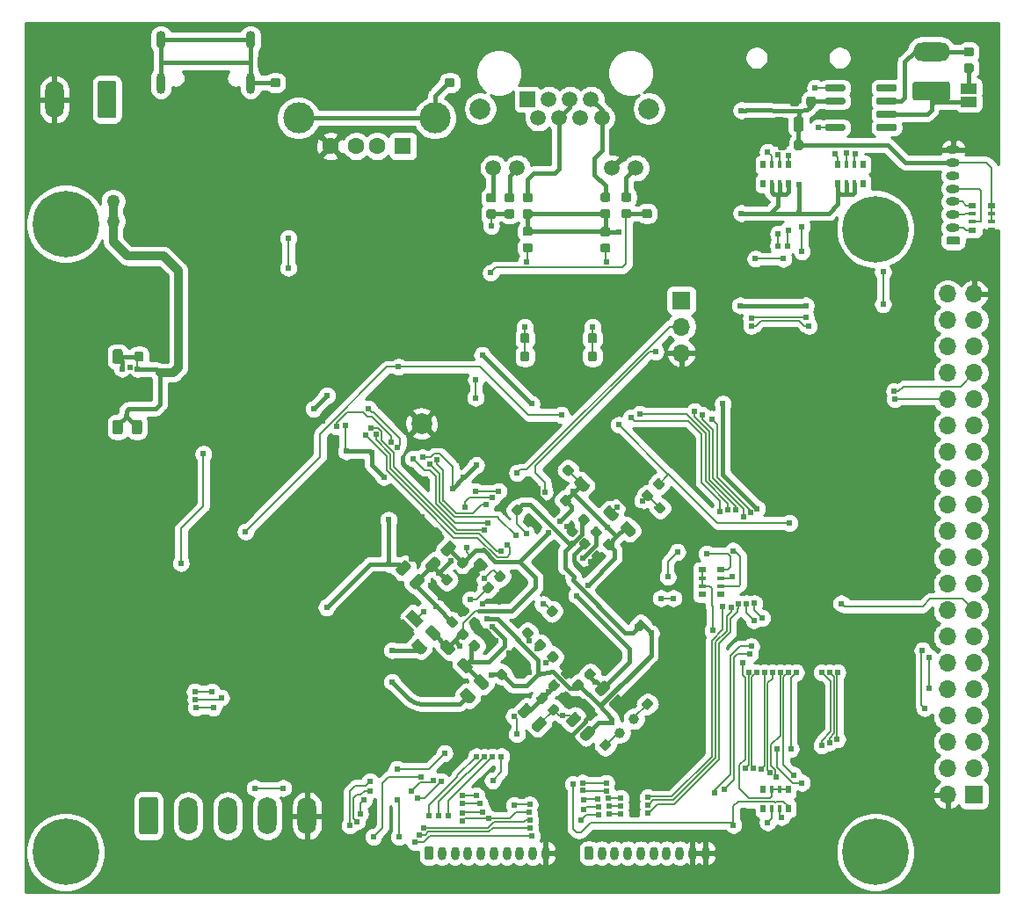
<source format=gbl>
G04 #@! TF.GenerationSoftware,KiCad,Pcbnew,5.1.5*
G04 #@! TF.CreationDate,2020-04-18T05:12:52+00:00*
G04 #@! TF.ProjectId,NUC980,4e554339-3830-42e6-9b69-6361645f7063,rev?*
G04 #@! TF.SameCoordinates,Original*
G04 #@! TF.FileFunction,Copper,L2,Bot*
G04 #@! TF.FilePolarity,Positive*
%FSLAX46Y46*%
G04 Gerber Fmt 4.6, Leading zero omitted, Abs format (unit mm)*
G04 Created by KiCad (PCBNEW 5.1.5) date 2020-04-18 05:12:52*
%MOMM*%
%LPD*%
G04 APERTURE LIST*
%ADD10C,1.998980*%
%ADD11C,0.100000*%
%ADD12C,0.800000*%
%ADD13C,6.400000*%
%ADD14R,1.500000X1.500000*%
%ADD15C,1.500000*%
%ADD16C,2.000000*%
%ADD17C,3.000000*%
%ADD18R,1.600000X1.600000*%
%ADD19C,1.600000*%
%ADD20O,0.900000X2.000000*%
%ADD21O,0.900000X1.700000*%
%ADD22O,1.800000X3.600000*%
%ADD23O,0.800000X1.300000*%
%ADD24R,1.700000X1.700000*%
%ADD25O,1.700000X1.700000*%
%ADD26O,1.300000X0.800000*%
%ADD27O,3.600000X1.800000*%
%ADD28R,1.500000X1.000000*%
%ADD29R,0.800000X0.500000*%
%ADD30R,0.800000X0.400000*%
%ADD31R,0.500000X0.800000*%
%ADD32R,0.400000X0.800000*%
%ADD33C,1.000000*%
%ADD34C,0.609600*%
%ADD35C,1.270000*%
%ADD36C,0.406400*%
%ADD37C,0.203200*%
%ADD38C,0.304800*%
%ADD39C,0.152400*%
%ADD40C,0.812800*%
%ADD41C,0.254000*%
G04 APERTURE END LIST*
D10*
X145288000Y-89217500D03*
G04 #@! TA.AperFunction,SMDPad,CuDef*
D11*
G36*
X154109424Y-111714427D02*
G01*
X154130659Y-111717577D01*
X154151483Y-111722793D01*
X154171695Y-111730025D01*
X154191101Y-111739204D01*
X154209514Y-111750240D01*
X154226757Y-111763028D01*
X154242663Y-111777444D01*
X154605056Y-112139837D01*
X154619472Y-112155743D01*
X154632260Y-112172986D01*
X154643296Y-112191399D01*
X154652475Y-112210805D01*
X154659707Y-112231017D01*
X154664923Y-112251841D01*
X154668073Y-112273076D01*
X154669126Y-112294517D01*
X154668073Y-112315958D01*
X154664923Y-112337193D01*
X154659707Y-112358017D01*
X154652475Y-112378229D01*
X154643296Y-112397635D01*
X154632260Y-112416048D01*
X154619472Y-112433291D01*
X154605056Y-112449197D01*
X154295697Y-112758556D01*
X154279791Y-112772972D01*
X154262548Y-112785760D01*
X154244135Y-112796796D01*
X154224729Y-112805975D01*
X154204517Y-112813207D01*
X154183693Y-112818423D01*
X154162458Y-112821573D01*
X154141017Y-112822626D01*
X154119576Y-112821573D01*
X154098341Y-112818423D01*
X154077517Y-112813207D01*
X154057305Y-112805975D01*
X154037899Y-112796796D01*
X154019486Y-112785760D01*
X154002243Y-112772972D01*
X153986337Y-112758556D01*
X153623944Y-112396163D01*
X153609528Y-112380257D01*
X153596740Y-112363014D01*
X153585704Y-112344601D01*
X153576525Y-112325195D01*
X153569293Y-112304983D01*
X153564077Y-112284159D01*
X153560927Y-112262924D01*
X153559874Y-112241483D01*
X153560927Y-112220042D01*
X153564077Y-112198807D01*
X153569293Y-112177983D01*
X153576525Y-112157771D01*
X153585704Y-112138365D01*
X153596740Y-112119952D01*
X153609528Y-112102709D01*
X153623944Y-112086803D01*
X153933303Y-111777444D01*
X153949209Y-111763028D01*
X153966452Y-111750240D01*
X153984865Y-111739204D01*
X154004271Y-111730025D01*
X154024483Y-111722793D01*
X154045307Y-111717577D01*
X154066542Y-111714427D01*
X154087983Y-111713374D01*
X154109424Y-111714427D01*
G37*
G04 #@! TD.AperFunction*
G04 #@! TA.AperFunction,SMDPad,CuDef*
G36*
X152995730Y-112828121D02*
G01*
X153016965Y-112831271D01*
X153037789Y-112836487D01*
X153058001Y-112843719D01*
X153077407Y-112852898D01*
X153095820Y-112863934D01*
X153113063Y-112876722D01*
X153128969Y-112891138D01*
X153491362Y-113253531D01*
X153505778Y-113269437D01*
X153518566Y-113286680D01*
X153529602Y-113305093D01*
X153538781Y-113324499D01*
X153546013Y-113344711D01*
X153551229Y-113365535D01*
X153554379Y-113386770D01*
X153555432Y-113408211D01*
X153554379Y-113429652D01*
X153551229Y-113450887D01*
X153546013Y-113471711D01*
X153538781Y-113491923D01*
X153529602Y-113511329D01*
X153518566Y-113529742D01*
X153505778Y-113546985D01*
X153491362Y-113562891D01*
X153182003Y-113872250D01*
X153166097Y-113886666D01*
X153148854Y-113899454D01*
X153130441Y-113910490D01*
X153111035Y-113919669D01*
X153090823Y-113926901D01*
X153069999Y-113932117D01*
X153048764Y-113935267D01*
X153027323Y-113936320D01*
X153005882Y-113935267D01*
X152984647Y-113932117D01*
X152963823Y-113926901D01*
X152943611Y-113919669D01*
X152924205Y-113910490D01*
X152905792Y-113899454D01*
X152888549Y-113886666D01*
X152872643Y-113872250D01*
X152510250Y-113509857D01*
X152495834Y-113493951D01*
X152483046Y-113476708D01*
X152472010Y-113458295D01*
X152462831Y-113438889D01*
X152455599Y-113418677D01*
X152450383Y-113397853D01*
X152447233Y-113376618D01*
X152446180Y-113355177D01*
X152447233Y-113333736D01*
X152450383Y-113312501D01*
X152455599Y-113291677D01*
X152462831Y-113271465D01*
X152472010Y-113252059D01*
X152483046Y-113233646D01*
X152495834Y-113216403D01*
X152510250Y-113200497D01*
X152819609Y-112891138D01*
X152835515Y-112876722D01*
X152852758Y-112863934D01*
X152871171Y-112852898D01*
X152890577Y-112843719D01*
X152910789Y-112836487D01*
X152931613Y-112831271D01*
X152952848Y-112828121D01*
X152974289Y-112827068D01*
X152995730Y-112828121D01*
G37*
G04 #@! TD.AperFunction*
G04 #@! TA.AperFunction,SMDPad,CuDef*
G36*
X163565191Y-80526053D02*
G01*
X163586426Y-80529203D01*
X163607250Y-80534419D01*
X163627462Y-80541651D01*
X163646868Y-80550830D01*
X163665281Y-80561866D01*
X163682524Y-80574654D01*
X163698430Y-80589070D01*
X163712846Y-80604976D01*
X163725634Y-80622219D01*
X163736670Y-80640632D01*
X163745849Y-80660038D01*
X163753081Y-80680250D01*
X163758297Y-80701074D01*
X163761447Y-80722309D01*
X163762500Y-80743750D01*
X163762500Y-81256250D01*
X163761447Y-81277691D01*
X163758297Y-81298926D01*
X163753081Y-81319750D01*
X163745849Y-81339962D01*
X163736670Y-81359368D01*
X163725634Y-81377781D01*
X163712846Y-81395024D01*
X163698430Y-81410930D01*
X163682524Y-81425346D01*
X163665281Y-81438134D01*
X163646868Y-81449170D01*
X163627462Y-81458349D01*
X163607250Y-81465581D01*
X163586426Y-81470797D01*
X163565191Y-81473947D01*
X163543750Y-81475000D01*
X163106250Y-81475000D01*
X163084809Y-81473947D01*
X163063574Y-81470797D01*
X163042750Y-81465581D01*
X163022538Y-81458349D01*
X163003132Y-81449170D01*
X162984719Y-81438134D01*
X162967476Y-81425346D01*
X162951570Y-81410930D01*
X162937154Y-81395024D01*
X162924366Y-81377781D01*
X162913330Y-81359368D01*
X162904151Y-81339962D01*
X162896919Y-81319750D01*
X162891703Y-81298926D01*
X162888553Y-81277691D01*
X162887500Y-81256250D01*
X162887500Y-80743750D01*
X162888553Y-80722309D01*
X162891703Y-80701074D01*
X162896919Y-80680250D01*
X162904151Y-80660038D01*
X162913330Y-80640632D01*
X162924366Y-80622219D01*
X162937154Y-80604976D01*
X162951570Y-80589070D01*
X162967476Y-80574654D01*
X162984719Y-80561866D01*
X163003132Y-80550830D01*
X163022538Y-80541651D01*
X163042750Y-80534419D01*
X163063574Y-80529203D01*
X163084809Y-80526053D01*
X163106250Y-80525000D01*
X163543750Y-80525000D01*
X163565191Y-80526053D01*
G37*
G04 #@! TD.AperFunction*
G04 #@! TA.AperFunction,SMDPad,CuDef*
G36*
X161990191Y-80526053D02*
G01*
X162011426Y-80529203D01*
X162032250Y-80534419D01*
X162052462Y-80541651D01*
X162071868Y-80550830D01*
X162090281Y-80561866D01*
X162107524Y-80574654D01*
X162123430Y-80589070D01*
X162137846Y-80604976D01*
X162150634Y-80622219D01*
X162161670Y-80640632D01*
X162170849Y-80660038D01*
X162178081Y-80680250D01*
X162183297Y-80701074D01*
X162186447Y-80722309D01*
X162187500Y-80743750D01*
X162187500Y-81256250D01*
X162186447Y-81277691D01*
X162183297Y-81298926D01*
X162178081Y-81319750D01*
X162170849Y-81339962D01*
X162161670Y-81359368D01*
X162150634Y-81377781D01*
X162137846Y-81395024D01*
X162123430Y-81410930D01*
X162107524Y-81425346D01*
X162090281Y-81438134D01*
X162071868Y-81449170D01*
X162052462Y-81458349D01*
X162032250Y-81465581D01*
X162011426Y-81470797D01*
X161990191Y-81473947D01*
X161968750Y-81475000D01*
X161531250Y-81475000D01*
X161509809Y-81473947D01*
X161488574Y-81470797D01*
X161467750Y-81465581D01*
X161447538Y-81458349D01*
X161428132Y-81449170D01*
X161409719Y-81438134D01*
X161392476Y-81425346D01*
X161376570Y-81410930D01*
X161362154Y-81395024D01*
X161349366Y-81377781D01*
X161338330Y-81359368D01*
X161329151Y-81339962D01*
X161321919Y-81319750D01*
X161316703Y-81298926D01*
X161313553Y-81277691D01*
X161312500Y-81256250D01*
X161312500Y-80743750D01*
X161313553Y-80722309D01*
X161316703Y-80701074D01*
X161321919Y-80680250D01*
X161329151Y-80660038D01*
X161338330Y-80640632D01*
X161349366Y-80622219D01*
X161362154Y-80604976D01*
X161376570Y-80589070D01*
X161392476Y-80574654D01*
X161409719Y-80561866D01*
X161428132Y-80550830D01*
X161447538Y-80541651D01*
X161467750Y-80534419D01*
X161488574Y-80529203D01*
X161509809Y-80526053D01*
X161531250Y-80525000D01*
X161968750Y-80525000D01*
X161990191Y-80526053D01*
G37*
G04 #@! TD.AperFunction*
G04 #@! TA.AperFunction,SMDPad,CuDef*
G36*
X161990191Y-82276053D02*
G01*
X162011426Y-82279203D01*
X162032250Y-82284419D01*
X162052462Y-82291651D01*
X162071868Y-82300830D01*
X162090281Y-82311866D01*
X162107524Y-82324654D01*
X162123430Y-82339070D01*
X162137846Y-82354976D01*
X162150634Y-82372219D01*
X162161670Y-82390632D01*
X162170849Y-82410038D01*
X162178081Y-82430250D01*
X162183297Y-82451074D01*
X162186447Y-82472309D01*
X162187500Y-82493750D01*
X162187500Y-83006250D01*
X162186447Y-83027691D01*
X162183297Y-83048926D01*
X162178081Y-83069750D01*
X162170849Y-83089962D01*
X162161670Y-83109368D01*
X162150634Y-83127781D01*
X162137846Y-83145024D01*
X162123430Y-83160930D01*
X162107524Y-83175346D01*
X162090281Y-83188134D01*
X162071868Y-83199170D01*
X162052462Y-83208349D01*
X162032250Y-83215581D01*
X162011426Y-83220797D01*
X161990191Y-83223947D01*
X161968750Y-83225000D01*
X161531250Y-83225000D01*
X161509809Y-83223947D01*
X161488574Y-83220797D01*
X161467750Y-83215581D01*
X161447538Y-83208349D01*
X161428132Y-83199170D01*
X161409719Y-83188134D01*
X161392476Y-83175346D01*
X161376570Y-83160930D01*
X161362154Y-83145024D01*
X161349366Y-83127781D01*
X161338330Y-83109368D01*
X161329151Y-83089962D01*
X161321919Y-83069750D01*
X161316703Y-83048926D01*
X161313553Y-83027691D01*
X161312500Y-83006250D01*
X161312500Y-82493750D01*
X161313553Y-82472309D01*
X161316703Y-82451074D01*
X161321919Y-82430250D01*
X161329151Y-82410038D01*
X161338330Y-82390632D01*
X161349366Y-82372219D01*
X161362154Y-82354976D01*
X161376570Y-82339070D01*
X161392476Y-82324654D01*
X161409719Y-82311866D01*
X161428132Y-82300830D01*
X161447538Y-82291651D01*
X161467750Y-82284419D01*
X161488574Y-82279203D01*
X161509809Y-82276053D01*
X161531250Y-82275000D01*
X161968750Y-82275000D01*
X161990191Y-82276053D01*
G37*
G04 #@! TD.AperFunction*
G04 #@! TA.AperFunction,SMDPad,CuDef*
G36*
X163565191Y-82276053D02*
G01*
X163586426Y-82279203D01*
X163607250Y-82284419D01*
X163627462Y-82291651D01*
X163646868Y-82300830D01*
X163665281Y-82311866D01*
X163682524Y-82324654D01*
X163698430Y-82339070D01*
X163712846Y-82354976D01*
X163725634Y-82372219D01*
X163736670Y-82390632D01*
X163745849Y-82410038D01*
X163753081Y-82430250D01*
X163758297Y-82451074D01*
X163761447Y-82472309D01*
X163762500Y-82493750D01*
X163762500Y-83006250D01*
X163761447Y-83027691D01*
X163758297Y-83048926D01*
X163753081Y-83069750D01*
X163745849Y-83089962D01*
X163736670Y-83109368D01*
X163725634Y-83127781D01*
X163712846Y-83145024D01*
X163698430Y-83160930D01*
X163682524Y-83175346D01*
X163665281Y-83188134D01*
X163646868Y-83199170D01*
X163627462Y-83208349D01*
X163607250Y-83215581D01*
X163586426Y-83220797D01*
X163565191Y-83223947D01*
X163543750Y-83225000D01*
X163106250Y-83225000D01*
X163084809Y-83223947D01*
X163063574Y-83220797D01*
X163042750Y-83215581D01*
X163022538Y-83208349D01*
X163003132Y-83199170D01*
X162984719Y-83188134D01*
X162967476Y-83175346D01*
X162951570Y-83160930D01*
X162937154Y-83145024D01*
X162924366Y-83127781D01*
X162913330Y-83109368D01*
X162904151Y-83089962D01*
X162896919Y-83069750D01*
X162891703Y-83048926D01*
X162888553Y-83027691D01*
X162887500Y-83006250D01*
X162887500Y-82493750D01*
X162888553Y-82472309D01*
X162891703Y-82451074D01*
X162896919Y-82430250D01*
X162904151Y-82410038D01*
X162913330Y-82390632D01*
X162924366Y-82372219D01*
X162937154Y-82354976D01*
X162951570Y-82339070D01*
X162967476Y-82324654D01*
X162984719Y-82311866D01*
X163003132Y-82300830D01*
X163022538Y-82291651D01*
X163042750Y-82284419D01*
X163063574Y-82279203D01*
X163084809Y-82276053D01*
X163106250Y-82275000D01*
X163543750Y-82275000D01*
X163565191Y-82276053D01*
G37*
G04 #@! TD.AperFunction*
G04 #@! TA.AperFunction,SMDPad,CuDef*
G36*
X153915191Y-80526053D02*
G01*
X153936426Y-80529203D01*
X153957250Y-80534419D01*
X153977462Y-80541651D01*
X153996868Y-80550830D01*
X154015281Y-80561866D01*
X154032524Y-80574654D01*
X154048430Y-80589070D01*
X154062846Y-80604976D01*
X154075634Y-80622219D01*
X154086670Y-80640632D01*
X154095849Y-80660038D01*
X154103081Y-80680250D01*
X154108297Y-80701074D01*
X154111447Y-80722309D01*
X154112500Y-80743750D01*
X154112500Y-81256250D01*
X154111447Y-81277691D01*
X154108297Y-81298926D01*
X154103081Y-81319750D01*
X154095849Y-81339962D01*
X154086670Y-81359368D01*
X154075634Y-81377781D01*
X154062846Y-81395024D01*
X154048430Y-81410930D01*
X154032524Y-81425346D01*
X154015281Y-81438134D01*
X153996868Y-81449170D01*
X153977462Y-81458349D01*
X153957250Y-81465581D01*
X153936426Y-81470797D01*
X153915191Y-81473947D01*
X153893750Y-81475000D01*
X153456250Y-81475000D01*
X153434809Y-81473947D01*
X153413574Y-81470797D01*
X153392750Y-81465581D01*
X153372538Y-81458349D01*
X153353132Y-81449170D01*
X153334719Y-81438134D01*
X153317476Y-81425346D01*
X153301570Y-81410930D01*
X153287154Y-81395024D01*
X153274366Y-81377781D01*
X153263330Y-81359368D01*
X153254151Y-81339962D01*
X153246919Y-81319750D01*
X153241703Y-81298926D01*
X153238553Y-81277691D01*
X153237500Y-81256250D01*
X153237500Y-80743750D01*
X153238553Y-80722309D01*
X153241703Y-80701074D01*
X153246919Y-80680250D01*
X153254151Y-80660038D01*
X153263330Y-80640632D01*
X153274366Y-80622219D01*
X153287154Y-80604976D01*
X153301570Y-80589070D01*
X153317476Y-80574654D01*
X153334719Y-80561866D01*
X153353132Y-80550830D01*
X153372538Y-80541651D01*
X153392750Y-80534419D01*
X153413574Y-80529203D01*
X153434809Y-80526053D01*
X153456250Y-80525000D01*
X153893750Y-80525000D01*
X153915191Y-80526053D01*
G37*
G04 #@! TD.AperFunction*
G04 #@! TA.AperFunction,SMDPad,CuDef*
G36*
X155490191Y-80526053D02*
G01*
X155511426Y-80529203D01*
X155532250Y-80534419D01*
X155552462Y-80541651D01*
X155571868Y-80550830D01*
X155590281Y-80561866D01*
X155607524Y-80574654D01*
X155623430Y-80589070D01*
X155637846Y-80604976D01*
X155650634Y-80622219D01*
X155661670Y-80640632D01*
X155670849Y-80660038D01*
X155678081Y-80680250D01*
X155683297Y-80701074D01*
X155686447Y-80722309D01*
X155687500Y-80743750D01*
X155687500Y-81256250D01*
X155686447Y-81277691D01*
X155683297Y-81298926D01*
X155678081Y-81319750D01*
X155670849Y-81339962D01*
X155661670Y-81359368D01*
X155650634Y-81377781D01*
X155637846Y-81395024D01*
X155623430Y-81410930D01*
X155607524Y-81425346D01*
X155590281Y-81438134D01*
X155571868Y-81449170D01*
X155552462Y-81458349D01*
X155532250Y-81465581D01*
X155511426Y-81470797D01*
X155490191Y-81473947D01*
X155468750Y-81475000D01*
X155031250Y-81475000D01*
X155009809Y-81473947D01*
X154988574Y-81470797D01*
X154967750Y-81465581D01*
X154947538Y-81458349D01*
X154928132Y-81449170D01*
X154909719Y-81438134D01*
X154892476Y-81425346D01*
X154876570Y-81410930D01*
X154862154Y-81395024D01*
X154849366Y-81377781D01*
X154838330Y-81359368D01*
X154829151Y-81339962D01*
X154821919Y-81319750D01*
X154816703Y-81298926D01*
X154813553Y-81277691D01*
X154812500Y-81256250D01*
X154812500Y-80743750D01*
X154813553Y-80722309D01*
X154816703Y-80701074D01*
X154821919Y-80680250D01*
X154829151Y-80660038D01*
X154838330Y-80640632D01*
X154849366Y-80622219D01*
X154862154Y-80604976D01*
X154876570Y-80589070D01*
X154892476Y-80574654D01*
X154909719Y-80561866D01*
X154928132Y-80550830D01*
X154947538Y-80541651D01*
X154967750Y-80534419D01*
X154988574Y-80529203D01*
X155009809Y-80526053D01*
X155031250Y-80525000D01*
X155468750Y-80525000D01*
X155490191Y-80526053D01*
G37*
G04 #@! TD.AperFunction*
G04 #@! TA.AperFunction,SMDPad,CuDef*
G36*
X155490191Y-82276053D02*
G01*
X155511426Y-82279203D01*
X155532250Y-82284419D01*
X155552462Y-82291651D01*
X155571868Y-82300830D01*
X155590281Y-82311866D01*
X155607524Y-82324654D01*
X155623430Y-82339070D01*
X155637846Y-82354976D01*
X155650634Y-82372219D01*
X155661670Y-82390632D01*
X155670849Y-82410038D01*
X155678081Y-82430250D01*
X155683297Y-82451074D01*
X155686447Y-82472309D01*
X155687500Y-82493750D01*
X155687500Y-83006250D01*
X155686447Y-83027691D01*
X155683297Y-83048926D01*
X155678081Y-83069750D01*
X155670849Y-83089962D01*
X155661670Y-83109368D01*
X155650634Y-83127781D01*
X155637846Y-83145024D01*
X155623430Y-83160930D01*
X155607524Y-83175346D01*
X155590281Y-83188134D01*
X155571868Y-83199170D01*
X155552462Y-83208349D01*
X155532250Y-83215581D01*
X155511426Y-83220797D01*
X155490191Y-83223947D01*
X155468750Y-83225000D01*
X155031250Y-83225000D01*
X155009809Y-83223947D01*
X154988574Y-83220797D01*
X154967750Y-83215581D01*
X154947538Y-83208349D01*
X154928132Y-83199170D01*
X154909719Y-83188134D01*
X154892476Y-83175346D01*
X154876570Y-83160930D01*
X154862154Y-83145024D01*
X154849366Y-83127781D01*
X154838330Y-83109368D01*
X154829151Y-83089962D01*
X154821919Y-83069750D01*
X154816703Y-83048926D01*
X154813553Y-83027691D01*
X154812500Y-83006250D01*
X154812500Y-82493750D01*
X154813553Y-82472309D01*
X154816703Y-82451074D01*
X154821919Y-82430250D01*
X154829151Y-82410038D01*
X154838330Y-82390632D01*
X154849366Y-82372219D01*
X154862154Y-82354976D01*
X154876570Y-82339070D01*
X154892476Y-82324654D01*
X154909719Y-82311866D01*
X154928132Y-82300830D01*
X154947538Y-82291651D01*
X154967750Y-82284419D01*
X154988574Y-82279203D01*
X155009809Y-82276053D01*
X155031250Y-82275000D01*
X155468750Y-82275000D01*
X155490191Y-82276053D01*
G37*
G04 #@! TD.AperFunction*
G04 #@! TA.AperFunction,SMDPad,CuDef*
G36*
X153915191Y-82276053D02*
G01*
X153936426Y-82279203D01*
X153957250Y-82284419D01*
X153977462Y-82291651D01*
X153996868Y-82300830D01*
X154015281Y-82311866D01*
X154032524Y-82324654D01*
X154048430Y-82339070D01*
X154062846Y-82354976D01*
X154075634Y-82372219D01*
X154086670Y-82390632D01*
X154095849Y-82410038D01*
X154103081Y-82430250D01*
X154108297Y-82451074D01*
X154111447Y-82472309D01*
X154112500Y-82493750D01*
X154112500Y-83006250D01*
X154111447Y-83027691D01*
X154108297Y-83048926D01*
X154103081Y-83069750D01*
X154095849Y-83089962D01*
X154086670Y-83109368D01*
X154075634Y-83127781D01*
X154062846Y-83145024D01*
X154048430Y-83160930D01*
X154032524Y-83175346D01*
X154015281Y-83188134D01*
X153996868Y-83199170D01*
X153977462Y-83208349D01*
X153957250Y-83215581D01*
X153936426Y-83220797D01*
X153915191Y-83223947D01*
X153893750Y-83225000D01*
X153456250Y-83225000D01*
X153434809Y-83223947D01*
X153413574Y-83220797D01*
X153392750Y-83215581D01*
X153372538Y-83208349D01*
X153353132Y-83199170D01*
X153334719Y-83188134D01*
X153317476Y-83175346D01*
X153301570Y-83160930D01*
X153287154Y-83145024D01*
X153274366Y-83127781D01*
X153263330Y-83109368D01*
X153254151Y-83089962D01*
X153246919Y-83069750D01*
X153241703Y-83048926D01*
X153238553Y-83027691D01*
X153237500Y-83006250D01*
X153237500Y-82493750D01*
X153238553Y-82472309D01*
X153241703Y-82451074D01*
X153246919Y-82430250D01*
X153254151Y-82410038D01*
X153263330Y-82390632D01*
X153274366Y-82372219D01*
X153287154Y-82354976D01*
X153301570Y-82339070D01*
X153317476Y-82324654D01*
X153334719Y-82311866D01*
X153353132Y-82300830D01*
X153372538Y-82291651D01*
X153392750Y-82284419D01*
X153413574Y-82279203D01*
X153434809Y-82276053D01*
X153456250Y-82275000D01*
X153893750Y-82275000D01*
X153915191Y-82276053D01*
G37*
G04 #@! TD.AperFunction*
G04 #@! TA.AperFunction,SMDPad,CuDef*
G36*
X148277691Y-54376053D02*
G01*
X148298926Y-54379203D01*
X148319750Y-54384419D01*
X148339962Y-54391651D01*
X148359368Y-54400830D01*
X148377781Y-54411866D01*
X148395024Y-54424654D01*
X148410930Y-54439070D01*
X148425346Y-54454976D01*
X148438134Y-54472219D01*
X148449170Y-54490632D01*
X148458349Y-54510038D01*
X148465581Y-54530250D01*
X148470797Y-54551074D01*
X148473947Y-54572309D01*
X148475000Y-54593750D01*
X148475000Y-55031250D01*
X148473947Y-55052691D01*
X148470797Y-55073926D01*
X148465581Y-55094750D01*
X148458349Y-55114962D01*
X148449170Y-55134368D01*
X148438134Y-55152781D01*
X148425346Y-55170024D01*
X148410930Y-55185930D01*
X148395024Y-55200346D01*
X148377781Y-55213134D01*
X148359368Y-55224170D01*
X148339962Y-55233349D01*
X148319750Y-55240581D01*
X148298926Y-55245797D01*
X148277691Y-55248947D01*
X148256250Y-55250000D01*
X147743750Y-55250000D01*
X147722309Y-55248947D01*
X147701074Y-55245797D01*
X147680250Y-55240581D01*
X147660038Y-55233349D01*
X147640632Y-55224170D01*
X147622219Y-55213134D01*
X147604976Y-55200346D01*
X147589070Y-55185930D01*
X147574654Y-55170024D01*
X147561866Y-55152781D01*
X147550830Y-55134368D01*
X147541651Y-55114962D01*
X147534419Y-55094750D01*
X147529203Y-55073926D01*
X147526053Y-55052691D01*
X147525000Y-55031250D01*
X147525000Y-54593750D01*
X147526053Y-54572309D01*
X147529203Y-54551074D01*
X147534419Y-54530250D01*
X147541651Y-54510038D01*
X147550830Y-54490632D01*
X147561866Y-54472219D01*
X147574654Y-54454976D01*
X147589070Y-54439070D01*
X147604976Y-54424654D01*
X147622219Y-54411866D01*
X147640632Y-54400830D01*
X147660038Y-54391651D01*
X147680250Y-54384419D01*
X147701074Y-54379203D01*
X147722309Y-54376053D01*
X147743750Y-54375000D01*
X148256250Y-54375000D01*
X148277691Y-54376053D01*
G37*
G04 #@! TD.AperFunction*
G04 #@! TA.AperFunction,SMDPad,CuDef*
G36*
X148277691Y-55951053D02*
G01*
X148298926Y-55954203D01*
X148319750Y-55959419D01*
X148339962Y-55966651D01*
X148359368Y-55975830D01*
X148377781Y-55986866D01*
X148395024Y-55999654D01*
X148410930Y-56014070D01*
X148425346Y-56029976D01*
X148438134Y-56047219D01*
X148449170Y-56065632D01*
X148458349Y-56085038D01*
X148465581Y-56105250D01*
X148470797Y-56126074D01*
X148473947Y-56147309D01*
X148475000Y-56168750D01*
X148475000Y-56606250D01*
X148473947Y-56627691D01*
X148470797Y-56648926D01*
X148465581Y-56669750D01*
X148458349Y-56689962D01*
X148449170Y-56709368D01*
X148438134Y-56727781D01*
X148425346Y-56745024D01*
X148410930Y-56760930D01*
X148395024Y-56775346D01*
X148377781Y-56788134D01*
X148359368Y-56799170D01*
X148339962Y-56808349D01*
X148319750Y-56815581D01*
X148298926Y-56820797D01*
X148277691Y-56823947D01*
X148256250Y-56825000D01*
X147743750Y-56825000D01*
X147722309Y-56823947D01*
X147701074Y-56820797D01*
X147680250Y-56815581D01*
X147660038Y-56808349D01*
X147640632Y-56799170D01*
X147622219Y-56788134D01*
X147604976Y-56775346D01*
X147589070Y-56760930D01*
X147574654Y-56745024D01*
X147561866Y-56727781D01*
X147550830Y-56709368D01*
X147541651Y-56689962D01*
X147534419Y-56669750D01*
X147529203Y-56648926D01*
X147526053Y-56627691D01*
X147525000Y-56606250D01*
X147525000Y-56168750D01*
X147526053Y-56147309D01*
X147529203Y-56126074D01*
X147534419Y-56105250D01*
X147541651Y-56085038D01*
X147550830Y-56065632D01*
X147561866Y-56047219D01*
X147574654Y-56029976D01*
X147589070Y-56014070D01*
X147604976Y-55999654D01*
X147622219Y-55986866D01*
X147640632Y-55975830D01*
X147660038Y-55966651D01*
X147680250Y-55959419D01*
X147701074Y-55954203D01*
X147722309Y-55951053D01*
X147743750Y-55950000D01*
X148256250Y-55950000D01*
X148277691Y-55951053D01*
G37*
G04 #@! TD.AperFunction*
G04 #@! TA.AperFunction,SMDPad,CuDef*
G36*
X131477691Y-55951053D02*
G01*
X131498926Y-55954203D01*
X131519750Y-55959419D01*
X131539962Y-55966651D01*
X131559368Y-55975830D01*
X131577781Y-55986866D01*
X131595024Y-55999654D01*
X131610930Y-56014070D01*
X131625346Y-56029976D01*
X131638134Y-56047219D01*
X131649170Y-56065632D01*
X131658349Y-56085038D01*
X131665581Y-56105250D01*
X131670797Y-56126074D01*
X131673947Y-56147309D01*
X131675000Y-56168750D01*
X131675000Y-56606250D01*
X131673947Y-56627691D01*
X131670797Y-56648926D01*
X131665581Y-56669750D01*
X131658349Y-56689962D01*
X131649170Y-56709368D01*
X131638134Y-56727781D01*
X131625346Y-56745024D01*
X131610930Y-56760930D01*
X131595024Y-56775346D01*
X131577781Y-56788134D01*
X131559368Y-56799170D01*
X131539962Y-56808349D01*
X131519750Y-56815581D01*
X131498926Y-56820797D01*
X131477691Y-56823947D01*
X131456250Y-56825000D01*
X130943750Y-56825000D01*
X130922309Y-56823947D01*
X130901074Y-56820797D01*
X130880250Y-56815581D01*
X130860038Y-56808349D01*
X130840632Y-56799170D01*
X130822219Y-56788134D01*
X130804976Y-56775346D01*
X130789070Y-56760930D01*
X130774654Y-56745024D01*
X130761866Y-56727781D01*
X130750830Y-56709368D01*
X130741651Y-56689962D01*
X130734419Y-56669750D01*
X130729203Y-56648926D01*
X130726053Y-56627691D01*
X130725000Y-56606250D01*
X130725000Y-56168750D01*
X130726053Y-56147309D01*
X130729203Y-56126074D01*
X130734419Y-56105250D01*
X130741651Y-56085038D01*
X130750830Y-56065632D01*
X130761866Y-56047219D01*
X130774654Y-56029976D01*
X130789070Y-56014070D01*
X130804976Y-55999654D01*
X130822219Y-55986866D01*
X130840632Y-55975830D01*
X130860038Y-55966651D01*
X130880250Y-55959419D01*
X130901074Y-55954203D01*
X130922309Y-55951053D01*
X130943750Y-55950000D01*
X131456250Y-55950000D01*
X131477691Y-55951053D01*
G37*
G04 #@! TD.AperFunction*
G04 #@! TA.AperFunction,SMDPad,CuDef*
G36*
X131477691Y-54376053D02*
G01*
X131498926Y-54379203D01*
X131519750Y-54384419D01*
X131539962Y-54391651D01*
X131559368Y-54400830D01*
X131577781Y-54411866D01*
X131595024Y-54424654D01*
X131610930Y-54439070D01*
X131625346Y-54454976D01*
X131638134Y-54472219D01*
X131649170Y-54490632D01*
X131658349Y-54510038D01*
X131665581Y-54530250D01*
X131670797Y-54551074D01*
X131673947Y-54572309D01*
X131675000Y-54593750D01*
X131675000Y-55031250D01*
X131673947Y-55052691D01*
X131670797Y-55073926D01*
X131665581Y-55094750D01*
X131658349Y-55114962D01*
X131649170Y-55134368D01*
X131638134Y-55152781D01*
X131625346Y-55170024D01*
X131610930Y-55185930D01*
X131595024Y-55200346D01*
X131577781Y-55213134D01*
X131559368Y-55224170D01*
X131539962Y-55233349D01*
X131519750Y-55240581D01*
X131498926Y-55245797D01*
X131477691Y-55248947D01*
X131456250Y-55250000D01*
X130943750Y-55250000D01*
X130922309Y-55248947D01*
X130901074Y-55245797D01*
X130880250Y-55240581D01*
X130860038Y-55233349D01*
X130840632Y-55224170D01*
X130822219Y-55213134D01*
X130804976Y-55200346D01*
X130789070Y-55185930D01*
X130774654Y-55170024D01*
X130761866Y-55152781D01*
X130750830Y-55134368D01*
X130741651Y-55114962D01*
X130734419Y-55094750D01*
X130729203Y-55073926D01*
X130726053Y-55052691D01*
X130725000Y-55031250D01*
X130725000Y-54593750D01*
X130726053Y-54572309D01*
X130729203Y-54551074D01*
X130734419Y-54530250D01*
X130741651Y-54510038D01*
X130750830Y-54490632D01*
X130761866Y-54472219D01*
X130774654Y-54454976D01*
X130789070Y-54439070D01*
X130804976Y-54424654D01*
X130822219Y-54411866D01*
X130840632Y-54400830D01*
X130860038Y-54391651D01*
X130880250Y-54384419D01*
X130901074Y-54379203D01*
X130922309Y-54376053D01*
X130943750Y-54375000D01*
X131456250Y-54375000D01*
X131477691Y-54376053D01*
G37*
G04 #@! TD.AperFunction*
G04 #@! TA.AperFunction,SMDPad,CuDef*
G36*
X181840191Y-61926053D02*
G01*
X181861426Y-61929203D01*
X181882250Y-61934419D01*
X181902462Y-61941651D01*
X181921868Y-61950830D01*
X181940281Y-61961866D01*
X181957524Y-61974654D01*
X181973430Y-61989070D01*
X181987846Y-62004976D01*
X182000634Y-62022219D01*
X182011670Y-62040632D01*
X182020849Y-62060038D01*
X182028081Y-62080250D01*
X182033297Y-62101074D01*
X182036447Y-62122309D01*
X182037500Y-62143750D01*
X182037500Y-62656250D01*
X182036447Y-62677691D01*
X182033297Y-62698926D01*
X182028081Y-62719750D01*
X182020849Y-62739962D01*
X182011670Y-62759368D01*
X182000634Y-62777781D01*
X181987846Y-62795024D01*
X181973430Y-62810930D01*
X181957524Y-62825346D01*
X181940281Y-62838134D01*
X181921868Y-62849170D01*
X181902462Y-62858349D01*
X181882250Y-62865581D01*
X181861426Y-62870797D01*
X181840191Y-62873947D01*
X181818750Y-62875000D01*
X181381250Y-62875000D01*
X181359809Y-62873947D01*
X181338574Y-62870797D01*
X181317750Y-62865581D01*
X181297538Y-62858349D01*
X181278132Y-62849170D01*
X181259719Y-62838134D01*
X181242476Y-62825346D01*
X181226570Y-62810930D01*
X181212154Y-62795024D01*
X181199366Y-62777781D01*
X181188330Y-62759368D01*
X181179151Y-62739962D01*
X181171919Y-62719750D01*
X181166703Y-62698926D01*
X181163553Y-62677691D01*
X181162500Y-62656250D01*
X181162500Y-62143750D01*
X181163553Y-62122309D01*
X181166703Y-62101074D01*
X181171919Y-62080250D01*
X181179151Y-62060038D01*
X181188330Y-62040632D01*
X181199366Y-62022219D01*
X181212154Y-62004976D01*
X181226570Y-61989070D01*
X181242476Y-61974654D01*
X181259719Y-61961866D01*
X181278132Y-61950830D01*
X181297538Y-61941651D01*
X181317750Y-61934419D01*
X181338574Y-61929203D01*
X181359809Y-61926053D01*
X181381250Y-61925000D01*
X181818750Y-61925000D01*
X181840191Y-61926053D01*
G37*
G04 #@! TD.AperFunction*
G04 #@! TA.AperFunction,SMDPad,CuDef*
G36*
X180265191Y-61926053D02*
G01*
X180286426Y-61929203D01*
X180307250Y-61934419D01*
X180327462Y-61941651D01*
X180346868Y-61950830D01*
X180365281Y-61961866D01*
X180382524Y-61974654D01*
X180398430Y-61989070D01*
X180412846Y-62004976D01*
X180425634Y-62022219D01*
X180436670Y-62040632D01*
X180445849Y-62060038D01*
X180453081Y-62080250D01*
X180458297Y-62101074D01*
X180461447Y-62122309D01*
X180462500Y-62143750D01*
X180462500Y-62656250D01*
X180461447Y-62677691D01*
X180458297Y-62698926D01*
X180453081Y-62719750D01*
X180445849Y-62739962D01*
X180436670Y-62759368D01*
X180425634Y-62777781D01*
X180412846Y-62795024D01*
X180398430Y-62810930D01*
X180382524Y-62825346D01*
X180365281Y-62838134D01*
X180346868Y-62849170D01*
X180327462Y-62858349D01*
X180307250Y-62865581D01*
X180286426Y-62870797D01*
X180265191Y-62873947D01*
X180243750Y-62875000D01*
X179806250Y-62875000D01*
X179784809Y-62873947D01*
X179763574Y-62870797D01*
X179742750Y-62865581D01*
X179722538Y-62858349D01*
X179703132Y-62849170D01*
X179684719Y-62838134D01*
X179667476Y-62825346D01*
X179651570Y-62810930D01*
X179637154Y-62795024D01*
X179624366Y-62777781D01*
X179613330Y-62759368D01*
X179604151Y-62739962D01*
X179596919Y-62719750D01*
X179591703Y-62698926D01*
X179588553Y-62677691D01*
X179587500Y-62656250D01*
X179587500Y-62143750D01*
X179588553Y-62122309D01*
X179591703Y-62101074D01*
X179596919Y-62080250D01*
X179604151Y-62060038D01*
X179613330Y-62040632D01*
X179624366Y-62022219D01*
X179637154Y-62004976D01*
X179651570Y-61989070D01*
X179667476Y-61974654D01*
X179684719Y-61961866D01*
X179703132Y-61950830D01*
X179722538Y-61941651D01*
X179742750Y-61934419D01*
X179763574Y-61929203D01*
X179784809Y-61926053D01*
X179806250Y-61925000D01*
X180243750Y-61925000D01*
X180265191Y-61926053D01*
G37*
G04 #@! TD.AperFunction*
G04 #@! TA.AperFunction,SMDPad,CuDef*
G36*
X179992642Y-59701174D02*
G01*
X180016303Y-59704684D01*
X180039507Y-59710496D01*
X180062029Y-59718554D01*
X180083653Y-59728782D01*
X180104170Y-59741079D01*
X180123383Y-59755329D01*
X180141107Y-59771393D01*
X180157171Y-59789117D01*
X180171421Y-59808330D01*
X180183718Y-59828847D01*
X180193946Y-59850471D01*
X180202004Y-59872993D01*
X180207816Y-59896197D01*
X180211326Y-59919858D01*
X180212500Y-59943750D01*
X180212500Y-60856250D01*
X180211326Y-60880142D01*
X180207816Y-60903803D01*
X180202004Y-60927007D01*
X180193946Y-60949529D01*
X180183718Y-60971153D01*
X180171421Y-60991670D01*
X180157171Y-61010883D01*
X180141107Y-61028607D01*
X180123383Y-61044671D01*
X180104170Y-61058921D01*
X180083653Y-61071218D01*
X180062029Y-61081446D01*
X180039507Y-61089504D01*
X180016303Y-61095316D01*
X179992642Y-61098826D01*
X179968750Y-61100000D01*
X179481250Y-61100000D01*
X179457358Y-61098826D01*
X179433697Y-61095316D01*
X179410493Y-61089504D01*
X179387971Y-61081446D01*
X179366347Y-61071218D01*
X179345830Y-61058921D01*
X179326617Y-61044671D01*
X179308893Y-61028607D01*
X179292829Y-61010883D01*
X179278579Y-60991670D01*
X179266282Y-60971153D01*
X179256054Y-60949529D01*
X179247996Y-60927007D01*
X179242184Y-60903803D01*
X179238674Y-60880142D01*
X179237500Y-60856250D01*
X179237500Y-59943750D01*
X179238674Y-59919858D01*
X179242184Y-59896197D01*
X179247996Y-59872993D01*
X179256054Y-59850471D01*
X179266282Y-59828847D01*
X179278579Y-59808330D01*
X179292829Y-59789117D01*
X179308893Y-59771393D01*
X179326617Y-59755329D01*
X179345830Y-59741079D01*
X179366347Y-59728782D01*
X179387971Y-59718554D01*
X179410493Y-59710496D01*
X179433697Y-59704684D01*
X179457358Y-59701174D01*
X179481250Y-59700000D01*
X179968750Y-59700000D01*
X179992642Y-59701174D01*
G37*
G04 #@! TD.AperFunction*
G04 #@! TA.AperFunction,SMDPad,CuDef*
G36*
X181867642Y-59701174D02*
G01*
X181891303Y-59704684D01*
X181914507Y-59710496D01*
X181937029Y-59718554D01*
X181958653Y-59728782D01*
X181979170Y-59741079D01*
X181998383Y-59755329D01*
X182016107Y-59771393D01*
X182032171Y-59789117D01*
X182046421Y-59808330D01*
X182058718Y-59828847D01*
X182068946Y-59850471D01*
X182077004Y-59872993D01*
X182082816Y-59896197D01*
X182086326Y-59919858D01*
X182087500Y-59943750D01*
X182087500Y-60856250D01*
X182086326Y-60880142D01*
X182082816Y-60903803D01*
X182077004Y-60927007D01*
X182068946Y-60949529D01*
X182058718Y-60971153D01*
X182046421Y-60991670D01*
X182032171Y-61010883D01*
X182016107Y-61028607D01*
X181998383Y-61044671D01*
X181979170Y-61058921D01*
X181958653Y-61071218D01*
X181937029Y-61081446D01*
X181914507Y-61089504D01*
X181891303Y-61095316D01*
X181867642Y-61098826D01*
X181843750Y-61100000D01*
X181356250Y-61100000D01*
X181332358Y-61098826D01*
X181308697Y-61095316D01*
X181285493Y-61089504D01*
X181262971Y-61081446D01*
X181241347Y-61071218D01*
X181220830Y-61058921D01*
X181201617Y-61044671D01*
X181183893Y-61028607D01*
X181167829Y-61010883D01*
X181153579Y-60991670D01*
X181141282Y-60971153D01*
X181131054Y-60949529D01*
X181122996Y-60927007D01*
X181117184Y-60903803D01*
X181113674Y-60880142D01*
X181112500Y-60856250D01*
X181112500Y-59943750D01*
X181113674Y-59919858D01*
X181117184Y-59896197D01*
X181122996Y-59872993D01*
X181131054Y-59850471D01*
X181141282Y-59828847D01*
X181153579Y-59808330D01*
X181167829Y-59789117D01*
X181183893Y-59771393D01*
X181201617Y-59755329D01*
X181220830Y-59741079D01*
X181241347Y-59728782D01*
X181262971Y-59718554D01*
X181285493Y-59710496D01*
X181308697Y-59704684D01*
X181332358Y-59701174D01*
X181356250Y-59700000D01*
X181843750Y-59700000D01*
X181867642Y-59701174D01*
G37*
G04 #@! TD.AperFunction*
G04 #@! TA.AperFunction,SMDPad,CuDef*
G36*
X164161652Y-120760121D02*
G01*
X164182887Y-120763271D01*
X164203711Y-120768487D01*
X164223923Y-120775719D01*
X164243329Y-120784898D01*
X164261742Y-120795934D01*
X164278985Y-120808722D01*
X164294891Y-120823138D01*
X164604250Y-121132497D01*
X164618666Y-121148403D01*
X164631454Y-121165646D01*
X164642490Y-121184059D01*
X164651669Y-121203465D01*
X164658901Y-121223677D01*
X164664117Y-121244501D01*
X164667267Y-121265736D01*
X164668320Y-121287177D01*
X164667267Y-121308618D01*
X164664117Y-121329853D01*
X164658901Y-121350677D01*
X164651669Y-121370889D01*
X164642490Y-121390295D01*
X164631454Y-121408708D01*
X164618666Y-121425951D01*
X164604250Y-121441857D01*
X164241857Y-121804250D01*
X164225951Y-121818666D01*
X164208708Y-121831454D01*
X164190295Y-121842490D01*
X164170889Y-121851669D01*
X164150677Y-121858901D01*
X164129853Y-121864117D01*
X164108618Y-121867267D01*
X164087177Y-121868320D01*
X164065736Y-121867267D01*
X164044501Y-121864117D01*
X164023677Y-121858901D01*
X164003465Y-121851669D01*
X163984059Y-121842490D01*
X163965646Y-121831454D01*
X163948403Y-121818666D01*
X163932497Y-121804250D01*
X163623138Y-121494891D01*
X163608722Y-121478985D01*
X163595934Y-121461742D01*
X163584898Y-121443329D01*
X163575719Y-121423923D01*
X163568487Y-121403711D01*
X163563271Y-121382887D01*
X163560121Y-121361652D01*
X163559068Y-121340211D01*
X163560121Y-121318770D01*
X163563271Y-121297535D01*
X163568487Y-121276711D01*
X163575719Y-121256499D01*
X163584898Y-121237093D01*
X163595934Y-121218680D01*
X163608722Y-121201437D01*
X163623138Y-121185531D01*
X163985531Y-120823138D01*
X164001437Y-120808722D01*
X164018680Y-120795934D01*
X164037093Y-120784898D01*
X164056499Y-120775719D01*
X164076711Y-120768487D01*
X164097535Y-120763271D01*
X164118770Y-120760121D01*
X164140211Y-120759068D01*
X164161652Y-120760121D01*
G37*
G04 #@! TD.AperFunction*
G04 #@! TA.AperFunction,SMDPad,CuDef*
G36*
X163047958Y-119646427D02*
G01*
X163069193Y-119649577D01*
X163090017Y-119654793D01*
X163110229Y-119662025D01*
X163129635Y-119671204D01*
X163148048Y-119682240D01*
X163165291Y-119695028D01*
X163181197Y-119709444D01*
X163490556Y-120018803D01*
X163504972Y-120034709D01*
X163517760Y-120051952D01*
X163528796Y-120070365D01*
X163537975Y-120089771D01*
X163545207Y-120109983D01*
X163550423Y-120130807D01*
X163553573Y-120152042D01*
X163554626Y-120173483D01*
X163553573Y-120194924D01*
X163550423Y-120216159D01*
X163545207Y-120236983D01*
X163537975Y-120257195D01*
X163528796Y-120276601D01*
X163517760Y-120295014D01*
X163504972Y-120312257D01*
X163490556Y-120328163D01*
X163128163Y-120690556D01*
X163112257Y-120704972D01*
X163095014Y-120717760D01*
X163076601Y-120728796D01*
X163057195Y-120737975D01*
X163036983Y-120745207D01*
X163016159Y-120750423D01*
X162994924Y-120753573D01*
X162973483Y-120754626D01*
X162952042Y-120753573D01*
X162930807Y-120750423D01*
X162909983Y-120745207D01*
X162889771Y-120737975D01*
X162870365Y-120728796D01*
X162851952Y-120717760D01*
X162834709Y-120704972D01*
X162818803Y-120690556D01*
X162509444Y-120381197D01*
X162495028Y-120365291D01*
X162482240Y-120348048D01*
X162471204Y-120329635D01*
X162462025Y-120310229D01*
X162454793Y-120290017D01*
X162449577Y-120269193D01*
X162446427Y-120247958D01*
X162445374Y-120226517D01*
X162446427Y-120205076D01*
X162449577Y-120183841D01*
X162454793Y-120163017D01*
X162462025Y-120142805D01*
X162471204Y-120123399D01*
X162482240Y-120104986D01*
X162495028Y-120087743D01*
X162509444Y-120071837D01*
X162871837Y-119709444D01*
X162887743Y-119695028D01*
X162904986Y-119682240D01*
X162923399Y-119671204D01*
X162942805Y-119662025D01*
X162963017Y-119654793D01*
X162983841Y-119649577D01*
X163005076Y-119646427D01*
X163026517Y-119645374D01*
X163047958Y-119646427D01*
G37*
G04 #@! TD.AperFunction*
G04 #@! TA.AperFunction,SMDPad,CuDef*
G36*
X167091111Y-115689580D02*
G01*
X167112346Y-115692730D01*
X167133170Y-115697946D01*
X167153382Y-115705178D01*
X167172788Y-115714357D01*
X167191201Y-115725393D01*
X167208444Y-115738181D01*
X167224350Y-115752597D01*
X167533709Y-116061956D01*
X167548125Y-116077862D01*
X167560913Y-116095105D01*
X167571949Y-116113518D01*
X167581128Y-116132924D01*
X167588360Y-116153136D01*
X167593576Y-116173960D01*
X167596726Y-116195195D01*
X167597779Y-116216636D01*
X167596726Y-116238077D01*
X167593576Y-116259312D01*
X167588360Y-116280136D01*
X167581128Y-116300348D01*
X167571949Y-116319754D01*
X167560913Y-116338167D01*
X167548125Y-116355410D01*
X167533709Y-116371316D01*
X167171316Y-116733709D01*
X167155410Y-116748125D01*
X167138167Y-116760913D01*
X167119754Y-116771949D01*
X167100348Y-116781128D01*
X167080136Y-116788360D01*
X167059312Y-116793576D01*
X167038077Y-116796726D01*
X167016636Y-116797779D01*
X166995195Y-116796726D01*
X166973960Y-116793576D01*
X166953136Y-116788360D01*
X166932924Y-116781128D01*
X166913518Y-116771949D01*
X166895105Y-116760913D01*
X166877862Y-116748125D01*
X166861956Y-116733709D01*
X166552597Y-116424350D01*
X166538181Y-116408444D01*
X166525393Y-116391201D01*
X166514357Y-116372788D01*
X166505178Y-116353382D01*
X166497946Y-116333170D01*
X166492730Y-116312346D01*
X166489580Y-116291111D01*
X166488527Y-116269670D01*
X166489580Y-116248229D01*
X166492730Y-116226994D01*
X166497946Y-116206170D01*
X166505178Y-116185958D01*
X166514357Y-116166552D01*
X166525393Y-116148139D01*
X166538181Y-116130896D01*
X166552597Y-116114990D01*
X166914990Y-115752597D01*
X166930896Y-115738181D01*
X166948139Y-115725393D01*
X166966552Y-115714357D01*
X166985958Y-115705178D01*
X167006170Y-115697946D01*
X167026994Y-115692730D01*
X167048229Y-115689580D01*
X167069670Y-115688527D01*
X167091111Y-115689580D01*
G37*
G04 #@! TD.AperFunction*
G04 #@! TA.AperFunction,SMDPad,CuDef*
G36*
X168204805Y-116803274D02*
G01*
X168226040Y-116806424D01*
X168246864Y-116811640D01*
X168267076Y-116818872D01*
X168286482Y-116828051D01*
X168304895Y-116839087D01*
X168322138Y-116851875D01*
X168338044Y-116866291D01*
X168647403Y-117175650D01*
X168661819Y-117191556D01*
X168674607Y-117208799D01*
X168685643Y-117227212D01*
X168694822Y-117246618D01*
X168702054Y-117266830D01*
X168707270Y-117287654D01*
X168710420Y-117308889D01*
X168711473Y-117330330D01*
X168710420Y-117351771D01*
X168707270Y-117373006D01*
X168702054Y-117393830D01*
X168694822Y-117414042D01*
X168685643Y-117433448D01*
X168674607Y-117451861D01*
X168661819Y-117469104D01*
X168647403Y-117485010D01*
X168285010Y-117847403D01*
X168269104Y-117861819D01*
X168251861Y-117874607D01*
X168233448Y-117885643D01*
X168214042Y-117894822D01*
X168193830Y-117902054D01*
X168173006Y-117907270D01*
X168151771Y-117910420D01*
X168130330Y-117911473D01*
X168108889Y-117910420D01*
X168087654Y-117907270D01*
X168066830Y-117902054D01*
X168046618Y-117894822D01*
X168027212Y-117885643D01*
X168008799Y-117874607D01*
X167991556Y-117861819D01*
X167975650Y-117847403D01*
X167666291Y-117538044D01*
X167651875Y-117522138D01*
X167639087Y-117504895D01*
X167628051Y-117486482D01*
X167618872Y-117467076D01*
X167611640Y-117446864D01*
X167606424Y-117426040D01*
X167603274Y-117404805D01*
X167602221Y-117383364D01*
X167603274Y-117361923D01*
X167606424Y-117340688D01*
X167611640Y-117319864D01*
X167618872Y-117299652D01*
X167628051Y-117280246D01*
X167639087Y-117261833D01*
X167651875Y-117244590D01*
X167666291Y-117228684D01*
X168028684Y-116866291D01*
X168044590Y-116851875D01*
X168061833Y-116839087D01*
X168080246Y-116828051D01*
X168099652Y-116818872D01*
X168119864Y-116811640D01*
X168140688Y-116806424D01*
X168161923Y-116803274D01*
X168183364Y-116802221D01*
X168204805Y-116803274D01*
G37*
G04 #@! TD.AperFunction*
G04 #@! TA.AperFunction,SMDPad,CuDef*
G36*
X169351771Y-95689580D02*
G01*
X169373006Y-95692730D01*
X169393830Y-95697946D01*
X169414042Y-95705178D01*
X169433448Y-95714357D01*
X169451861Y-95725393D01*
X169469104Y-95738181D01*
X169485010Y-95752597D01*
X169847403Y-96114990D01*
X169861819Y-96130896D01*
X169874607Y-96148139D01*
X169885643Y-96166552D01*
X169894822Y-96185958D01*
X169902054Y-96206170D01*
X169907270Y-96226994D01*
X169910420Y-96248229D01*
X169911473Y-96269670D01*
X169910420Y-96291111D01*
X169907270Y-96312346D01*
X169902054Y-96333170D01*
X169894822Y-96353382D01*
X169885643Y-96372788D01*
X169874607Y-96391201D01*
X169861819Y-96408444D01*
X169847403Y-96424350D01*
X169538044Y-96733709D01*
X169522138Y-96748125D01*
X169504895Y-96760913D01*
X169486482Y-96771949D01*
X169467076Y-96781128D01*
X169446864Y-96788360D01*
X169426040Y-96793576D01*
X169404805Y-96796726D01*
X169383364Y-96797779D01*
X169361923Y-96796726D01*
X169340688Y-96793576D01*
X169319864Y-96788360D01*
X169299652Y-96781128D01*
X169280246Y-96771949D01*
X169261833Y-96760913D01*
X169244590Y-96748125D01*
X169228684Y-96733709D01*
X168866291Y-96371316D01*
X168851875Y-96355410D01*
X168839087Y-96338167D01*
X168828051Y-96319754D01*
X168818872Y-96300348D01*
X168811640Y-96280136D01*
X168806424Y-96259312D01*
X168803274Y-96238077D01*
X168802221Y-96216636D01*
X168803274Y-96195195D01*
X168806424Y-96173960D01*
X168811640Y-96153136D01*
X168818872Y-96132924D01*
X168828051Y-96113518D01*
X168839087Y-96095105D01*
X168851875Y-96077862D01*
X168866291Y-96061956D01*
X169175650Y-95752597D01*
X169191556Y-95738181D01*
X169208799Y-95725393D01*
X169227212Y-95714357D01*
X169246618Y-95705178D01*
X169266830Y-95697946D01*
X169287654Y-95692730D01*
X169308889Y-95689580D01*
X169330330Y-95688527D01*
X169351771Y-95689580D01*
G37*
G04 #@! TD.AperFunction*
G04 #@! TA.AperFunction,SMDPad,CuDef*
G36*
X168238077Y-96803274D02*
G01*
X168259312Y-96806424D01*
X168280136Y-96811640D01*
X168300348Y-96818872D01*
X168319754Y-96828051D01*
X168338167Y-96839087D01*
X168355410Y-96851875D01*
X168371316Y-96866291D01*
X168733709Y-97228684D01*
X168748125Y-97244590D01*
X168760913Y-97261833D01*
X168771949Y-97280246D01*
X168781128Y-97299652D01*
X168788360Y-97319864D01*
X168793576Y-97340688D01*
X168796726Y-97361923D01*
X168797779Y-97383364D01*
X168796726Y-97404805D01*
X168793576Y-97426040D01*
X168788360Y-97446864D01*
X168781128Y-97467076D01*
X168771949Y-97486482D01*
X168760913Y-97504895D01*
X168748125Y-97522138D01*
X168733709Y-97538044D01*
X168424350Y-97847403D01*
X168408444Y-97861819D01*
X168391201Y-97874607D01*
X168372788Y-97885643D01*
X168353382Y-97894822D01*
X168333170Y-97902054D01*
X168312346Y-97907270D01*
X168291111Y-97910420D01*
X168269670Y-97911473D01*
X168248229Y-97910420D01*
X168226994Y-97907270D01*
X168206170Y-97902054D01*
X168185958Y-97894822D01*
X168166552Y-97885643D01*
X168148139Y-97874607D01*
X168130896Y-97861819D01*
X168114990Y-97847403D01*
X167752597Y-97485010D01*
X167738181Y-97469104D01*
X167725393Y-97451861D01*
X167714357Y-97433448D01*
X167705178Y-97414042D01*
X167697946Y-97393830D01*
X167692730Y-97373006D01*
X167689580Y-97351771D01*
X167688527Y-97330330D01*
X167689580Y-97308889D01*
X167692730Y-97287654D01*
X167697946Y-97266830D01*
X167705178Y-97246618D01*
X167714357Y-97227212D01*
X167725393Y-97208799D01*
X167738181Y-97191556D01*
X167752597Y-97175650D01*
X168061956Y-96866291D01*
X168077862Y-96851875D01*
X168095105Y-96839087D01*
X168113518Y-96828051D01*
X168132924Y-96818872D01*
X168153136Y-96811640D01*
X168173960Y-96806424D01*
X168195195Y-96803274D01*
X168216636Y-96802221D01*
X168238077Y-96803274D01*
G37*
G04 #@! TD.AperFunction*
G04 #@! TA.AperFunction,SMDPad,CuDef*
G36*
X118142642Y-88864674D02*
G01*
X118166303Y-88868184D01*
X118189507Y-88873996D01*
X118212029Y-88882054D01*
X118233653Y-88892282D01*
X118254170Y-88904579D01*
X118273383Y-88918829D01*
X118291107Y-88934893D01*
X118307171Y-88952617D01*
X118321421Y-88971830D01*
X118333718Y-88992347D01*
X118343946Y-89013971D01*
X118352004Y-89036493D01*
X118357816Y-89059697D01*
X118361326Y-89083358D01*
X118362500Y-89107250D01*
X118362500Y-90019750D01*
X118361326Y-90043642D01*
X118357816Y-90067303D01*
X118352004Y-90090507D01*
X118343946Y-90113029D01*
X118333718Y-90134653D01*
X118321421Y-90155170D01*
X118307171Y-90174383D01*
X118291107Y-90192107D01*
X118273383Y-90208171D01*
X118254170Y-90222421D01*
X118233653Y-90234718D01*
X118212029Y-90244946D01*
X118189507Y-90253004D01*
X118166303Y-90258816D01*
X118142642Y-90262326D01*
X118118750Y-90263500D01*
X117631250Y-90263500D01*
X117607358Y-90262326D01*
X117583697Y-90258816D01*
X117560493Y-90253004D01*
X117537971Y-90244946D01*
X117516347Y-90234718D01*
X117495830Y-90222421D01*
X117476617Y-90208171D01*
X117458893Y-90192107D01*
X117442829Y-90174383D01*
X117428579Y-90155170D01*
X117416282Y-90134653D01*
X117406054Y-90113029D01*
X117397996Y-90090507D01*
X117392184Y-90067303D01*
X117388674Y-90043642D01*
X117387500Y-90019750D01*
X117387500Y-89107250D01*
X117388674Y-89083358D01*
X117392184Y-89059697D01*
X117397996Y-89036493D01*
X117406054Y-89013971D01*
X117416282Y-88992347D01*
X117428579Y-88971830D01*
X117442829Y-88952617D01*
X117458893Y-88934893D01*
X117476617Y-88918829D01*
X117495830Y-88904579D01*
X117516347Y-88892282D01*
X117537971Y-88882054D01*
X117560493Y-88873996D01*
X117583697Y-88868184D01*
X117607358Y-88864674D01*
X117631250Y-88863500D01*
X118118750Y-88863500D01*
X118142642Y-88864674D01*
G37*
G04 #@! TD.AperFunction*
G04 #@! TA.AperFunction,SMDPad,CuDef*
G36*
X120017642Y-88864674D02*
G01*
X120041303Y-88868184D01*
X120064507Y-88873996D01*
X120087029Y-88882054D01*
X120108653Y-88892282D01*
X120129170Y-88904579D01*
X120148383Y-88918829D01*
X120166107Y-88934893D01*
X120182171Y-88952617D01*
X120196421Y-88971830D01*
X120208718Y-88992347D01*
X120218946Y-89013971D01*
X120227004Y-89036493D01*
X120232816Y-89059697D01*
X120236326Y-89083358D01*
X120237500Y-89107250D01*
X120237500Y-90019750D01*
X120236326Y-90043642D01*
X120232816Y-90067303D01*
X120227004Y-90090507D01*
X120218946Y-90113029D01*
X120208718Y-90134653D01*
X120196421Y-90155170D01*
X120182171Y-90174383D01*
X120166107Y-90192107D01*
X120148383Y-90208171D01*
X120129170Y-90222421D01*
X120108653Y-90234718D01*
X120087029Y-90244946D01*
X120064507Y-90253004D01*
X120041303Y-90258816D01*
X120017642Y-90262326D01*
X119993750Y-90263500D01*
X119506250Y-90263500D01*
X119482358Y-90262326D01*
X119458697Y-90258816D01*
X119435493Y-90253004D01*
X119412971Y-90244946D01*
X119391347Y-90234718D01*
X119370830Y-90222421D01*
X119351617Y-90208171D01*
X119333893Y-90192107D01*
X119317829Y-90174383D01*
X119303579Y-90155170D01*
X119291282Y-90134653D01*
X119281054Y-90113029D01*
X119272996Y-90090507D01*
X119267184Y-90067303D01*
X119263674Y-90043642D01*
X119262500Y-90019750D01*
X119262500Y-89107250D01*
X119263674Y-89083358D01*
X119267184Y-89059697D01*
X119272996Y-89036493D01*
X119281054Y-89013971D01*
X119291282Y-88992347D01*
X119303579Y-88971830D01*
X119317829Y-88952617D01*
X119333893Y-88934893D01*
X119351617Y-88918829D01*
X119370830Y-88904579D01*
X119391347Y-88892282D01*
X119412971Y-88882054D01*
X119435493Y-88873996D01*
X119458697Y-88868184D01*
X119482358Y-88864674D01*
X119506250Y-88863500D01*
X119993750Y-88863500D01*
X120017642Y-88864674D01*
G37*
G04 #@! TD.AperFunction*
G04 #@! TA.AperFunction,SMDPad,CuDef*
G36*
X116280142Y-88864674D02*
G01*
X116303803Y-88868184D01*
X116327007Y-88873996D01*
X116349529Y-88882054D01*
X116371153Y-88892282D01*
X116391670Y-88904579D01*
X116410883Y-88918829D01*
X116428607Y-88934893D01*
X116444671Y-88952617D01*
X116458921Y-88971830D01*
X116471218Y-88992347D01*
X116481446Y-89013971D01*
X116489504Y-89036493D01*
X116495316Y-89059697D01*
X116498826Y-89083358D01*
X116500000Y-89107250D01*
X116500000Y-90019750D01*
X116498826Y-90043642D01*
X116495316Y-90067303D01*
X116489504Y-90090507D01*
X116481446Y-90113029D01*
X116471218Y-90134653D01*
X116458921Y-90155170D01*
X116444671Y-90174383D01*
X116428607Y-90192107D01*
X116410883Y-90208171D01*
X116391670Y-90222421D01*
X116371153Y-90234718D01*
X116349529Y-90244946D01*
X116327007Y-90253004D01*
X116303803Y-90258816D01*
X116280142Y-90262326D01*
X116256250Y-90263500D01*
X115768750Y-90263500D01*
X115744858Y-90262326D01*
X115721197Y-90258816D01*
X115697993Y-90253004D01*
X115675471Y-90244946D01*
X115653847Y-90234718D01*
X115633330Y-90222421D01*
X115614117Y-90208171D01*
X115596393Y-90192107D01*
X115580329Y-90174383D01*
X115566079Y-90155170D01*
X115553782Y-90134653D01*
X115543554Y-90113029D01*
X115535496Y-90090507D01*
X115529684Y-90067303D01*
X115526174Y-90043642D01*
X115525000Y-90019750D01*
X115525000Y-89107250D01*
X115526174Y-89083358D01*
X115529684Y-89059697D01*
X115535496Y-89036493D01*
X115543554Y-89013971D01*
X115553782Y-88992347D01*
X115566079Y-88971830D01*
X115580329Y-88952617D01*
X115596393Y-88934893D01*
X115614117Y-88918829D01*
X115633330Y-88904579D01*
X115653847Y-88892282D01*
X115675471Y-88882054D01*
X115697993Y-88873996D01*
X115721197Y-88868184D01*
X115744858Y-88864674D01*
X115768750Y-88863500D01*
X116256250Y-88863500D01*
X116280142Y-88864674D01*
G37*
G04 #@! TD.AperFunction*
G04 #@! TA.AperFunction,SMDPad,CuDef*
G36*
X114405142Y-88864674D02*
G01*
X114428803Y-88868184D01*
X114452007Y-88873996D01*
X114474529Y-88882054D01*
X114496153Y-88892282D01*
X114516670Y-88904579D01*
X114535883Y-88918829D01*
X114553607Y-88934893D01*
X114569671Y-88952617D01*
X114583921Y-88971830D01*
X114596218Y-88992347D01*
X114606446Y-89013971D01*
X114614504Y-89036493D01*
X114620316Y-89059697D01*
X114623826Y-89083358D01*
X114625000Y-89107250D01*
X114625000Y-90019750D01*
X114623826Y-90043642D01*
X114620316Y-90067303D01*
X114614504Y-90090507D01*
X114606446Y-90113029D01*
X114596218Y-90134653D01*
X114583921Y-90155170D01*
X114569671Y-90174383D01*
X114553607Y-90192107D01*
X114535883Y-90208171D01*
X114516670Y-90222421D01*
X114496153Y-90234718D01*
X114474529Y-90244946D01*
X114452007Y-90253004D01*
X114428803Y-90258816D01*
X114405142Y-90262326D01*
X114381250Y-90263500D01*
X113893750Y-90263500D01*
X113869858Y-90262326D01*
X113846197Y-90258816D01*
X113822993Y-90253004D01*
X113800471Y-90244946D01*
X113778847Y-90234718D01*
X113758330Y-90222421D01*
X113739117Y-90208171D01*
X113721393Y-90192107D01*
X113705329Y-90174383D01*
X113691079Y-90155170D01*
X113678782Y-90134653D01*
X113668554Y-90113029D01*
X113660496Y-90090507D01*
X113654684Y-90067303D01*
X113651174Y-90043642D01*
X113650000Y-90019750D01*
X113650000Y-89107250D01*
X113651174Y-89083358D01*
X113654684Y-89059697D01*
X113660496Y-89036493D01*
X113668554Y-89013971D01*
X113678782Y-88992347D01*
X113691079Y-88971830D01*
X113705329Y-88952617D01*
X113721393Y-88934893D01*
X113739117Y-88918829D01*
X113758330Y-88904579D01*
X113778847Y-88892282D01*
X113800471Y-88882054D01*
X113822993Y-88873996D01*
X113846197Y-88868184D01*
X113869858Y-88864674D01*
X113893750Y-88863500D01*
X114381250Y-88863500D01*
X114405142Y-88864674D01*
G37*
G04 #@! TD.AperFunction*
G04 #@! TA.AperFunction,SMDPad,CuDef*
G36*
X116280142Y-82064674D02*
G01*
X116303803Y-82068184D01*
X116327007Y-82073996D01*
X116349529Y-82082054D01*
X116371153Y-82092282D01*
X116391670Y-82104579D01*
X116410883Y-82118829D01*
X116428607Y-82134893D01*
X116444671Y-82152617D01*
X116458921Y-82171830D01*
X116471218Y-82192347D01*
X116481446Y-82213971D01*
X116489504Y-82236493D01*
X116495316Y-82259697D01*
X116498826Y-82283358D01*
X116500000Y-82307250D01*
X116500000Y-83219750D01*
X116498826Y-83243642D01*
X116495316Y-83267303D01*
X116489504Y-83290507D01*
X116481446Y-83313029D01*
X116471218Y-83334653D01*
X116458921Y-83355170D01*
X116444671Y-83374383D01*
X116428607Y-83392107D01*
X116410883Y-83408171D01*
X116391670Y-83422421D01*
X116371153Y-83434718D01*
X116349529Y-83444946D01*
X116327007Y-83453004D01*
X116303803Y-83458816D01*
X116280142Y-83462326D01*
X116256250Y-83463500D01*
X115768750Y-83463500D01*
X115744858Y-83462326D01*
X115721197Y-83458816D01*
X115697993Y-83453004D01*
X115675471Y-83444946D01*
X115653847Y-83434718D01*
X115633330Y-83422421D01*
X115614117Y-83408171D01*
X115596393Y-83392107D01*
X115580329Y-83374383D01*
X115566079Y-83355170D01*
X115553782Y-83334653D01*
X115543554Y-83313029D01*
X115535496Y-83290507D01*
X115529684Y-83267303D01*
X115526174Y-83243642D01*
X115525000Y-83219750D01*
X115525000Y-82307250D01*
X115526174Y-82283358D01*
X115529684Y-82259697D01*
X115535496Y-82236493D01*
X115543554Y-82213971D01*
X115553782Y-82192347D01*
X115566079Y-82171830D01*
X115580329Y-82152617D01*
X115596393Y-82134893D01*
X115614117Y-82118829D01*
X115633330Y-82104579D01*
X115653847Y-82092282D01*
X115675471Y-82082054D01*
X115697993Y-82073996D01*
X115721197Y-82068184D01*
X115744858Y-82064674D01*
X115768750Y-82063500D01*
X116256250Y-82063500D01*
X116280142Y-82064674D01*
G37*
G04 #@! TD.AperFunction*
G04 #@! TA.AperFunction,SMDPad,CuDef*
G36*
X114405142Y-82064674D02*
G01*
X114428803Y-82068184D01*
X114452007Y-82073996D01*
X114474529Y-82082054D01*
X114496153Y-82092282D01*
X114516670Y-82104579D01*
X114535883Y-82118829D01*
X114553607Y-82134893D01*
X114569671Y-82152617D01*
X114583921Y-82171830D01*
X114596218Y-82192347D01*
X114606446Y-82213971D01*
X114614504Y-82236493D01*
X114620316Y-82259697D01*
X114623826Y-82283358D01*
X114625000Y-82307250D01*
X114625000Y-83219750D01*
X114623826Y-83243642D01*
X114620316Y-83267303D01*
X114614504Y-83290507D01*
X114606446Y-83313029D01*
X114596218Y-83334653D01*
X114583921Y-83355170D01*
X114569671Y-83374383D01*
X114553607Y-83392107D01*
X114535883Y-83408171D01*
X114516670Y-83422421D01*
X114496153Y-83434718D01*
X114474529Y-83444946D01*
X114452007Y-83453004D01*
X114428803Y-83458816D01*
X114405142Y-83462326D01*
X114381250Y-83463500D01*
X113893750Y-83463500D01*
X113869858Y-83462326D01*
X113846197Y-83458816D01*
X113822993Y-83453004D01*
X113800471Y-83444946D01*
X113778847Y-83434718D01*
X113758330Y-83422421D01*
X113739117Y-83408171D01*
X113721393Y-83392107D01*
X113705329Y-83374383D01*
X113691079Y-83355170D01*
X113678782Y-83334653D01*
X113668554Y-83313029D01*
X113660496Y-83290507D01*
X113654684Y-83267303D01*
X113651174Y-83243642D01*
X113650000Y-83219750D01*
X113650000Y-82307250D01*
X113651174Y-82283358D01*
X113654684Y-82259697D01*
X113660496Y-82236493D01*
X113668554Y-82213971D01*
X113678782Y-82192347D01*
X113691079Y-82171830D01*
X113705329Y-82152617D01*
X113721393Y-82134893D01*
X113739117Y-82118829D01*
X113758330Y-82104579D01*
X113778847Y-82092282D01*
X113800471Y-82082054D01*
X113822993Y-82073996D01*
X113846197Y-82068184D01*
X113869858Y-82064674D01*
X113893750Y-82063500D01*
X114381250Y-82063500D01*
X114405142Y-82064674D01*
G37*
G04 #@! TD.AperFunction*
G04 #@! TA.AperFunction,SMDPad,CuDef*
G36*
X150394924Y-107846427D02*
G01*
X150416159Y-107849577D01*
X150436983Y-107854793D01*
X150457195Y-107862025D01*
X150476601Y-107871204D01*
X150495014Y-107882240D01*
X150512257Y-107895028D01*
X150528163Y-107909444D01*
X150890556Y-108271837D01*
X150904972Y-108287743D01*
X150917760Y-108304986D01*
X150928796Y-108323399D01*
X150937975Y-108342805D01*
X150945207Y-108363017D01*
X150950423Y-108383841D01*
X150953573Y-108405076D01*
X150954626Y-108426517D01*
X150953573Y-108447958D01*
X150950423Y-108469193D01*
X150945207Y-108490017D01*
X150937975Y-108510229D01*
X150928796Y-108529635D01*
X150917760Y-108548048D01*
X150904972Y-108565291D01*
X150890556Y-108581197D01*
X150581197Y-108890556D01*
X150565291Y-108904972D01*
X150548048Y-108917760D01*
X150529635Y-108928796D01*
X150510229Y-108937975D01*
X150490017Y-108945207D01*
X150469193Y-108950423D01*
X150447958Y-108953573D01*
X150426517Y-108954626D01*
X150405076Y-108953573D01*
X150383841Y-108950423D01*
X150363017Y-108945207D01*
X150342805Y-108937975D01*
X150323399Y-108928796D01*
X150304986Y-108917760D01*
X150287743Y-108904972D01*
X150271837Y-108890556D01*
X149909444Y-108528163D01*
X149895028Y-108512257D01*
X149882240Y-108495014D01*
X149871204Y-108476601D01*
X149862025Y-108457195D01*
X149854793Y-108436983D01*
X149849577Y-108416159D01*
X149846427Y-108394924D01*
X149845374Y-108373483D01*
X149846427Y-108352042D01*
X149849577Y-108330807D01*
X149854793Y-108309983D01*
X149862025Y-108289771D01*
X149871204Y-108270365D01*
X149882240Y-108251952D01*
X149895028Y-108234709D01*
X149909444Y-108218803D01*
X150218803Y-107909444D01*
X150234709Y-107895028D01*
X150251952Y-107882240D01*
X150270365Y-107871204D01*
X150289771Y-107862025D01*
X150309983Y-107854793D01*
X150330807Y-107849577D01*
X150352042Y-107846427D01*
X150373483Y-107845374D01*
X150394924Y-107846427D01*
G37*
G04 #@! TD.AperFunction*
G04 #@! TA.AperFunction,SMDPad,CuDef*
G36*
X149281230Y-108960121D02*
G01*
X149302465Y-108963271D01*
X149323289Y-108968487D01*
X149343501Y-108975719D01*
X149362907Y-108984898D01*
X149381320Y-108995934D01*
X149398563Y-109008722D01*
X149414469Y-109023138D01*
X149776862Y-109385531D01*
X149791278Y-109401437D01*
X149804066Y-109418680D01*
X149815102Y-109437093D01*
X149824281Y-109456499D01*
X149831513Y-109476711D01*
X149836729Y-109497535D01*
X149839879Y-109518770D01*
X149840932Y-109540211D01*
X149839879Y-109561652D01*
X149836729Y-109582887D01*
X149831513Y-109603711D01*
X149824281Y-109623923D01*
X149815102Y-109643329D01*
X149804066Y-109661742D01*
X149791278Y-109678985D01*
X149776862Y-109694891D01*
X149467503Y-110004250D01*
X149451597Y-110018666D01*
X149434354Y-110031454D01*
X149415941Y-110042490D01*
X149396535Y-110051669D01*
X149376323Y-110058901D01*
X149355499Y-110064117D01*
X149334264Y-110067267D01*
X149312823Y-110068320D01*
X149291382Y-110067267D01*
X149270147Y-110064117D01*
X149249323Y-110058901D01*
X149229111Y-110051669D01*
X149209705Y-110042490D01*
X149191292Y-110031454D01*
X149174049Y-110018666D01*
X149158143Y-110004250D01*
X148795750Y-109641857D01*
X148781334Y-109625951D01*
X148768546Y-109608708D01*
X148757510Y-109590295D01*
X148748331Y-109570889D01*
X148741099Y-109550677D01*
X148735883Y-109529853D01*
X148732733Y-109508618D01*
X148731680Y-109487177D01*
X148732733Y-109465736D01*
X148735883Y-109444501D01*
X148741099Y-109423677D01*
X148748331Y-109403465D01*
X148757510Y-109384059D01*
X148768546Y-109365646D01*
X148781334Y-109348403D01*
X148795750Y-109332497D01*
X149105109Y-109023138D01*
X149121015Y-109008722D01*
X149138258Y-108995934D01*
X149156671Y-108984898D01*
X149176077Y-108975719D01*
X149196289Y-108968487D01*
X149217113Y-108963271D01*
X149238348Y-108960121D01*
X149259789Y-108959068D01*
X149281230Y-108960121D01*
G37*
G04 #@! TD.AperFunction*
G04 #@! TA.AperFunction,SMDPad,CuDef*
G36*
X119890191Y-82289553D02*
G01*
X119911426Y-82292703D01*
X119932250Y-82297919D01*
X119952462Y-82305151D01*
X119971868Y-82314330D01*
X119990281Y-82325366D01*
X120007524Y-82338154D01*
X120023430Y-82352570D01*
X120037846Y-82368476D01*
X120050634Y-82385719D01*
X120061670Y-82404132D01*
X120070849Y-82423538D01*
X120078081Y-82443750D01*
X120083297Y-82464574D01*
X120086447Y-82485809D01*
X120087500Y-82507250D01*
X120087500Y-83019750D01*
X120086447Y-83041191D01*
X120083297Y-83062426D01*
X120078081Y-83083250D01*
X120070849Y-83103462D01*
X120061670Y-83122868D01*
X120050634Y-83141281D01*
X120037846Y-83158524D01*
X120023430Y-83174430D01*
X120007524Y-83188846D01*
X119990281Y-83201634D01*
X119971868Y-83212670D01*
X119952462Y-83221849D01*
X119932250Y-83229081D01*
X119911426Y-83234297D01*
X119890191Y-83237447D01*
X119868750Y-83238500D01*
X119431250Y-83238500D01*
X119409809Y-83237447D01*
X119388574Y-83234297D01*
X119367750Y-83229081D01*
X119347538Y-83221849D01*
X119328132Y-83212670D01*
X119309719Y-83201634D01*
X119292476Y-83188846D01*
X119276570Y-83174430D01*
X119262154Y-83158524D01*
X119249366Y-83141281D01*
X119238330Y-83122868D01*
X119229151Y-83103462D01*
X119221919Y-83083250D01*
X119216703Y-83062426D01*
X119213553Y-83041191D01*
X119212500Y-83019750D01*
X119212500Y-82507250D01*
X119213553Y-82485809D01*
X119216703Y-82464574D01*
X119221919Y-82443750D01*
X119229151Y-82423538D01*
X119238330Y-82404132D01*
X119249366Y-82385719D01*
X119262154Y-82368476D01*
X119276570Y-82352570D01*
X119292476Y-82338154D01*
X119309719Y-82325366D01*
X119328132Y-82314330D01*
X119347538Y-82305151D01*
X119367750Y-82297919D01*
X119388574Y-82292703D01*
X119409809Y-82289553D01*
X119431250Y-82288500D01*
X119868750Y-82288500D01*
X119890191Y-82289553D01*
G37*
G04 #@! TD.AperFunction*
G04 #@! TA.AperFunction,SMDPad,CuDef*
G36*
X118315191Y-82289553D02*
G01*
X118336426Y-82292703D01*
X118357250Y-82297919D01*
X118377462Y-82305151D01*
X118396868Y-82314330D01*
X118415281Y-82325366D01*
X118432524Y-82338154D01*
X118448430Y-82352570D01*
X118462846Y-82368476D01*
X118475634Y-82385719D01*
X118486670Y-82404132D01*
X118495849Y-82423538D01*
X118503081Y-82443750D01*
X118508297Y-82464574D01*
X118511447Y-82485809D01*
X118512500Y-82507250D01*
X118512500Y-83019750D01*
X118511447Y-83041191D01*
X118508297Y-83062426D01*
X118503081Y-83083250D01*
X118495849Y-83103462D01*
X118486670Y-83122868D01*
X118475634Y-83141281D01*
X118462846Y-83158524D01*
X118448430Y-83174430D01*
X118432524Y-83188846D01*
X118415281Y-83201634D01*
X118396868Y-83212670D01*
X118377462Y-83221849D01*
X118357250Y-83229081D01*
X118336426Y-83234297D01*
X118315191Y-83237447D01*
X118293750Y-83238500D01*
X117856250Y-83238500D01*
X117834809Y-83237447D01*
X117813574Y-83234297D01*
X117792750Y-83229081D01*
X117772538Y-83221849D01*
X117753132Y-83212670D01*
X117734719Y-83201634D01*
X117717476Y-83188846D01*
X117701570Y-83174430D01*
X117687154Y-83158524D01*
X117674366Y-83141281D01*
X117663330Y-83122868D01*
X117654151Y-83103462D01*
X117646919Y-83083250D01*
X117641703Y-83062426D01*
X117638553Y-83041191D01*
X117637500Y-83019750D01*
X117637500Y-82507250D01*
X117638553Y-82485809D01*
X117641703Y-82464574D01*
X117646919Y-82443750D01*
X117654151Y-82423538D01*
X117663330Y-82404132D01*
X117674366Y-82385719D01*
X117687154Y-82368476D01*
X117701570Y-82352570D01*
X117717476Y-82338154D01*
X117734719Y-82325366D01*
X117753132Y-82314330D01*
X117772538Y-82305151D01*
X117792750Y-82297919D01*
X117813574Y-82292703D01*
X117834809Y-82289553D01*
X117856250Y-82288500D01*
X118293750Y-82288500D01*
X118315191Y-82289553D01*
G37*
G04 #@! TD.AperFunction*
G04 #@! TA.AperFunction,SMDPad,CuDef*
G36*
X159151771Y-96089580D02*
G01*
X159173006Y-96092730D01*
X159193830Y-96097946D01*
X159214042Y-96105178D01*
X159233448Y-96114357D01*
X159251861Y-96125393D01*
X159269104Y-96138181D01*
X159285010Y-96152597D01*
X159647403Y-96514990D01*
X159661819Y-96530896D01*
X159674607Y-96548139D01*
X159685643Y-96566552D01*
X159694822Y-96585958D01*
X159702054Y-96606170D01*
X159707270Y-96626994D01*
X159710420Y-96648229D01*
X159711473Y-96669670D01*
X159710420Y-96691111D01*
X159707270Y-96712346D01*
X159702054Y-96733170D01*
X159694822Y-96753382D01*
X159685643Y-96772788D01*
X159674607Y-96791201D01*
X159661819Y-96808444D01*
X159647403Y-96824350D01*
X159338044Y-97133709D01*
X159322138Y-97148125D01*
X159304895Y-97160913D01*
X159286482Y-97171949D01*
X159267076Y-97181128D01*
X159246864Y-97188360D01*
X159226040Y-97193576D01*
X159204805Y-97196726D01*
X159183364Y-97197779D01*
X159161923Y-97196726D01*
X159140688Y-97193576D01*
X159119864Y-97188360D01*
X159099652Y-97181128D01*
X159080246Y-97171949D01*
X159061833Y-97160913D01*
X159044590Y-97148125D01*
X159028684Y-97133709D01*
X158666291Y-96771316D01*
X158651875Y-96755410D01*
X158639087Y-96738167D01*
X158628051Y-96719754D01*
X158618872Y-96700348D01*
X158611640Y-96680136D01*
X158606424Y-96659312D01*
X158603274Y-96638077D01*
X158602221Y-96616636D01*
X158603274Y-96595195D01*
X158606424Y-96573960D01*
X158611640Y-96553136D01*
X158618872Y-96532924D01*
X158628051Y-96513518D01*
X158639087Y-96495105D01*
X158651875Y-96477862D01*
X158666291Y-96461956D01*
X158975650Y-96152597D01*
X158991556Y-96138181D01*
X159008799Y-96125393D01*
X159027212Y-96114357D01*
X159046618Y-96105178D01*
X159066830Y-96097946D01*
X159087654Y-96092730D01*
X159108889Y-96089580D01*
X159130330Y-96088527D01*
X159151771Y-96089580D01*
G37*
G04 #@! TD.AperFunction*
G04 #@! TA.AperFunction,SMDPad,CuDef*
G36*
X158038077Y-97203274D02*
G01*
X158059312Y-97206424D01*
X158080136Y-97211640D01*
X158100348Y-97218872D01*
X158119754Y-97228051D01*
X158138167Y-97239087D01*
X158155410Y-97251875D01*
X158171316Y-97266291D01*
X158533709Y-97628684D01*
X158548125Y-97644590D01*
X158560913Y-97661833D01*
X158571949Y-97680246D01*
X158581128Y-97699652D01*
X158588360Y-97719864D01*
X158593576Y-97740688D01*
X158596726Y-97761923D01*
X158597779Y-97783364D01*
X158596726Y-97804805D01*
X158593576Y-97826040D01*
X158588360Y-97846864D01*
X158581128Y-97867076D01*
X158571949Y-97886482D01*
X158560913Y-97904895D01*
X158548125Y-97922138D01*
X158533709Y-97938044D01*
X158224350Y-98247403D01*
X158208444Y-98261819D01*
X158191201Y-98274607D01*
X158172788Y-98285643D01*
X158153382Y-98294822D01*
X158133170Y-98302054D01*
X158112346Y-98307270D01*
X158091111Y-98310420D01*
X158069670Y-98311473D01*
X158048229Y-98310420D01*
X158026994Y-98307270D01*
X158006170Y-98302054D01*
X157985958Y-98294822D01*
X157966552Y-98285643D01*
X157948139Y-98274607D01*
X157930896Y-98261819D01*
X157914990Y-98247403D01*
X157552597Y-97885010D01*
X157538181Y-97869104D01*
X157525393Y-97851861D01*
X157514357Y-97833448D01*
X157505178Y-97814042D01*
X157497946Y-97793830D01*
X157492730Y-97773006D01*
X157489580Y-97751771D01*
X157488527Y-97730330D01*
X157489580Y-97708889D01*
X157492730Y-97687654D01*
X157497946Y-97666830D01*
X157505178Y-97646618D01*
X157514357Y-97627212D01*
X157525393Y-97608799D01*
X157538181Y-97591556D01*
X157552597Y-97575650D01*
X157861956Y-97266291D01*
X157877862Y-97251875D01*
X157895105Y-97239087D01*
X157913518Y-97228051D01*
X157932924Y-97218872D01*
X157953136Y-97211640D01*
X157973960Y-97206424D01*
X157995195Y-97203274D01*
X158016636Y-97202221D01*
X158038077Y-97203274D01*
G37*
G04 #@! TD.AperFunction*
G04 #@! TA.AperFunction,SMDPad,CuDef*
G36*
X162194924Y-101446427D02*
G01*
X162216159Y-101449577D01*
X162236983Y-101454793D01*
X162257195Y-101462025D01*
X162276601Y-101471204D01*
X162295014Y-101482240D01*
X162312257Y-101495028D01*
X162328163Y-101509444D01*
X162690556Y-101871837D01*
X162704972Y-101887743D01*
X162717760Y-101904986D01*
X162728796Y-101923399D01*
X162737975Y-101942805D01*
X162745207Y-101963017D01*
X162750423Y-101983841D01*
X162753573Y-102005076D01*
X162754626Y-102026517D01*
X162753573Y-102047958D01*
X162750423Y-102069193D01*
X162745207Y-102090017D01*
X162737975Y-102110229D01*
X162728796Y-102129635D01*
X162717760Y-102148048D01*
X162704972Y-102165291D01*
X162690556Y-102181197D01*
X162381197Y-102490556D01*
X162365291Y-102504972D01*
X162348048Y-102517760D01*
X162329635Y-102528796D01*
X162310229Y-102537975D01*
X162290017Y-102545207D01*
X162269193Y-102550423D01*
X162247958Y-102553573D01*
X162226517Y-102554626D01*
X162205076Y-102553573D01*
X162183841Y-102550423D01*
X162163017Y-102545207D01*
X162142805Y-102537975D01*
X162123399Y-102528796D01*
X162104986Y-102517760D01*
X162087743Y-102504972D01*
X162071837Y-102490556D01*
X161709444Y-102128163D01*
X161695028Y-102112257D01*
X161682240Y-102095014D01*
X161671204Y-102076601D01*
X161662025Y-102057195D01*
X161654793Y-102036983D01*
X161649577Y-102016159D01*
X161646427Y-101994924D01*
X161645374Y-101973483D01*
X161646427Y-101952042D01*
X161649577Y-101930807D01*
X161654793Y-101909983D01*
X161662025Y-101889771D01*
X161671204Y-101870365D01*
X161682240Y-101851952D01*
X161695028Y-101834709D01*
X161709444Y-101818803D01*
X162018803Y-101509444D01*
X162034709Y-101495028D01*
X162051952Y-101482240D01*
X162070365Y-101471204D01*
X162089771Y-101462025D01*
X162109983Y-101454793D01*
X162130807Y-101449577D01*
X162152042Y-101446427D01*
X162173483Y-101445374D01*
X162194924Y-101446427D01*
G37*
G04 #@! TD.AperFunction*
G04 #@! TA.AperFunction,SMDPad,CuDef*
G36*
X163308618Y-100332733D02*
G01*
X163329853Y-100335883D01*
X163350677Y-100341099D01*
X163370889Y-100348331D01*
X163390295Y-100357510D01*
X163408708Y-100368546D01*
X163425951Y-100381334D01*
X163441857Y-100395750D01*
X163804250Y-100758143D01*
X163818666Y-100774049D01*
X163831454Y-100791292D01*
X163842490Y-100809705D01*
X163851669Y-100829111D01*
X163858901Y-100849323D01*
X163864117Y-100870147D01*
X163867267Y-100891382D01*
X163868320Y-100912823D01*
X163867267Y-100934264D01*
X163864117Y-100955499D01*
X163858901Y-100976323D01*
X163851669Y-100996535D01*
X163842490Y-101015941D01*
X163831454Y-101034354D01*
X163818666Y-101051597D01*
X163804250Y-101067503D01*
X163494891Y-101376862D01*
X163478985Y-101391278D01*
X163461742Y-101404066D01*
X163443329Y-101415102D01*
X163423923Y-101424281D01*
X163403711Y-101431513D01*
X163382887Y-101436729D01*
X163361652Y-101439879D01*
X163340211Y-101440932D01*
X163318770Y-101439879D01*
X163297535Y-101436729D01*
X163276711Y-101431513D01*
X163256499Y-101424281D01*
X163237093Y-101415102D01*
X163218680Y-101404066D01*
X163201437Y-101391278D01*
X163185531Y-101376862D01*
X162823138Y-101014469D01*
X162808722Y-100998563D01*
X162795934Y-100981320D01*
X162784898Y-100962907D01*
X162775719Y-100943501D01*
X162768487Y-100923289D01*
X162763271Y-100902465D01*
X162760121Y-100881230D01*
X162759068Y-100859789D01*
X162760121Y-100838348D01*
X162763271Y-100817113D01*
X162768487Y-100796289D01*
X162775719Y-100776077D01*
X162784898Y-100756671D01*
X162795934Y-100738258D01*
X162808722Y-100721015D01*
X162823138Y-100705109D01*
X163132497Y-100395750D01*
X163148403Y-100381334D01*
X163165646Y-100368546D01*
X163184059Y-100357510D01*
X163203465Y-100348331D01*
X163223677Y-100341099D01*
X163244501Y-100335883D01*
X163265736Y-100332733D01*
X163287177Y-100331680D01*
X163308618Y-100332733D01*
G37*
G04 #@! TD.AperFunction*
G04 #@! TA.AperFunction,SMDPad,CuDef*
G36*
X149291111Y-102089580D02*
G01*
X149312346Y-102092730D01*
X149333170Y-102097946D01*
X149353382Y-102105178D01*
X149372788Y-102114357D01*
X149391201Y-102125393D01*
X149408444Y-102138181D01*
X149424350Y-102152597D01*
X149733709Y-102461956D01*
X149748125Y-102477862D01*
X149760913Y-102495105D01*
X149771949Y-102513518D01*
X149781128Y-102532924D01*
X149788360Y-102553136D01*
X149793576Y-102573960D01*
X149796726Y-102595195D01*
X149797779Y-102616636D01*
X149796726Y-102638077D01*
X149793576Y-102659312D01*
X149788360Y-102680136D01*
X149781128Y-102700348D01*
X149771949Y-102719754D01*
X149760913Y-102738167D01*
X149748125Y-102755410D01*
X149733709Y-102771316D01*
X149371316Y-103133709D01*
X149355410Y-103148125D01*
X149338167Y-103160913D01*
X149319754Y-103171949D01*
X149300348Y-103181128D01*
X149280136Y-103188360D01*
X149259312Y-103193576D01*
X149238077Y-103196726D01*
X149216636Y-103197779D01*
X149195195Y-103196726D01*
X149173960Y-103193576D01*
X149153136Y-103188360D01*
X149132924Y-103181128D01*
X149113518Y-103171949D01*
X149095105Y-103160913D01*
X149077862Y-103148125D01*
X149061956Y-103133709D01*
X148752597Y-102824350D01*
X148738181Y-102808444D01*
X148725393Y-102791201D01*
X148714357Y-102772788D01*
X148705178Y-102753382D01*
X148697946Y-102733170D01*
X148692730Y-102712346D01*
X148689580Y-102691111D01*
X148688527Y-102669670D01*
X148689580Y-102648229D01*
X148692730Y-102626994D01*
X148697946Y-102606170D01*
X148705178Y-102585958D01*
X148714357Y-102566552D01*
X148725393Y-102548139D01*
X148738181Y-102530896D01*
X148752597Y-102514990D01*
X149114990Y-102152597D01*
X149130896Y-102138181D01*
X149148139Y-102125393D01*
X149166552Y-102114357D01*
X149185958Y-102105178D01*
X149206170Y-102097946D01*
X149226994Y-102092730D01*
X149248229Y-102089580D01*
X149269670Y-102088527D01*
X149291111Y-102089580D01*
G37*
G04 #@! TD.AperFunction*
G04 #@! TA.AperFunction,SMDPad,CuDef*
G36*
X150404805Y-103203274D02*
G01*
X150426040Y-103206424D01*
X150446864Y-103211640D01*
X150467076Y-103218872D01*
X150486482Y-103228051D01*
X150504895Y-103239087D01*
X150522138Y-103251875D01*
X150538044Y-103266291D01*
X150847403Y-103575650D01*
X150861819Y-103591556D01*
X150874607Y-103608799D01*
X150885643Y-103627212D01*
X150894822Y-103646618D01*
X150902054Y-103666830D01*
X150907270Y-103687654D01*
X150910420Y-103708889D01*
X150911473Y-103730330D01*
X150910420Y-103751771D01*
X150907270Y-103773006D01*
X150902054Y-103793830D01*
X150894822Y-103814042D01*
X150885643Y-103833448D01*
X150874607Y-103851861D01*
X150861819Y-103869104D01*
X150847403Y-103885010D01*
X150485010Y-104247403D01*
X150469104Y-104261819D01*
X150451861Y-104274607D01*
X150433448Y-104285643D01*
X150414042Y-104294822D01*
X150393830Y-104302054D01*
X150373006Y-104307270D01*
X150351771Y-104310420D01*
X150330330Y-104311473D01*
X150308889Y-104310420D01*
X150287654Y-104307270D01*
X150266830Y-104302054D01*
X150246618Y-104294822D01*
X150227212Y-104285643D01*
X150208799Y-104274607D01*
X150191556Y-104261819D01*
X150175650Y-104247403D01*
X149866291Y-103938044D01*
X149851875Y-103922138D01*
X149839087Y-103904895D01*
X149828051Y-103886482D01*
X149818872Y-103867076D01*
X149811640Y-103846864D01*
X149806424Y-103826040D01*
X149803274Y-103804805D01*
X149802221Y-103783364D01*
X149803274Y-103761923D01*
X149806424Y-103740688D01*
X149811640Y-103719864D01*
X149818872Y-103699652D01*
X149828051Y-103680246D01*
X149839087Y-103661833D01*
X149851875Y-103644590D01*
X149866291Y-103628684D01*
X150228684Y-103266291D01*
X150244590Y-103251875D01*
X150261833Y-103239087D01*
X150280246Y-103228051D01*
X150299652Y-103218872D01*
X150319864Y-103211640D01*
X150340688Y-103206424D01*
X150361923Y-103203274D01*
X150383364Y-103202221D01*
X150404805Y-103203274D01*
G37*
G04 #@! TD.AperFunction*
G04 #@! TA.AperFunction,SMDPad,CuDef*
G36*
X160447958Y-111689580D02*
G01*
X160469193Y-111692730D01*
X160490017Y-111697946D01*
X160510229Y-111705178D01*
X160529635Y-111714357D01*
X160548048Y-111725393D01*
X160565291Y-111738181D01*
X160581197Y-111752597D01*
X160890556Y-112061956D01*
X160904972Y-112077862D01*
X160917760Y-112095105D01*
X160928796Y-112113518D01*
X160937975Y-112132924D01*
X160945207Y-112153136D01*
X160950423Y-112173960D01*
X160953573Y-112195195D01*
X160954626Y-112216636D01*
X160953573Y-112238077D01*
X160950423Y-112259312D01*
X160945207Y-112280136D01*
X160937975Y-112300348D01*
X160928796Y-112319754D01*
X160917760Y-112338167D01*
X160904972Y-112355410D01*
X160890556Y-112371316D01*
X160528163Y-112733709D01*
X160512257Y-112748125D01*
X160495014Y-112760913D01*
X160476601Y-112771949D01*
X160457195Y-112781128D01*
X160436983Y-112788360D01*
X160416159Y-112793576D01*
X160394924Y-112796726D01*
X160373483Y-112797779D01*
X160352042Y-112796726D01*
X160330807Y-112793576D01*
X160309983Y-112788360D01*
X160289771Y-112781128D01*
X160270365Y-112771949D01*
X160251952Y-112760913D01*
X160234709Y-112748125D01*
X160218803Y-112733709D01*
X159909444Y-112424350D01*
X159895028Y-112408444D01*
X159882240Y-112391201D01*
X159871204Y-112372788D01*
X159862025Y-112353382D01*
X159854793Y-112333170D01*
X159849577Y-112312346D01*
X159846427Y-112291111D01*
X159845374Y-112269670D01*
X159846427Y-112248229D01*
X159849577Y-112226994D01*
X159854793Y-112206170D01*
X159862025Y-112185958D01*
X159871204Y-112166552D01*
X159882240Y-112148139D01*
X159895028Y-112130896D01*
X159909444Y-112114990D01*
X160271837Y-111752597D01*
X160287743Y-111738181D01*
X160304986Y-111725393D01*
X160323399Y-111714357D01*
X160342805Y-111705178D01*
X160363017Y-111697946D01*
X160383841Y-111692730D01*
X160405076Y-111689580D01*
X160426517Y-111688527D01*
X160447958Y-111689580D01*
G37*
G04 #@! TD.AperFunction*
G04 #@! TA.AperFunction,SMDPad,CuDef*
G36*
X161561652Y-112803274D02*
G01*
X161582887Y-112806424D01*
X161603711Y-112811640D01*
X161623923Y-112818872D01*
X161643329Y-112828051D01*
X161661742Y-112839087D01*
X161678985Y-112851875D01*
X161694891Y-112866291D01*
X162004250Y-113175650D01*
X162018666Y-113191556D01*
X162031454Y-113208799D01*
X162042490Y-113227212D01*
X162051669Y-113246618D01*
X162058901Y-113266830D01*
X162064117Y-113287654D01*
X162067267Y-113308889D01*
X162068320Y-113330330D01*
X162067267Y-113351771D01*
X162064117Y-113373006D01*
X162058901Y-113393830D01*
X162051669Y-113414042D01*
X162042490Y-113433448D01*
X162031454Y-113451861D01*
X162018666Y-113469104D01*
X162004250Y-113485010D01*
X161641857Y-113847403D01*
X161625951Y-113861819D01*
X161608708Y-113874607D01*
X161590295Y-113885643D01*
X161570889Y-113894822D01*
X161550677Y-113902054D01*
X161529853Y-113907270D01*
X161508618Y-113910420D01*
X161487177Y-113911473D01*
X161465736Y-113910420D01*
X161444501Y-113907270D01*
X161423677Y-113902054D01*
X161403465Y-113894822D01*
X161384059Y-113885643D01*
X161365646Y-113874607D01*
X161348403Y-113861819D01*
X161332497Y-113847403D01*
X161023138Y-113538044D01*
X161008722Y-113522138D01*
X160995934Y-113504895D01*
X160984898Y-113486482D01*
X160975719Y-113467076D01*
X160968487Y-113446864D01*
X160963271Y-113426040D01*
X160960121Y-113404805D01*
X160959068Y-113383364D01*
X160960121Y-113361923D01*
X160963271Y-113340688D01*
X160968487Y-113319864D01*
X160975719Y-113299652D01*
X160984898Y-113280246D01*
X160995934Y-113261833D01*
X161008722Y-113244590D01*
X161023138Y-113228684D01*
X161385531Y-112866291D01*
X161401437Y-112851875D01*
X161418680Y-112839087D01*
X161437093Y-112828051D01*
X161456499Y-112818872D01*
X161476711Y-112811640D01*
X161497535Y-112806424D01*
X161518770Y-112803274D01*
X161540211Y-112802221D01*
X161561652Y-112803274D01*
G37*
G04 #@! TD.AperFunction*
G04 #@! TA.AperFunction,SMDPad,CuDef*
G36*
X159409230Y-93172427D02*
G01*
X159430465Y-93175577D01*
X159451289Y-93180793D01*
X159471501Y-93188025D01*
X159490907Y-93197204D01*
X159509320Y-93208240D01*
X159526563Y-93221028D01*
X159542469Y-93235444D01*
X159904862Y-93597837D01*
X159919278Y-93613743D01*
X159932066Y-93630986D01*
X159943102Y-93649399D01*
X159952281Y-93668805D01*
X159959513Y-93689017D01*
X159964729Y-93709841D01*
X159967879Y-93731076D01*
X159968932Y-93752517D01*
X159967879Y-93773958D01*
X159964729Y-93795193D01*
X159959513Y-93816017D01*
X159952281Y-93836229D01*
X159943102Y-93855635D01*
X159932066Y-93874048D01*
X159919278Y-93891291D01*
X159904862Y-93907197D01*
X159595503Y-94216556D01*
X159579597Y-94230972D01*
X159562354Y-94243760D01*
X159543941Y-94254796D01*
X159524535Y-94263975D01*
X159504323Y-94271207D01*
X159483499Y-94276423D01*
X159462264Y-94279573D01*
X159440823Y-94280626D01*
X159419382Y-94279573D01*
X159398147Y-94276423D01*
X159377323Y-94271207D01*
X159357111Y-94263975D01*
X159337705Y-94254796D01*
X159319292Y-94243760D01*
X159302049Y-94230972D01*
X159286143Y-94216556D01*
X158923750Y-93854163D01*
X158909334Y-93838257D01*
X158896546Y-93821014D01*
X158885510Y-93802601D01*
X158876331Y-93783195D01*
X158869099Y-93762983D01*
X158863883Y-93742159D01*
X158860733Y-93720924D01*
X158859680Y-93699483D01*
X158860733Y-93678042D01*
X158863883Y-93656807D01*
X158869099Y-93635983D01*
X158876331Y-93615771D01*
X158885510Y-93596365D01*
X158896546Y-93577952D01*
X158909334Y-93560709D01*
X158923750Y-93544803D01*
X159233109Y-93235444D01*
X159249015Y-93221028D01*
X159266258Y-93208240D01*
X159284671Y-93197204D01*
X159304077Y-93188025D01*
X159324289Y-93180793D01*
X159345113Y-93175577D01*
X159366348Y-93172427D01*
X159387789Y-93171374D01*
X159409230Y-93172427D01*
G37*
G04 #@! TD.AperFunction*
G04 #@! TA.AperFunction,SMDPad,CuDef*
G36*
X160522924Y-92058733D02*
G01*
X160544159Y-92061883D01*
X160564983Y-92067099D01*
X160585195Y-92074331D01*
X160604601Y-92083510D01*
X160623014Y-92094546D01*
X160640257Y-92107334D01*
X160656163Y-92121750D01*
X161018556Y-92484143D01*
X161032972Y-92500049D01*
X161045760Y-92517292D01*
X161056796Y-92535705D01*
X161065975Y-92555111D01*
X161073207Y-92575323D01*
X161078423Y-92596147D01*
X161081573Y-92617382D01*
X161082626Y-92638823D01*
X161081573Y-92660264D01*
X161078423Y-92681499D01*
X161073207Y-92702323D01*
X161065975Y-92722535D01*
X161056796Y-92741941D01*
X161045760Y-92760354D01*
X161032972Y-92777597D01*
X161018556Y-92793503D01*
X160709197Y-93102862D01*
X160693291Y-93117278D01*
X160676048Y-93130066D01*
X160657635Y-93141102D01*
X160638229Y-93150281D01*
X160618017Y-93157513D01*
X160597193Y-93162729D01*
X160575958Y-93165879D01*
X160554517Y-93166932D01*
X160533076Y-93165879D01*
X160511841Y-93162729D01*
X160491017Y-93157513D01*
X160470805Y-93150281D01*
X160451399Y-93141102D01*
X160432986Y-93130066D01*
X160415743Y-93117278D01*
X160399837Y-93102862D01*
X160037444Y-92740469D01*
X160023028Y-92724563D01*
X160010240Y-92707320D01*
X159999204Y-92688907D01*
X159990025Y-92669501D01*
X159982793Y-92649289D01*
X159977577Y-92628465D01*
X159974427Y-92607230D01*
X159973374Y-92585789D01*
X159974427Y-92564348D01*
X159977577Y-92543113D01*
X159982793Y-92522289D01*
X159990025Y-92502077D01*
X159999204Y-92482671D01*
X160010240Y-92464258D01*
X160023028Y-92447015D01*
X160037444Y-92431109D01*
X160346803Y-92121750D01*
X160362709Y-92107334D01*
X160379952Y-92094546D01*
X160398365Y-92083510D01*
X160417771Y-92074331D01*
X160437983Y-92067099D01*
X160458807Y-92061883D01*
X160480042Y-92058733D01*
X160501483Y-92057680D01*
X160522924Y-92058733D01*
G37*
G04 #@! TD.AperFunction*
G04 #@! TA.AperFunction,SMDPad,CuDef*
G36*
X166404805Y-108103274D02*
G01*
X166426040Y-108106424D01*
X166446864Y-108111640D01*
X166467076Y-108118872D01*
X166486482Y-108128051D01*
X166504895Y-108139087D01*
X166522138Y-108151875D01*
X166538044Y-108166291D01*
X166847403Y-108475650D01*
X166861819Y-108491556D01*
X166874607Y-108508799D01*
X166885643Y-108527212D01*
X166894822Y-108546618D01*
X166902054Y-108566830D01*
X166907270Y-108587654D01*
X166910420Y-108608889D01*
X166911473Y-108630330D01*
X166910420Y-108651771D01*
X166907270Y-108673006D01*
X166902054Y-108693830D01*
X166894822Y-108714042D01*
X166885643Y-108733448D01*
X166874607Y-108751861D01*
X166861819Y-108769104D01*
X166847403Y-108785010D01*
X166485010Y-109147403D01*
X166469104Y-109161819D01*
X166451861Y-109174607D01*
X166433448Y-109185643D01*
X166414042Y-109194822D01*
X166393830Y-109202054D01*
X166373006Y-109207270D01*
X166351771Y-109210420D01*
X166330330Y-109211473D01*
X166308889Y-109210420D01*
X166287654Y-109207270D01*
X166266830Y-109202054D01*
X166246618Y-109194822D01*
X166227212Y-109185643D01*
X166208799Y-109174607D01*
X166191556Y-109161819D01*
X166175650Y-109147403D01*
X165866291Y-108838044D01*
X165851875Y-108822138D01*
X165839087Y-108804895D01*
X165828051Y-108786482D01*
X165818872Y-108767076D01*
X165811640Y-108746864D01*
X165806424Y-108726040D01*
X165803274Y-108704805D01*
X165802221Y-108683364D01*
X165803274Y-108661923D01*
X165806424Y-108640688D01*
X165811640Y-108619864D01*
X165818872Y-108599652D01*
X165828051Y-108580246D01*
X165839087Y-108561833D01*
X165851875Y-108544590D01*
X165866291Y-108528684D01*
X166228684Y-108166291D01*
X166244590Y-108151875D01*
X166261833Y-108139087D01*
X166280246Y-108128051D01*
X166299652Y-108118872D01*
X166319864Y-108111640D01*
X166340688Y-108106424D01*
X166361923Y-108103274D01*
X166383364Y-108102221D01*
X166404805Y-108103274D01*
G37*
G04 #@! TD.AperFunction*
G04 #@! TA.AperFunction,SMDPad,CuDef*
G36*
X165291111Y-106989580D02*
G01*
X165312346Y-106992730D01*
X165333170Y-106997946D01*
X165353382Y-107005178D01*
X165372788Y-107014357D01*
X165391201Y-107025393D01*
X165408444Y-107038181D01*
X165424350Y-107052597D01*
X165733709Y-107361956D01*
X165748125Y-107377862D01*
X165760913Y-107395105D01*
X165771949Y-107413518D01*
X165781128Y-107432924D01*
X165788360Y-107453136D01*
X165793576Y-107473960D01*
X165796726Y-107495195D01*
X165797779Y-107516636D01*
X165796726Y-107538077D01*
X165793576Y-107559312D01*
X165788360Y-107580136D01*
X165781128Y-107600348D01*
X165771949Y-107619754D01*
X165760913Y-107638167D01*
X165748125Y-107655410D01*
X165733709Y-107671316D01*
X165371316Y-108033709D01*
X165355410Y-108048125D01*
X165338167Y-108060913D01*
X165319754Y-108071949D01*
X165300348Y-108081128D01*
X165280136Y-108088360D01*
X165259312Y-108093576D01*
X165238077Y-108096726D01*
X165216636Y-108097779D01*
X165195195Y-108096726D01*
X165173960Y-108093576D01*
X165153136Y-108088360D01*
X165132924Y-108081128D01*
X165113518Y-108071949D01*
X165095105Y-108060913D01*
X165077862Y-108048125D01*
X165061956Y-108033709D01*
X164752597Y-107724350D01*
X164738181Y-107708444D01*
X164725393Y-107691201D01*
X164714357Y-107672788D01*
X164705178Y-107653382D01*
X164697946Y-107633170D01*
X164692730Y-107612346D01*
X164689580Y-107591111D01*
X164688527Y-107569670D01*
X164689580Y-107548229D01*
X164692730Y-107526994D01*
X164697946Y-107506170D01*
X164705178Y-107485958D01*
X164714357Y-107466552D01*
X164725393Y-107448139D01*
X164738181Y-107430896D01*
X164752597Y-107414990D01*
X165114990Y-107052597D01*
X165130896Y-107038181D01*
X165148139Y-107025393D01*
X165166552Y-107014357D01*
X165185958Y-107005178D01*
X165206170Y-106997946D01*
X165226994Y-106992730D01*
X165248229Y-106989580D01*
X165269670Y-106988527D01*
X165291111Y-106989580D01*
G37*
G04 #@! TD.AperFunction*
G04 #@! TA.AperFunction,SMDPad,CuDef*
G36*
X148037065Y-100525362D02*
G01*
X148060726Y-100528872D01*
X148083930Y-100534684D01*
X148106452Y-100542742D01*
X148128076Y-100552970D01*
X148148593Y-100565267D01*
X148167806Y-100579517D01*
X148185530Y-100595581D01*
X148530245Y-100940296D01*
X148546309Y-100958020D01*
X148560559Y-100977233D01*
X148572856Y-100997750D01*
X148583084Y-101019374D01*
X148591142Y-101041896D01*
X148596954Y-101065100D01*
X148600464Y-101088761D01*
X148601638Y-101112653D01*
X148600464Y-101136545D01*
X148596954Y-101160206D01*
X148591142Y-101183410D01*
X148583084Y-101205932D01*
X148572856Y-101227556D01*
X148560559Y-101248073D01*
X148546309Y-101267286D01*
X148530245Y-101285010D01*
X147885010Y-101930245D01*
X147867286Y-101946309D01*
X147848073Y-101960559D01*
X147827556Y-101972856D01*
X147805932Y-101983084D01*
X147783410Y-101991142D01*
X147760206Y-101996954D01*
X147736545Y-102000464D01*
X147712653Y-102001638D01*
X147688761Y-102000464D01*
X147665100Y-101996954D01*
X147641896Y-101991142D01*
X147619374Y-101983084D01*
X147597750Y-101972856D01*
X147577233Y-101960559D01*
X147558020Y-101946309D01*
X147540296Y-101930245D01*
X147195581Y-101585530D01*
X147179517Y-101567806D01*
X147165267Y-101548593D01*
X147152970Y-101528076D01*
X147142742Y-101506452D01*
X147134684Y-101483930D01*
X147128872Y-101460726D01*
X147125362Y-101437065D01*
X147124188Y-101413173D01*
X147125362Y-101389281D01*
X147128872Y-101365620D01*
X147134684Y-101342416D01*
X147142742Y-101319894D01*
X147152970Y-101298270D01*
X147165267Y-101277753D01*
X147179517Y-101258540D01*
X147195581Y-101240816D01*
X147840816Y-100595581D01*
X147858540Y-100579517D01*
X147877753Y-100565267D01*
X147898270Y-100552970D01*
X147919894Y-100542742D01*
X147942416Y-100534684D01*
X147965620Y-100528872D01*
X147989281Y-100525362D01*
X148013173Y-100524188D01*
X148037065Y-100525362D01*
G37*
G04 #@! TD.AperFunction*
G04 #@! TA.AperFunction,SMDPad,CuDef*
G36*
X146711239Y-99199536D02*
G01*
X146734900Y-99203046D01*
X146758104Y-99208858D01*
X146780626Y-99216916D01*
X146802250Y-99227144D01*
X146822767Y-99239441D01*
X146841980Y-99253691D01*
X146859704Y-99269755D01*
X147204419Y-99614470D01*
X147220483Y-99632194D01*
X147234733Y-99651407D01*
X147247030Y-99671924D01*
X147257258Y-99693548D01*
X147265316Y-99716070D01*
X147271128Y-99739274D01*
X147274638Y-99762935D01*
X147275812Y-99786827D01*
X147274638Y-99810719D01*
X147271128Y-99834380D01*
X147265316Y-99857584D01*
X147257258Y-99880106D01*
X147247030Y-99901730D01*
X147234733Y-99922247D01*
X147220483Y-99941460D01*
X147204419Y-99959184D01*
X146559184Y-100604419D01*
X146541460Y-100620483D01*
X146522247Y-100634733D01*
X146501730Y-100647030D01*
X146480106Y-100657258D01*
X146457584Y-100665316D01*
X146434380Y-100671128D01*
X146410719Y-100674638D01*
X146386827Y-100675812D01*
X146362935Y-100674638D01*
X146339274Y-100671128D01*
X146316070Y-100665316D01*
X146293548Y-100657258D01*
X146271924Y-100647030D01*
X146251407Y-100634733D01*
X146232194Y-100620483D01*
X146214470Y-100604419D01*
X145869755Y-100259704D01*
X145853691Y-100241980D01*
X145839441Y-100222767D01*
X145827144Y-100202250D01*
X145816916Y-100180626D01*
X145808858Y-100158104D01*
X145803046Y-100134900D01*
X145799536Y-100111239D01*
X145798362Y-100087347D01*
X145799536Y-100063455D01*
X145803046Y-100039794D01*
X145808858Y-100016590D01*
X145816916Y-99994068D01*
X145827144Y-99972444D01*
X145839441Y-99951927D01*
X145853691Y-99932714D01*
X145869755Y-99914990D01*
X146514990Y-99269755D01*
X146532714Y-99253691D01*
X146551927Y-99239441D01*
X146572444Y-99227144D01*
X146594068Y-99216916D01*
X146616590Y-99208858D01*
X146639794Y-99203046D01*
X146663455Y-99199536D01*
X146687347Y-99198362D01*
X146711239Y-99199536D01*
G37*
G04 #@! TD.AperFunction*
G04 #@! TA.AperFunction,SMDPad,CuDef*
G36*
X165073632Y-98662449D02*
G01*
X165097293Y-98665959D01*
X165120497Y-98671771D01*
X165143019Y-98679829D01*
X165164643Y-98690057D01*
X165185160Y-98702354D01*
X165204373Y-98716604D01*
X165222097Y-98732668D01*
X165867332Y-99377903D01*
X165883396Y-99395627D01*
X165897646Y-99414840D01*
X165909943Y-99435357D01*
X165920171Y-99456981D01*
X165928229Y-99479503D01*
X165934041Y-99502707D01*
X165937551Y-99526368D01*
X165938725Y-99550260D01*
X165937551Y-99574152D01*
X165934041Y-99597813D01*
X165928229Y-99621017D01*
X165920171Y-99643539D01*
X165909943Y-99665163D01*
X165897646Y-99685680D01*
X165883396Y-99704893D01*
X165867332Y-99722617D01*
X165522617Y-100067332D01*
X165504893Y-100083396D01*
X165485680Y-100097646D01*
X165465163Y-100109943D01*
X165443539Y-100120171D01*
X165421017Y-100128229D01*
X165397813Y-100134041D01*
X165374152Y-100137551D01*
X165350260Y-100138725D01*
X165326368Y-100137551D01*
X165302707Y-100134041D01*
X165279503Y-100128229D01*
X165256981Y-100120171D01*
X165235357Y-100109943D01*
X165214840Y-100097646D01*
X165195627Y-100083396D01*
X165177903Y-100067332D01*
X164532668Y-99422097D01*
X164516604Y-99404373D01*
X164502354Y-99385160D01*
X164490057Y-99364643D01*
X164479829Y-99343019D01*
X164471771Y-99320497D01*
X164465959Y-99297293D01*
X164462449Y-99273632D01*
X164461275Y-99249740D01*
X164462449Y-99225848D01*
X164465959Y-99202187D01*
X164471771Y-99178983D01*
X164479829Y-99156461D01*
X164490057Y-99134837D01*
X164502354Y-99114320D01*
X164516604Y-99095107D01*
X164532668Y-99077383D01*
X164877383Y-98732668D01*
X164895107Y-98716604D01*
X164914320Y-98702354D01*
X164934837Y-98690057D01*
X164956461Y-98679829D01*
X164978983Y-98671771D01*
X165002187Y-98665959D01*
X165025848Y-98662449D01*
X165049740Y-98661275D01*
X165073632Y-98662449D01*
G37*
G04 #@! TD.AperFunction*
G04 #@! TA.AperFunction,SMDPad,CuDef*
G36*
X166399458Y-97336623D02*
G01*
X166423119Y-97340133D01*
X166446323Y-97345945D01*
X166468845Y-97354003D01*
X166490469Y-97364231D01*
X166510986Y-97376528D01*
X166530199Y-97390778D01*
X166547923Y-97406842D01*
X167193158Y-98052077D01*
X167209222Y-98069801D01*
X167223472Y-98089014D01*
X167235769Y-98109531D01*
X167245997Y-98131155D01*
X167254055Y-98153677D01*
X167259867Y-98176881D01*
X167263377Y-98200542D01*
X167264551Y-98224434D01*
X167263377Y-98248326D01*
X167259867Y-98271987D01*
X167254055Y-98295191D01*
X167245997Y-98317713D01*
X167235769Y-98339337D01*
X167223472Y-98359854D01*
X167209222Y-98379067D01*
X167193158Y-98396791D01*
X166848443Y-98741506D01*
X166830719Y-98757570D01*
X166811506Y-98771820D01*
X166790989Y-98784117D01*
X166769365Y-98794345D01*
X166746843Y-98802403D01*
X166723639Y-98808215D01*
X166699978Y-98811725D01*
X166676086Y-98812899D01*
X166652194Y-98811725D01*
X166628533Y-98808215D01*
X166605329Y-98802403D01*
X166582807Y-98794345D01*
X166561183Y-98784117D01*
X166540666Y-98771820D01*
X166521453Y-98757570D01*
X166503729Y-98741506D01*
X165858494Y-98096271D01*
X165842430Y-98078547D01*
X165828180Y-98059334D01*
X165815883Y-98038817D01*
X165805655Y-98017193D01*
X165797597Y-97994671D01*
X165791785Y-97971467D01*
X165788275Y-97947806D01*
X165787101Y-97923914D01*
X165788275Y-97900022D01*
X165791785Y-97876361D01*
X165797597Y-97853157D01*
X165805655Y-97830635D01*
X165815883Y-97809011D01*
X165828180Y-97788494D01*
X165842430Y-97769281D01*
X165858494Y-97751557D01*
X166203209Y-97406842D01*
X166220933Y-97390778D01*
X166240146Y-97376528D01*
X166260663Y-97364231D01*
X166282287Y-97354003D01*
X166304809Y-97345945D01*
X166328013Y-97340133D01*
X166351674Y-97336623D01*
X166375566Y-97335449D01*
X166399458Y-97336623D01*
G37*
G04 #@! TD.AperFunction*
G04 #@! TA.AperFunction,SMDPad,CuDef*
G36*
X159794924Y-99046427D02*
G01*
X159816159Y-99049577D01*
X159836983Y-99054793D01*
X159857195Y-99062025D01*
X159876601Y-99071204D01*
X159895014Y-99082240D01*
X159912257Y-99095028D01*
X159928163Y-99109444D01*
X160290556Y-99471837D01*
X160304972Y-99487743D01*
X160317760Y-99504986D01*
X160328796Y-99523399D01*
X160337975Y-99542805D01*
X160345207Y-99563017D01*
X160350423Y-99583841D01*
X160353573Y-99605076D01*
X160354626Y-99626517D01*
X160353573Y-99647958D01*
X160350423Y-99669193D01*
X160345207Y-99690017D01*
X160337975Y-99710229D01*
X160328796Y-99729635D01*
X160317760Y-99748048D01*
X160304972Y-99765291D01*
X160290556Y-99781197D01*
X159981197Y-100090556D01*
X159965291Y-100104972D01*
X159948048Y-100117760D01*
X159929635Y-100128796D01*
X159910229Y-100137975D01*
X159890017Y-100145207D01*
X159869193Y-100150423D01*
X159847958Y-100153573D01*
X159826517Y-100154626D01*
X159805076Y-100153573D01*
X159783841Y-100150423D01*
X159763017Y-100145207D01*
X159742805Y-100137975D01*
X159723399Y-100128796D01*
X159704986Y-100117760D01*
X159687743Y-100104972D01*
X159671837Y-100090556D01*
X159309444Y-99728163D01*
X159295028Y-99712257D01*
X159282240Y-99695014D01*
X159271204Y-99676601D01*
X159262025Y-99657195D01*
X159254793Y-99636983D01*
X159249577Y-99616159D01*
X159246427Y-99594924D01*
X159245374Y-99573483D01*
X159246427Y-99552042D01*
X159249577Y-99530807D01*
X159254793Y-99509983D01*
X159262025Y-99489771D01*
X159271204Y-99470365D01*
X159282240Y-99451952D01*
X159295028Y-99434709D01*
X159309444Y-99418803D01*
X159618803Y-99109444D01*
X159634709Y-99095028D01*
X159651952Y-99082240D01*
X159670365Y-99071204D01*
X159689771Y-99062025D01*
X159709983Y-99054793D01*
X159730807Y-99049577D01*
X159752042Y-99046427D01*
X159773483Y-99045374D01*
X159794924Y-99046427D01*
G37*
G04 #@! TD.AperFunction*
G04 #@! TA.AperFunction,SMDPad,CuDef*
G36*
X160908618Y-97932733D02*
G01*
X160929853Y-97935883D01*
X160950677Y-97941099D01*
X160970889Y-97948331D01*
X160990295Y-97957510D01*
X161008708Y-97968546D01*
X161025951Y-97981334D01*
X161041857Y-97995750D01*
X161404250Y-98358143D01*
X161418666Y-98374049D01*
X161431454Y-98391292D01*
X161442490Y-98409705D01*
X161451669Y-98429111D01*
X161458901Y-98449323D01*
X161464117Y-98470147D01*
X161467267Y-98491382D01*
X161468320Y-98512823D01*
X161467267Y-98534264D01*
X161464117Y-98555499D01*
X161458901Y-98576323D01*
X161451669Y-98596535D01*
X161442490Y-98615941D01*
X161431454Y-98634354D01*
X161418666Y-98651597D01*
X161404250Y-98667503D01*
X161094891Y-98976862D01*
X161078985Y-98991278D01*
X161061742Y-99004066D01*
X161043329Y-99015102D01*
X161023923Y-99024281D01*
X161003711Y-99031513D01*
X160982887Y-99036729D01*
X160961652Y-99039879D01*
X160940211Y-99040932D01*
X160918770Y-99039879D01*
X160897535Y-99036729D01*
X160876711Y-99031513D01*
X160856499Y-99024281D01*
X160837093Y-99015102D01*
X160818680Y-99004066D01*
X160801437Y-98991278D01*
X160785531Y-98976862D01*
X160423138Y-98614469D01*
X160408722Y-98598563D01*
X160395934Y-98581320D01*
X160384898Y-98562907D01*
X160375719Y-98543501D01*
X160368487Y-98523289D01*
X160363271Y-98502465D01*
X160360121Y-98481230D01*
X160359068Y-98459789D01*
X160360121Y-98438348D01*
X160363271Y-98417113D01*
X160368487Y-98396289D01*
X160375719Y-98376077D01*
X160384898Y-98356671D01*
X160395934Y-98338258D01*
X160408722Y-98321015D01*
X160423138Y-98305109D01*
X160732497Y-97995750D01*
X160748403Y-97981334D01*
X160765646Y-97968546D01*
X160784059Y-97957510D01*
X160803465Y-97948331D01*
X160823677Y-97941099D01*
X160844501Y-97935883D01*
X160865736Y-97932733D01*
X160887177Y-97931680D01*
X160908618Y-97932733D01*
G37*
G04 #@! TD.AperFunction*
G04 #@! TA.AperFunction,SMDPad,CuDef*
G36*
X164237065Y-115325362D02*
G01*
X164260726Y-115328872D01*
X164283930Y-115334684D01*
X164306452Y-115342742D01*
X164328076Y-115352970D01*
X164348593Y-115365267D01*
X164367806Y-115379517D01*
X164385530Y-115395581D01*
X164730245Y-115740296D01*
X164746309Y-115758020D01*
X164760559Y-115777233D01*
X164772856Y-115797750D01*
X164783084Y-115819374D01*
X164791142Y-115841896D01*
X164796954Y-115865100D01*
X164800464Y-115888761D01*
X164801638Y-115912653D01*
X164800464Y-115936545D01*
X164796954Y-115960206D01*
X164791142Y-115983410D01*
X164783084Y-116005932D01*
X164772856Y-116027556D01*
X164760559Y-116048073D01*
X164746309Y-116067286D01*
X164730245Y-116085010D01*
X164085010Y-116730245D01*
X164067286Y-116746309D01*
X164048073Y-116760559D01*
X164027556Y-116772856D01*
X164005932Y-116783084D01*
X163983410Y-116791142D01*
X163960206Y-116796954D01*
X163936545Y-116800464D01*
X163912653Y-116801638D01*
X163888761Y-116800464D01*
X163865100Y-116796954D01*
X163841896Y-116791142D01*
X163819374Y-116783084D01*
X163797750Y-116772856D01*
X163777233Y-116760559D01*
X163758020Y-116746309D01*
X163740296Y-116730245D01*
X163395581Y-116385530D01*
X163379517Y-116367806D01*
X163365267Y-116348593D01*
X163352970Y-116328076D01*
X163342742Y-116306452D01*
X163334684Y-116283930D01*
X163328872Y-116260726D01*
X163325362Y-116237065D01*
X163324188Y-116213173D01*
X163325362Y-116189281D01*
X163328872Y-116165620D01*
X163334684Y-116142416D01*
X163342742Y-116119894D01*
X163352970Y-116098270D01*
X163365267Y-116077753D01*
X163379517Y-116058540D01*
X163395581Y-116040816D01*
X164040816Y-115395581D01*
X164058540Y-115379517D01*
X164077753Y-115365267D01*
X164098270Y-115352970D01*
X164119894Y-115342742D01*
X164142416Y-115334684D01*
X164165620Y-115328872D01*
X164189281Y-115325362D01*
X164213173Y-115324188D01*
X164237065Y-115325362D01*
G37*
G04 #@! TD.AperFunction*
G04 #@! TA.AperFunction,SMDPad,CuDef*
G36*
X162911239Y-113999536D02*
G01*
X162934900Y-114003046D01*
X162958104Y-114008858D01*
X162980626Y-114016916D01*
X163002250Y-114027144D01*
X163022767Y-114039441D01*
X163041980Y-114053691D01*
X163059704Y-114069755D01*
X163404419Y-114414470D01*
X163420483Y-114432194D01*
X163434733Y-114451407D01*
X163447030Y-114471924D01*
X163457258Y-114493548D01*
X163465316Y-114516070D01*
X163471128Y-114539274D01*
X163474638Y-114562935D01*
X163475812Y-114586827D01*
X163474638Y-114610719D01*
X163471128Y-114634380D01*
X163465316Y-114657584D01*
X163457258Y-114680106D01*
X163447030Y-114701730D01*
X163434733Y-114722247D01*
X163420483Y-114741460D01*
X163404419Y-114759184D01*
X162759184Y-115404419D01*
X162741460Y-115420483D01*
X162722247Y-115434733D01*
X162701730Y-115447030D01*
X162680106Y-115457258D01*
X162657584Y-115465316D01*
X162634380Y-115471128D01*
X162610719Y-115474638D01*
X162586827Y-115475812D01*
X162562935Y-115474638D01*
X162539274Y-115471128D01*
X162516070Y-115465316D01*
X162493548Y-115457258D01*
X162471924Y-115447030D01*
X162451407Y-115434733D01*
X162432194Y-115420483D01*
X162414470Y-115404419D01*
X162069755Y-115059704D01*
X162053691Y-115041980D01*
X162039441Y-115022767D01*
X162027144Y-115002250D01*
X162016916Y-114980626D01*
X162008858Y-114958104D01*
X162003046Y-114934900D01*
X161999536Y-114911239D01*
X161998362Y-114887347D01*
X161999536Y-114863455D01*
X162003046Y-114839794D01*
X162008858Y-114816590D01*
X162016916Y-114794068D01*
X162027144Y-114772444D01*
X162039441Y-114751927D01*
X162053691Y-114732714D01*
X162069755Y-114714990D01*
X162714990Y-114069755D01*
X162732714Y-114053691D01*
X162751927Y-114039441D01*
X162772444Y-114027144D01*
X162794068Y-114016916D01*
X162816590Y-114008858D01*
X162839794Y-114003046D01*
X162863455Y-113999536D01*
X162887347Y-113998362D01*
X162911239Y-113999536D01*
G37*
G04 #@! TD.AperFunction*
G04 #@! TA.AperFunction,SMDPad,CuDef*
G36*
X148238077Y-107803274D02*
G01*
X148259312Y-107806424D01*
X148280136Y-107811640D01*
X148300348Y-107818872D01*
X148319754Y-107828051D01*
X148338167Y-107839087D01*
X148355410Y-107851875D01*
X148371316Y-107866291D01*
X148733709Y-108228684D01*
X148748125Y-108244590D01*
X148760913Y-108261833D01*
X148771949Y-108280246D01*
X148781128Y-108299652D01*
X148788360Y-108319864D01*
X148793576Y-108340688D01*
X148796726Y-108361923D01*
X148797779Y-108383364D01*
X148796726Y-108404805D01*
X148793576Y-108426040D01*
X148788360Y-108446864D01*
X148781128Y-108467076D01*
X148771949Y-108486482D01*
X148760913Y-108504895D01*
X148748125Y-108522138D01*
X148733709Y-108538044D01*
X148424350Y-108847403D01*
X148408444Y-108861819D01*
X148391201Y-108874607D01*
X148372788Y-108885643D01*
X148353382Y-108894822D01*
X148333170Y-108902054D01*
X148312346Y-108907270D01*
X148291111Y-108910420D01*
X148269670Y-108911473D01*
X148248229Y-108910420D01*
X148226994Y-108907270D01*
X148206170Y-108902054D01*
X148185958Y-108894822D01*
X148166552Y-108885643D01*
X148148139Y-108874607D01*
X148130896Y-108861819D01*
X148114990Y-108847403D01*
X147752597Y-108485010D01*
X147738181Y-108469104D01*
X147725393Y-108451861D01*
X147714357Y-108433448D01*
X147705178Y-108414042D01*
X147697946Y-108393830D01*
X147692730Y-108373006D01*
X147689580Y-108351771D01*
X147688527Y-108330330D01*
X147689580Y-108308889D01*
X147692730Y-108287654D01*
X147697946Y-108266830D01*
X147705178Y-108246618D01*
X147714357Y-108227212D01*
X147725393Y-108208799D01*
X147738181Y-108191556D01*
X147752597Y-108175650D01*
X148061956Y-107866291D01*
X148077862Y-107851875D01*
X148095105Y-107839087D01*
X148113518Y-107828051D01*
X148132924Y-107818872D01*
X148153136Y-107811640D01*
X148173960Y-107806424D01*
X148195195Y-107803274D01*
X148216636Y-107802221D01*
X148238077Y-107803274D01*
G37*
G04 #@! TD.AperFunction*
G04 #@! TA.AperFunction,SMDPad,CuDef*
G36*
X149351771Y-106689580D02*
G01*
X149373006Y-106692730D01*
X149393830Y-106697946D01*
X149414042Y-106705178D01*
X149433448Y-106714357D01*
X149451861Y-106725393D01*
X149469104Y-106738181D01*
X149485010Y-106752597D01*
X149847403Y-107114990D01*
X149861819Y-107130896D01*
X149874607Y-107148139D01*
X149885643Y-107166552D01*
X149894822Y-107185958D01*
X149902054Y-107206170D01*
X149907270Y-107226994D01*
X149910420Y-107248229D01*
X149911473Y-107269670D01*
X149910420Y-107291111D01*
X149907270Y-107312346D01*
X149902054Y-107333170D01*
X149894822Y-107353382D01*
X149885643Y-107372788D01*
X149874607Y-107391201D01*
X149861819Y-107408444D01*
X149847403Y-107424350D01*
X149538044Y-107733709D01*
X149522138Y-107748125D01*
X149504895Y-107760913D01*
X149486482Y-107771949D01*
X149467076Y-107781128D01*
X149446864Y-107788360D01*
X149426040Y-107793576D01*
X149404805Y-107796726D01*
X149383364Y-107797779D01*
X149361923Y-107796726D01*
X149340688Y-107793576D01*
X149319864Y-107788360D01*
X149299652Y-107781128D01*
X149280246Y-107771949D01*
X149261833Y-107760913D01*
X149244590Y-107748125D01*
X149228684Y-107733709D01*
X148866291Y-107371316D01*
X148851875Y-107355410D01*
X148839087Y-107338167D01*
X148828051Y-107319754D01*
X148818872Y-107300348D01*
X148811640Y-107280136D01*
X148806424Y-107259312D01*
X148803274Y-107238077D01*
X148802221Y-107216636D01*
X148803274Y-107195195D01*
X148806424Y-107173960D01*
X148811640Y-107153136D01*
X148818872Y-107132924D01*
X148828051Y-107113518D01*
X148839087Y-107095105D01*
X148851875Y-107077862D01*
X148866291Y-107061956D01*
X149175650Y-106752597D01*
X149191556Y-106738181D01*
X149208799Y-106725393D01*
X149227212Y-106714357D01*
X149246618Y-106705178D01*
X149266830Y-106697946D01*
X149287654Y-106692730D01*
X149308889Y-106689580D01*
X149330330Y-106688527D01*
X149351771Y-106689580D01*
G37*
G04 #@! TD.AperFunction*
G04 #@! TA.AperFunction,SMDPad,CuDef*
G36*
X160610719Y-94325362D02*
G01*
X160634380Y-94328872D01*
X160657584Y-94334684D01*
X160680106Y-94342742D01*
X160701730Y-94352970D01*
X160722247Y-94365267D01*
X160741460Y-94379517D01*
X160759184Y-94395581D01*
X161404419Y-95040816D01*
X161420483Y-95058540D01*
X161434733Y-95077753D01*
X161447030Y-95098270D01*
X161457258Y-95119894D01*
X161465316Y-95142416D01*
X161471128Y-95165620D01*
X161474638Y-95189281D01*
X161475812Y-95213173D01*
X161474638Y-95237065D01*
X161471128Y-95260726D01*
X161465316Y-95283930D01*
X161457258Y-95306452D01*
X161447030Y-95328076D01*
X161434733Y-95348593D01*
X161420483Y-95367806D01*
X161404419Y-95385530D01*
X161059704Y-95730245D01*
X161041980Y-95746309D01*
X161022767Y-95760559D01*
X161002250Y-95772856D01*
X160980626Y-95783084D01*
X160958104Y-95791142D01*
X160934900Y-95796954D01*
X160911239Y-95800464D01*
X160887347Y-95801638D01*
X160863455Y-95800464D01*
X160839794Y-95796954D01*
X160816590Y-95791142D01*
X160794068Y-95783084D01*
X160772444Y-95772856D01*
X160751927Y-95760559D01*
X160732714Y-95746309D01*
X160714990Y-95730245D01*
X160069755Y-95085010D01*
X160053691Y-95067286D01*
X160039441Y-95048073D01*
X160027144Y-95027556D01*
X160016916Y-95005932D01*
X160008858Y-94983410D01*
X160003046Y-94960206D01*
X159999536Y-94936545D01*
X159998362Y-94912653D01*
X159999536Y-94888761D01*
X160003046Y-94865100D01*
X160008858Y-94841896D01*
X160016916Y-94819374D01*
X160027144Y-94797750D01*
X160039441Y-94777233D01*
X160053691Y-94758020D01*
X160069755Y-94740296D01*
X160414470Y-94395581D01*
X160432194Y-94379517D01*
X160451407Y-94365267D01*
X160471924Y-94352970D01*
X160493548Y-94342742D01*
X160516070Y-94334684D01*
X160539274Y-94328872D01*
X160562935Y-94325362D01*
X160586827Y-94324188D01*
X160610719Y-94325362D01*
G37*
G04 #@! TD.AperFunction*
G04 #@! TA.AperFunction,SMDPad,CuDef*
G36*
X161936545Y-92999536D02*
G01*
X161960206Y-93003046D01*
X161983410Y-93008858D01*
X162005932Y-93016916D01*
X162027556Y-93027144D01*
X162048073Y-93039441D01*
X162067286Y-93053691D01*
X162085010Y-93069755D01*
X162730245Y-93714990D01*
X162746309Y-93732714D01*
X162760559Y-93751927D01*
X162772856Y-93772444D01*
X162783084Y-93794068D01*
X162791142Y-93816590D01*
X162796954Y-93839794D01*
X162800464Y-93863455D01*
X162801638Y-93887347D01*
X162800464Y-93911239D01*
X162796954Y-93934900D01*
X162791142Y-93958104D01*
X162783084Y-93980626D01*
X162772856Y-94002250D01*
X162760559Y-94022767D01*
X162746309Y-94041980D01*
X162730245Y-94059704D01*
X162385530Y-94404419D01*
X162367806Y-94420483D01*
X162348593Y-94434733D01*
X162328076Y-94447030D01*
X162306452Y-94457258D01*
X162283930Y-94465316D01*
X162260726Y-94471128D01*
X162237065Y-94474638D01*
X162213173Y-94475812D01*
X162189281Y-94474638D01*
X162165620Y-94471128D01*
X162142416Y-94465316D01*
X162119894Y-94457258D01*
X162098270Y-94447030D01*
X162077753Y-94434733D01*
X162058540Y-94420483D01*
X162040816Y-94404419D01*
X161395581Y-93759184D01*
X161379517Y-93741460D01*
X161365267Y-93722247D01*
X161352970Y-93701730D01*
X161342742Y-93680106D01*
X161334684Y-93657584D01*
X161328872Y-93634380D01*
X161325362Y-93610719D01*
X161324188Y-93586827D01*
X161325362Y-93562935D01*
X161328872Y-93539274D01*
X161334684Y-93516070D01*
X161342742Y-93493548D01*
X161352970Y-93471924D01*
X161365267Y-93451407D01*
X161379517Y-93432194D01*
X161395581Y-93414470D01*
X161740296Y-93069755D01*
X161758020Y-93053691D01*
X161777233Y-93039441D01*
X161797750Y-93027144D01*
X161819374Y-93016916D01*
X161841896Y-93008858D01*
X161865100Y-93003046D01*
X161888761Y-92999536D01*
X161912653Y-92998362D01*
X161936545Y-92999536D01*
G37*
G04 #@! TD.AperFunction*
G04 #@! TA.AperFunction,SMDPad,CuDef*
G36*
X160404805Y-113853274D02*
G01*
X160426040Y-113856424D01*
X160446864Y-113861640D01*
X160467076Y-113868872D01*
X160486482Y-113878051D01*
X160504895Y-113889087D01*
X160522138Y-113901875D01*
X160538044Y-113916291D01*
X160847403Y-114225650D01*
X160861819Y-114241556D01*
X160874607Y-114258799D01*
X160885643Y-114277212D01*
X160894822Y-114296618D01*
X160902054Y-114316830D01*
X160907270Y-114337654D01*
X160910420Y-114358889D01*
X160911473Y-114380330D01*
X160910420Y-114401771D01*
X160907270Y-114423006D01*
X160902054Y-114443830D01*
X160894822Y-114464042D01*
X160885643Y-114483448D01*
X160874607Y-114501861D01*
X160861819Y-114519104D01*
X160847403Y-114535010D01*
X160485010Y-114897403D01*
X160469104Y-114911819D01*
X160451861Y-114924607D01*
X160433448Y-114935643D01*
X160414042Y-114944822D01*
X160393830Y-114952054D01*
X160373006Y-114957270D01*
X160351771Y-114960420D01*
X160330330Y-114961473D01*
X160308889Y-114960420D01*
X160287654Y-114957270D01*
X160266830Y-114952054D01*
X160246618Y-114944822D01*
X160227212Y-114935643D01*
X160208799Y-114924607D01*
X160191556Y-114911819D01*
X160175650Y-114897403D01*
X159866291Y-114588044D01*
X159851875Y-114572138D01*
X159839087Y-114554895D01*
X159828051Y-114536482D01*
X159818872Y-114517076D01*
X159811640Y-114496864D01*
X159806424Y-114476040D01*
X159803274Y-114454805D01*
X159802221Y-114433364D01*
X159803274Y-114411923D01*
X159806424Y-114390688D01*
X159811640Y-114369864D01*
X159818872Y-114349652D01*
X159828051Y-114330246D01*
X159839087Y-114311833D01*
X159851875Y-114294590D01*
X159866291Y-114278684D01*
X160228684Y-113916291D01*
X160244590Y-113901875D01*
X160261833Y-113889087D01*
X160280246Y-113878051D01*
X160299652Y-113868872D01*
X160319864Y-113861640D01*
X160340688Y-113856424D01*
X160361923Y-113853274D01*
X160383364Y-113852221D01*
X160404805Y-113853274D01*
G37*
G04 #@! TD.AperFunction*
G04 #@! TA.AperFunction,SMDPad,CuDef*
G36*
X159291111Y-112739580D02*
G01*
X159312346Y-112742730D01*
X159333170Y-112747946D01*
X159353382Y-112755178D01*
X159372788Y-112764357D01*
X159391201Y-112775393D01*
X159408444Y-112788181D01*
X159424350Y-112802597D01*
X159733709Y-113111956D01*
X159748125Y-113127862D01*
X159760913Y-113145105D01*
X159771949Y-113163518D01*
X159781128Y-113182924D01*
X159788360Y-113203136D01*
X159793576Y-113223960D01*
X159796726Y-113245195D01*
X159797779Y-113266636D01*
X159796726Y-113288077D01*
X159793576Y-113309312D01*
X159788360Y-113330136D01*
X159781128Y-113350348D01*
X159771949Y-113369754D01*
X159760913Y-113388167D01*
X159748125Y-113405410D01*
X159733709Y-113421316D01*
X159371316Y-113783709D01*
X159355410Y-113798125D01*
X159338167Y-113810913D01*
X159319754Y-113821949D01*
X159300348Y-113831128D01*
X159280136Y-113838360D01*
X159259312Y-113843576D01*
X159238077Y-113846726D01*
X159216636Y-113847779D01*
X159195195Y-113846726D01*
X159173960Y-113843576D01*
X159153136Y-113838360D01*
X159132924Y-113831128D01*
X159113518Y-113821949D01*
X159095105Y-113810913D01*
X159077862Y-113798125D01*
X159061956Y-113783709D01*
X158752597Y-113474350D01*
X158738181Y-113458444D01*
X158725393Y-113441201D01*
X158714357Y-113422788D01*
X158705178Y-113403382D01*
X158697946Y-113383170D01*
X158692730Y-113362346D01*
X158689580Y-113341111D01*
X158688527Y-113319670D01*
X158689580Y-113298229D01*
X158692730Y-113276994D01*
X158697946Y-113256170D01*
X158705178Y-113235958D01*
X158714357Y-113216552D01*
X158725393Y-113198139D01*
X158738181Y-113180896D01*
X158752597Y-113164990D01*
X159114990Y-112802597D01*
X159130896Y-112788181D01*
X159148139Y-112775393D01*
X159166552Y-112764357D01*
X159185958Y-112755178D01*
X159206170Y-112747946D01*
X159226994Y-112742730D01*
X159248229Y-112739580D01*
X159269670Y-112738527D01*
X159291111Y-112739580D01*
G37*
G04 #@! TD.AperFunction*
G04 #@! TA.AperFunction,SMDPad,CuDef*
G36*
X146347806Y-111388275D02*
G01*
X146371467Y-111391785D01*
X146394671Y-111397597D01*
X146417193Y-111405655D01*
X146438817Y-111415883D01*
X146459334Y-111428180D01*
X146478547Y-111442430D01*
X146496271Y-111458494D01*
X147141506Y-112103729D01*
X147157570Y-112121453D01*
X147171820Y-112140666D01*
X147184117Y-112161183D01*
X147194345Y-112182807D01*
X147202403Y-112205329D01*
X147208215Y-112228533D01*
X147211725Y-112252194D01*
X147212899Y-112276086D01*
X147211725Y-112299978D01*
X147208215Y-112323639D01*
X147202403Y-112346843D01*
X147194345Y-112369365D01*
X147184117Y-112390989D01*
X147171820Y-112411506D01*
X147157570Y-112430719D01*
X147141506Y-112448443D01*
X146796791Y-112793158D01*
X146779067Y-112809222D01*
X146759854Y-112823472D01*
X146739337Y-112835769D01*
X146717713Y-112845997D01*
X146695191Y-112854055D01*
X146671987Y-112859867D01*
X146648326Y-112863377D01*
X146624434Y-112864551D01*
X146600542Y-112863377D01*
X146576881Y-112859867D01*
X146553677Y-112854055D01*
X146531155Y-112845997D01*
X146509531Y-112835769D01*
X146489014Y-112823472D01*
X146469801Y-112809222D01*
X146452077Y-112793158D01*
X145806842Y-112147923D01*
X145790778Y-112130199D01*
X145776528Y-112110986D01*
X145764231Y-112090469D01*
X145754003Y-112068845D01*
X145745945Y-112046323D01*
X145740133Y-112023119D01*
X145736623Y-111999458D01*
X145735449Y-111975566D01*
X145736623Y-111951674D01*
X145740133Y-111928013D01*
X145745945Y-111904809D01*
X145754003Y-111882287D01*
X145764231Y-111860663D01*
X145776528Y-111840146D01*
X145790778Y-111820933D01*
X145806842Y-111803209D01*
X146151557Y-111458494D01*
X146169281Y-111442430D01*
X146188494Y-111428180D01*
X146209011Y-111415883D01*
X146230635Y-111405655D01*
X146253157Y-111397597D01*
X146276361Y-111391785D01*
X146300022Y-111388275D01*
X146323914Y-111387101D01*
X146347806Y-111388275D01*
G37*
G04 #@! TD.AperFunction*
G04 #@! TA.AperFunction,SMDPad,CuDef*
G36*
X147673632Y-110062449D02*
G01*
X147697293Y-110065959D01*
X147720497Y-110071771D01*
X147743019Y-110079829D01*
X147764643Y-110090057D01*
X147785160Y-110102354D01*
X147804373Y-110116604D01*
X147822097Y-110132668D01*
X148467332Y-110777903D01*
X148483396Y-110795627D01*
X148497646Y-110814840D01*
X148509943Y-110835357D01*
X148520171Y-110856981D01*
X148528229Y-110879503D01*
X148534041Y-110902707D01*
X148537551Y-110926368D01*
X148538725Y-110950260D01*
X148537551Y-110974152D01*
X148534041Y-110997813D01*
X148528229Y-111021017D01*
X148520171Y-111043539D01*
X148509943Y-111065163D01*
X148497646Y-111085680D01*
X148483396Y-111104893D01*
X148467332Y-111122617D01*
X148122617Y-111467332D01*
X148104893Y-111483396D01*
X148085680Y-111497646D01*
X148065163Y-111509943D01*
X148043539Y-111520171D01*
X148021017Y-111528229D01*
X147997813Y-111534041D01*
X147974152Y-111537551D01*
X147950260Y-111538725D01*
X147926368Y-111537551D01*
X147902707Y-111534041D01*
X147879503Y-111528229D01*
X147856981Y-111520171D01*
X147835357Y-111509943D01*
X147814840Y-111497646D01*
X147795627Y-111483396D01*
X147777903Y-111467332D01*
X147132668Y-110822097D01*
X147116604Y-110804373D01*
X147102354Y-110785160D01*
X147090057Y-110764643D01*
X147079829Y-110743019D01*
X147071771Y-110720497D01*
X147065959Y-110697293D01*
X147062449Y-110673632D01*
X147061275Y-110649740D01*
X147062449Y-110625848D01*
X147065959Y-110602187D01*
X147071771Y-110578983D01*
X147079829Y-110556461D01*
X147090057Y-110534837D01*
X147102354Y-110514320D01*
X147116604Y-110495107D01*
X147132668Y-110477383D01*
X147477383Y-110132668D01*
X147495107Y-110116604D01*
X147514320Y-110102354D01*
X147534837Y-110090057D01*
X147556461Y-110079829D01*
X147578983Y-110071771D01*
X147602187Y-110065959D01*
X147625848Y-110062449D01*
X147649740Y-110061275D01*
X147673632Y-110062449D01*
G37*
G04 #@! TD.AperFunction*
G04 #@! TA.AperFunction,SMDPad,CuDef*
G36*
X147791111Y-103739580D02*
G01*
X147812346Y-103742730D01*
X147833170Y-103747946D01*
X147853382Y-103755178D01*
X147872788Y-103764357D01*
X147891201Y-103775393D01*
X147908444Y-103788181D01*
X147924350Y-103802597D01*
X148233709Y-104111956D01*
X148248125Y-104127862D01*
X148260913Y-104145105D01*
X148271949Y-104163518D01*
X148281128Y-104182924D01*
X148288360Y-104203136D01*
X148293576Y-104223960D01*
X148296726Y-104245195D01*
X148297779Y-104266636D01*
X148296726Y-104288077D01*
X148293576Y-104309312D01*
X148288360Y-104330136D01*
X148281128Y-104350348D01*
X148271949Y-104369754D01*
X148260913Y-104388167D01*
X148248125Y-104405410D01*
X148233709Y-104421316D01*
X147871316Y-104783709D01*
X147855410Y-104798125D01*
X147838167Y-104810913D01*
X147819754Y-104821949D01*
X147800348Y-104831128D01*
X147780136Y-104838360D01*
X147759312Y-104843576D01*
X147738077Y-104846726D01*
X147716636Y-104847779D01*
X147695195Y-104846726D01*
X147673960Y-104843576D01*
X147653136Y-104838360D01*
X147632924Y-104831128D01*
X147613518Y-104821949D01*
X147595105Y-104810913D01*
X147577862Y-104798125D01*
X147561956Y-104783709D01*
X147252597Y-104474350D01*
X147238181Y-104458444D01*
X147225393Y-104441201D01*
X147214357Y-104422788D01*
X147205178Y-104403382D01*
X147197946Y-104383170D01*
X147192730Y-104362346D01*
X147189580Y-104341111D01*
X147188527Y-104319670D01*
X147189580Y-104298229D01*
X147192730Y-104276994D01*
X147197946Y-104256170D01*
X147205178Y-104235958D01*
X147214357Y-104216552D01*
X147225393Y-104198139D01*
X147238181Y-104180896D01*
X147252597Y-104164990D01*
X147614990Y-103802597D01*
X147630896Y-103788181D01*
X147648139Y-103775393D01*
X147666552Y-103764357D01*
X147685958Y-103755178D01*
X147706170Y-103747946D01*
X147726994Y-103742730D01*
X147748229Y-103739580D01*
X147769670Y-103738527D01*
X147791111Y-103739580D01*
G37*
G04 #@! TD.AperFunction*
G04 #@! TA.AperFunction,SMDPad,CuDef*
G36*
X148904805Y-104853274D02*
G01*
X148926040Y-104856424D01*
X148946864Y-104861640D01*
X148967076Y-104868872D01*
X148986482Y-104878051D01*
X149004895Y-104889087D01*
X149022138Y-104901875D01*
X149038044Y-104916291D01*
X149347403Y-105225650D01*
X149361819Y-105241556D01*
X149374607Y-105258799D01*
X149385643Y-105277212D01*
X149394822Y-105296618D01*
X149402054Y-105316830D01*
X149407270Y-105337654D01*
X149410420Y-105358889D01*
X149411473Y-105380330D01*
X149410420Y-105401771D01*
X149407270Y-105423006D01*
X149402054Y-105443830D01*
X149394822Y-105464042D01*
X149385643Y-105483448D01*
X149374607Y-105501861D01*
X149361819Y-105519104D01*
X149347403Y-105535010D01*
X148985010Y-105897403D01*
X148969104Y-105911819D01*
X148951861Y-105924607D01*
X148933448Y-105935643D01*
X148914042Y-105944822D01*
X148893830Y-105952054D01*
X148873006Y-105957270D01*
X148851771Y-105960420D01*
X148830330Y-105961473D01*
X148808889Y-105960420D01*
X148787654Y-105957270D01*
X148766830Y-105952054D01*
X148746618Y-105944822D01*
X148727212Y-105935643D01*
X148708799Y-105924607D01*
X148691556Y-105911819D01*
X148675650Y-105897403D01*
X148366291Y-105588044D01*
X148351875Y-105572138D01*
X148339087Y-105554895D01*
X148328051Y-105536482D01*
X148318872Y-105517076D01*
X148311640Y-105496864D01*
X148306424Y-105476040D01*
X148303274Y-105454805D01*
X148302221Y-105433364D01*
X148303274Y-105411923D01*
X148306424Y-105390688D01*
X148311640Y-105369864D01*
X148318872Y-105349652D01*
X148328051Y-105330246D01*
X148339087Y-105311833D01*
X148351875Y-105294590D01*
X148366291Y-105278684D01*
X148728684Y-104916291D01*
X148744590Y-104901875D01*
X148761833Y-104889087D01*
X148780246Y-104878051D01*
X148799652Y-104868872D01*
X148819864Y-104861640D01*
X148840688Y-104856424D01*
X148861923Y-104853274D01*
X148883364Y-104852221D01*
X148904805Y-104853274D01*
G37*
G04 #@! TD.AperFunction*
G04 #@! TA.AperFunction,SMDPad,CuDef*
G36*
X155654805Y-98103274D02*
G01*
X155676040Y-98106424D01*
X155696864Y-98111640D01*
X155717076Y-98118872D01*
X155736482Y-98128051D01*
X155754895Y-98139087D01*
X155772138Y-98151875D01*
X155788044Y-98166291D01*
X156097403Y-98475650D01*
X156111819Y-98491556D01*
X156124607Y-98508799D01*
X156135643Y-98527212D01*
X156144822Y-98546618D01*
X156152054Y-98566830D01*
X156157270Y-98587654D01*
X156160420Y-98608889D01*
X156161473Y-98630330D01*
X156160420Y-98651771D01*
X156157270Y-98673006D01*
X156152054Y-98693830D01*
X156144822Y-98714042D01*
X156135643Y-98733448D01*
X156124607Y-98751861D01*
X156111819Y-98769104D01*
X156097403Y-98785010D01*
X155735010Y-99147403D01*
X155719104Y-99161819D01*
X155701861Y-99174607D01*
X155683448Y-99185643D01*
X155664042Y-99194822D01*
X155643830Y-99202054D01*
X155623006Y-99207270D01*
X155601771Y-99210420D01*
X155580330Y-99211473D01*
X155558889Y-99210420D01*
X155537654Y-99207270D01*
X155516830Y-99202054D01*
X155496618Y-99194822D01*
X155477212Y-99185643D01*
X155458799Y-99174607D01*
X155441556Y-99161819D01*
X155425650Y-99147403D01*
X155116291Y-98838044D01*
X155101875Y-98822138D01*
X155089087Y-98804895D01*
X155078051Y-98786482D01*
X155068872Y-98767076D01*
X155061640Y-98746864D01*
X155056424Y-98726040D01*
X155053274Y-98704805D01*
X155052221Y-98683364D01*
X155053274Y-98661923D01*
X155056424Y-98640688D01*
X155061640Y-98619864D01*
X155068872Y-98599652D01*
X155078051Y-98580246D01*
X155089087Y-98561833D01*
X155101875Y-98544590D01*
X155116291Y-98528684D01*
X155478684Y-98166291D01*
X155494590Y-98151875D01*
X155511833Y-98139087D01*
X155530246Y-98128051D01*
X155549652Y-98118872D01*
X155569864Y-98111640D01*
X155590688Y-98106424D01*
X155611923Y-98103274D01*
X155633364Y-98102221D01*
X155654805Y-98103274D01*
G37*
G04 #@! TD.AperFunction*
G04 #@! TA.AperFunction,SMDPad,CuDef*
G36*
X154541111Y-96989580D02*
G01*
X154562346Y-96992730D01*
X154583170Y-96997946D01*
X154603382Y-97005178D01*
X154622788Y-97014357D01*
X154641201Y-97025393D01*
X154658444Y-97038181D01*
X154674350Y-97052597D01*
X154983709Y-97361956D01*
X154998125Y-97377862D01*
X155010913Y-97395105D01*
X155021949Y-97413518D01*
X155031128Y-97432924D01*
X155038360Y-97453136D01*
X155043576Y-97473960D01*
X155046726Y-97495195D01*
X155047779Y-97516636D01*
X155046726Y-97538077D01*
X155043576Y-97559312D01*
X155038360Y-97580136D01*
X155031128Y-97600348D01*
X155021949Y-97619754D01*
X155010913Y-97638167D01*
X154998125Y-97655410D01*
X154983709Y-97671316D01*
X154621316Y-98033709D01*
X154605410Y-98048125D01*
X154588167Y-98060913D01*
X154569754Y-98071949D01*
X154550348Y-98081128D01*
X154530136Y-98088360D01*
X154509312Y-98093576D01*
X154488077Y-98096726D01*
X154466636Y-98097779D01*
X154445195Y-98096726D01*
X154423960Y-98093576D01*
X154403136Y-98088360D01*
X154382924Y-98081128D01*
X154363518Y-98071949D01*
X154345105Y-98060913D01*
X154327862Y-98048125D01*
X154311956Y-98033709D01*
X154002597Y-97724350D01*
X153988181Y-97708444D01*
X153975393Y-97691201D01*
X153964357Y-97672788D01*
X153955178Y-97653382D01*
X153947946Y-97633170D01*
X153942730Y-97612346D01*
X153939580Y-97591111D01*
X153938527Y-97569670D01*
X153939580Y-97548229D01*
X153942730Y-97526994D01*
X153947946Y-97506170D01*
X153955178Y-97485958D01*
X153964357Y-97466552D01*
X153975393Y-97448139D01*
X153988181Y-97430896D01*
X154002597Y-97414990D01*
X154364990Y-97052597D01*
X154380896Y-97038181D01*
X154398139Y-97025393D01*
X154416552Y-97014357D01*
X154435958Y-97005178D01*
X154456170Y-96997946D01*
X154476994Y-96992730D01*
X154498229Y-96989580D01*
X154519670Y-96988527D01*
X154541111Y-96989580D01*
G37*
G04 #@! TD.AperFunction*
G04 #@! TA.AperFunction,SMDPad,CuDef*
G36*
X145248326Y-100736623D02*
G01*
X145271987Y-100740133D01*
X145295191Y-100745945D01*
X145317713Y-100754003D01*
X145339337Y-100764231D01*
X145359854Y-100776528D01*
X145379067Y-100790778D01*
X145396791Y-100806842D01*
X145741506Y-101151557D01*
X145757570Y-101169281D01*
X145771820Y-101188494D01*
X145784117Y-101209011D01*
X145794345Y-101230635D01*
X145802403Y-101253157D01*
X145808215Y-101276361D01*
X145811725Y-101300022D01*
X145812899Y-101323914D01*
X145811725Y-101347806D01*
X145808215Y-101371467D01*
X145802403Y-101394671D01*
X145794345Y-101417193D01*
X145784117Y-101438817D01*
X145771820Y-101459334D01*
X145757570Y-101478547D01*
X145741506Y-101496271D01*
X145096271Y-102141506D01*
X145078547Y-102157570D01*
X145059334Y-102171820D01*
X145038817Y-102184117D01*
X145017193Y-102194345D01*
X144994671Y-102202403D01*
X144971467Y-102208215D01*
X144947806Y-102211725D01*
X144923914Y-102212899D01*
X144900022Y-102211725D01*
X144876361Y-102208215D01*
X144853157Y-102202403D01*
X144830635Y-102194345D01*
X144809011Y-102184117D01*
X144788494Y-102171820D01*
X144769281Y-102157570D01*
X144751557Y-102141506D01*
X144406842Y-101796791D01*
X144390778Y-101779067D01*
X144376528Y-101759854D01*
X144364231Y-101739337D01*
X144354003Y-101717713D01*
X144345945Y-101695191D01*
X144340133Y-101671987D01*
X144336623Y-101648326D01*
X144335449Y-101624434D01*
X144336623Y-101600542D01*
X144340133Y-101576881D01*
X144345945Y-101553677D01*
X144354003Y-101531155D01*
X144364231Y-101509531D01*
X144376528Y-101489014D01*
X144390778Y-101469801D01*
X144406842Y-101452077D01*
X145052077Y-100806842D01*
X145069801Y-100790778D01*
X145089014Y-100776528D01*
X145109531Y-100764231D01*
X145131155Y-100754003D01*
X145153677Y-100745945D01*
X145176881Y-100740133D01*
X145200542Y-100736623D01*
X145224434Y-100735449D01*
X145248326Y-100736623D01*
G37*
G04 #@! TD.AperFunction*
G04 #@! TA.AperFunction,SMDPad,CuDef*
G36*
X146574152Y-102062449D02*
G01*
X146597813Y-102065959D01*
X146621017Y-102071771D01*
X146643539Y-102079829D01*
X146665163Y-102090057D01*
X146685680Y-102102354D01*
X146704893Y-102116604D01*
X146722617Y-102132668D01*
X147067332Y-102477383D01*
X147083396Y-102495107D01*
X147097646Y-102514320D01*
X147109943Y-102534837D01*
X147120171Y-102556461D01*
X147128229Y-102578983D01*
X147134041Y-102602187D01*
X147137551Y-102625848D01*
X147138725Y-102649740D01*
X147137551Y-102673632D01*
X147134041Y-102697293D01*
X147128229Y-102720497D01*
X147120171Y-102743019D01*
X147109943Y-102764643D01*
X147097646Y-102785160D01*
X147083396Y-102804373D01*
X147067332Y-102822097D01*
X146422097Y-103467332D01*
X146404373Y-103483396D01*
X146385160Y-103497646D01*
X146364643Y-103509943D01*
X146343019Y-103520171D01*
X146320497Y-103528229D01*
X146297293Y-103534041D01*
X146273632Y-103537551D01*
X146249740Y-103538725D01*
X146225848Y-103537551D01*
X146202187Y-103534041D01*
X146178983Y-103528229D01*
X146156461Y-103520171D01*
X146134837Y-103509943D01*
X146114320Y-103497646D01*
X146095107Y-103483396D01*
X146077383Y-103467332D01*
X145732668Y-103122617D01*
X145716604Y-103104893D01*
X145702354Y-103085680D01*
X145690057Y-103065163D01*
X145679829Y-103043539D01*
X145671771Y-103021017D01*
X145665959Y-102997813D01*
X145662449Y-102974152D01*
X145661275Y-102950260D01*
X145662449Y-102926368D01*
X145665959Y-102902707D01*
X145671771Y-102879503D01*
X145679829Y-102856981D01*
X145690057Y-102835357D01*
X145702354Y-102814840D01*
X145716604Y-102795627D01*
X145732668Y-102777903D01*
X146377903Y-102132668D01*
X146395627Y-102116604D01*
X146414840Y-102102354D01*
X146435357Y-102090057D01*
X146456981Y-102079829D01*
X146479503Y-102071771D01*
X146502707Y-102065959D01*
X146526368Y-102062449D01*
X146550260Y-102061275D01*
X146574152Y-102062449D01*
G37*
G04 #@! TD.AperFunction*
G04 #@! TA.AperFunction,SMDPad,CuDef*
G36*
X162108618Y-99132733D02*
G01*
X162129853Y-99135883D01*
X162150677Y-99141099D01*
X162170889Y-99148331D01*
X162190295Y-99157510D01*
X162208708Y-99168546D01*
X162225951Y-99181334D01*
X162241857Y-99195750D01*
X162604250Y-99558143D01*
X162618666Y-99574049D01*
X162631454Y-99591292D01*
X162642490Y-99609705D01*
X162651669Y-99629111D01*
X162658901Y-99649323D01*
X162664117Y-99670147D01*
X162667267Y-99691382D01*
X162668320Y-99712823D01*
X162667267Y-99734264D01*
X162664117Y-99755499D01*
X162658901Y-99776323D01*
X162651669Y-99796535D01*
X162642490Y-99815941D01*
X162631454Y-99834354D01*
X162618666Y-99851597D01*
X162604250Y-99867503D01*
X162294891Y-100176862D01*
X162278985Y-100191278D01*
X162261742Y-100204066D01*
X162243329Y-100215102D01*
X162223923Y-100224281D01*
X162203711Y-100231513D01*
X162182887Y-100236729D01*
X162161652Y-100239879D01*
X162140211Y-100240932D01*
X162118770Y-100239879D01*
X162097535Y-100236729D01*
X162076711Y-100231513D01*
X162056499Y-100224281D01*
X162037093Y-100215102D01*
X162018680Y-100204066D01*
X162001437Y-100191278D01*
X161985531Y-100176862D01*
X161623138Y-99814469D01*
X161608722Y-99798563D01*
X161595934Y-99781320D01*
X161584898Y-99762907D01*
X161575719Y-99743501D01*
X161568487Y-99723289D01*
X161563271Y-99702465D01*
X161560121Y-99681230D01*
X161559068Y-99659789D01*
X161560121Y-99638348D01*
X161563271Y-99617113D01*
X161568487Y-99596289D01*
X161575719Y-99576077D01*
X161584898Y-99556671D01*
X161595934Y-99538258D01*
X161608722Y-99521015D01*
X161623138Y-99505109D01*
X161932497Y-99195750D01*
X161948403Y-99181334D01*
X161965646Y-99168546D01*
X161984059Y-99157510D01*
X162003465Y-99148331D01*
X162023677Y-99141099D01*
X162044501Y-99135883D01*
X162065736Y-99132733D01*
X162087177Y-99131680D01*
X162108618Y-99132733D01*
G37*
G04 #@! TD.AperFunction*
G04 #@! TA.AperFunction,SMDPad,CuDef*
G36*
X160994924Y-100246427D02*
G01*
X161016159Y-100249577D01*
X161036983Y-100254793D01*
X161057195Y-100262025D01*
X161076601Y-100271204D01*
X161095014Y-100282240D01*
X161112257Y-100295028D01*
X161128163Y-100309444D01*
X161490556Y-100671837D01*
X161504972Y-100687743D01*
X161517760Y-100704986D01*
X161528796Y-100723399D01*
X161537975Y-100742805D01*
X161545207Y-100763017D01*
X161550423Y-100783841D01*
X161553573Y-100805076D01*
X161554626Y-100826517D01*
X161553573Y-100847958D01*
X161550423Y-100869193D01*
X161545207Y-100890017D01*
X161537975Y-100910229D01*
X161528796Y-100929635D01*
X161517760Y-100948048D01*
X161504972Y-100965291D01*
X161490556Y-100981197D01*
X161181197Y-101290556D01*
X161165291Y-101304972D01*
X161148048Y-101317760D01*
X161129635Y-101328796D01*
X161110229Y-101337975D01*
X161090017Y-101345207D01*
X161069193Y-101350423D01*
X161047958Y-101353573D01*
X161026517Y-101354626D01*
X161005076Y-101353573D01*
X160983841Y-101350423D01*
X160963017Y-101345207D01*
X160942805Y-101337975D01*
X160923399Y-101328796D01*
X160904986Y-101317760D01*
X160887743Y-101304972D01*
X160871837Y-101290556D01*
X160509444Y-100928163D01*
X160495028Y-100912257D01*
X160482240Y-100895014D01*
X160471204Y-100876601D01*
X160462025Y-100857195D01*
X160454793Y-100836983D01*
X160449577Y-100816159D01*
X160446427Y-100794924D01*
X160445374Y-100773483D01*
X160446427Y-100752042D01*
X160449577Y-100730807D01*
X160454793Y-100709983D01*
X160462025Y-100689771D01*
X160471204Y-100670365D01*
X160482240Y-100651952D01*
X160495028Y-100634709D01*
X160509444Y-100618803D01*
X160818803Y-100309444D01*
X160834709Y-100295028D01*
X160851952Y-100282240D01*
X160870365Y-100271204D01*
X160889771Y-100262025D01*
X160909983Y-100254793D01*
X160930807Y-100249577D01*
X160952042Y-100246427D01*
X160973483Y-100245374D01*
X160994924Y-100246427D01*
G37*
G04 #@! TD.AperFunction*
G04 #@! TA.AperFunction,SMDPad,CuDef*
G36*
X151508618Y-108932733D02*
G01*
X151529853Y-108935883D01*
X151550677Y-108941099D01*
X151570889Y-108948331D01*
X151590295Y-108957510D01*
X151608708Y-108968546D01*
X151625951Y-108981334D01*
X151641857Y-108995750D01*
X152004250Y-109358143D01*
X152018666Y-109374049D01*
X152031454Y-109391292D01*
X152042490Y-109409705D01*
X152051669Y-109429111D01*
X152058901Y-109449323D01*
X152064117Y-109470147D01*
X152067267Y-109491382D01*
X152068320Y-109512823D01*
X152067267Y-109534264D01*
X152064117Y-109555499D01*
X152058901Y-109576323D01*
X152051669Y-109596535D01*
X152042490Y-109615941D01*
X152031454Y-109634354D01*
X152018666Y-109651597D01*
X152004250Y-109667503D01*
X151694891Y-109976862D01*
X151678985Y-109991278D01*
X151661742Y-110004066D01*
X151643329Y-110015102D01*
X151623923Y-110024281D01*
X151603711Y-110031513D01*
X151582887Y-110036729D01*
X151561652Y-110039879D01*
X151540211Y-110040932D01*
X151518770Y-110039879D01*
X151497535Y-110036729D01*
X151476711Y-110031513D01*
X151456499Y-110024281D01*
X151437093Y-110015102D01*
X151418680Y-110004066D01*
X151401437Y-109991278D01*
X151385531Y-109976862D01*
X151023138Y-109614469D01*
X151008722Y-109598563D01*
X150995934Y-109581320D01*
X150984898Y-109562907D01*
X150975719Y-109543501D01*
X150968487Y-109523289D01*
X150963271Y-109502465D01*
X150960121Y-109481230D01*
X150959068Y-109459789D01*
X150960121Y-109438348D01*
X150963271Y-109417113D01*
X150968487Y-109396289D01*
X150975719Y-109376077D01*
X150984898Y-109356671D01*
X150995934Y-109338258D01*
X151008722Y-109321015D01*
X151023138Y-109305109D01*
X151332497Y-108995750D01*
X151348403Y-108981334D01*
X151365646Y-108968546D01*
X151384059Y-108957510D01*
X151403465Y-108948331D01*
X151423677Y-108941099D01*
X151444501Y-108935883D01*
X151465736Y-108932733D01*
X151487177Y-108931680D01*
X151508618Y-108932733D01*
G37*
G04 #@! TD.AperFunction*
G04 #@! TA.AperFunction,SMDPad,CuDef*
G36*
X150394924Y-110046427D02*
G01*
X150416159Y-110049577D01*
X150436983Y-110054793D01*
X150457195Y-110062025D01*
X150476601Y-110071204D01*
X150495014Y-110082240D01*
X150512257Y-110095028D01*
X150528163Y-110109444D01*
X150890556Y-110471837D01*
X150904972Y-110487743D01*
X150917760Y-110504986D01*
X150928796Y-110523399D01*
X150937975Y-110542805D01*
X150945207Y-110563017D01*
X150950423Y-110583841D01*
X150953573Y-110605076D01*
X150954626Y-110626517D01*
X150953573Y-110647958D01*
X150950423Y-110669193D01*
X150945207Y-110690017D01*
X150937975Y-110710229D01*
X150928796Y-110729635D01*
X150917760Y-110748048D01*
X150904972Y-110765291D01*
X150890556Y-110781197D01*
X150581197Y-111090556D01*
X150565291Y-111104972D01*
X150548048Y-111117760D01*
X150529635Y-111128796D01*
X150510229Y-111137975D01*
X150490017Y-111145207D01*
X150469193Y-111150423D01*
X150447958Y-111153573D01*
X150426517Y-111154626D01*
X150405076Y-111153573D01*
X150383841Y-111150423D01*
X150363017Y-111145207D01*
X150342805Y-111137975D01*
X150323399Y-111128796D01*
X150304986Y-111117760D01*
X150287743Y-111104972D01*
X150271837Y-111090556D01*
X149909444Y-110728163D01*
X149895028Y-110712257D01*
X149882240Y-110695014D01*
X149871204Y-110676601D01*
X149862025Y-110657195D01*
X149854793Y-110636983D01*
X149849577Y-110616159D01*
X149846427Y-110594924D01*
X149845374Y-110573483D01*
X149846427Y-110552042D01*
X149849577Y-110530807D01*
X149854793Y-110509983D01*
X149862025Y-110489771D01*
X149871204Y-110470365D01*
X149882240Y-110451952D01*
X149895028Y-110434709D01*
X149909444Y-110418803D01*
X150218803Y-110109444D01*
X150234709Y-110095028D01*
X150251952Y-110082240D01*
X150270365Y-110071204D01*
X150289771Y-110062025D01*
X150309983Y-110054793D01*
X150330807Y-110049577D01*
X150352042Y-110046427D01*
X150373483Y-110045374D01*
X150394924Y-110046427D01*
G37*
G04 #@! TD.AperFunction*
G04 #@! TA.AperFunction,SMDPad,CuDef*
G36*
X149336545Y-111799536D02*
G01*
X149360206Y-111803046D01*
X149383410Y-111808858D01*
X149405932Y-111816916D01*
X149427556Y-111827144D01*
X149448073Y-111839441D01*
X149467286Y-111853691D01*
X149485010Y-111869755D01*
X150130245Y-112514990D01*
X150146309Y-112532714D01*
X150160559Y-112551927D01*
X150172856Y-112572444D01*
X150183084Y-112594068D01*
X150191142Y-112616590D01*
X150196954Y-112639794D01*
X150200464Y-112663455D01*
X150201638Y-112687347D01*
X150200464Y-112711239D01*
X150196954Y-112734900D01*
X150191142Y-112758104D01*
X150183084Y-112780626D01*
X150172856Y-112802250D01*
X150160559Y-112822767D01*
X150146309Y-112841980D01*
X150130245Y-112859704D01*
X149785530Y-113204419D01*
X149767806Y-113220483D01*
X149748593Y-113234733D01*
X149728076Y-113247030D01*
X149706452Y-113257258D01*
X149683930Y-113265316D01*
X149660726Y-113271128D01*
X149637065Y-113274638D01*
X149613173Y-113275812D01*
X149589281Y-113274638D01*
X149565620Y-113271128D01*
X149542416Y-113265316D01*
X149519894Y-113257258D01*
X149498270Y-113247030D01*
X149477753Y-113234733D01*
X149458540Y-113220483D01*
X149440816Y-113204419D01*
X148795581Y-112559184D01*
X148779517Y-112541460D01*
X148765267Y-112522247D01*
X148752970Y-112501730D01*
X148742742Y-112480106D01*
X148734684Y-112457584D01*
X148728872Y-112434380D01*
X148725362Y-112410719D01*
X148724188Y-112386827D01*
X148725362Y-112362935D01*
X148728872Y-112339274D01*
X148734684Y-112316070D01*
X148742742Y-112293548D01*
X148752970Y-112271924D01*
X148765267Y-112251407D01*
X148779517Y-112232194D01*
X148795581Y-112214470D01*
X149140296Y-111869755D01*
X149158020Y-111853691D01*
X149177233Y-111839441D01*
X149197750Y-111827144D01*
X149219374Y-111816916D01*
X149241896Y-111808858D01*
X149265100Y-111803046D01*
X149288761Y-111799536D01*
X149312653Y-111798362D01*
X149336545Y-111799536D01*
G37*
G04 #@! TD.AperFunction*
G04 #@! TA.AperFunction,SMDPad,CuDef*
G36*
X148010719Y-113125362D02*
G01*
X148034380Y-113128872D01*
X148057584Y-113134684D01*
X148080106Y-113142742D01*
X148101730Y-113152970D01*
X148122247Y-113165267D01*
X148141460Y-113179517D01*
X148159184Y-113195581D01*
X148804419Y-113840816D01*
X148820483Y-113858540D01*
X148834733Y-113877753D01*
X148847030Y-113898270D01*
X148857258Y-113919894D01*
X148865316Y-113942416D01*
X148871128Y-113965620D01*
X148874638Y-113989281D01*
X148875812Y-114013173D01*
X148874638Y-114037065D01*
X148871128Y-114060726D01*
X148865316Y-114083930D01*
X148857258Y-114106452D01*
X148847030Y-114128076D01*
X148834733Y-114148593D01*
X148820483Y-114167806D01*
X148804419Y-114185530D01*
X148459704Y-114530245D01*
X148441980Y-114546309D01*
X148422767Y-114560559D01*
X148402250Y-114572856D01*
X148380626Y-114583084D01*
X148358104Y-114591142D01*
X148334900Y-114596954D01*
X148311239Y-114600464D01*
X148287347Y-114601638D01*
X148263455Y-114600464D01*
X148239794Y-114596954D01*
X148216590Y-114591142D01*
X148194068Y-114583084D01*
X148172444Y-114572856D01*
X148151927Y-114560559D01*
X148132714Y-114546309D01*
X148114990Y-114530245D01*
X147469755Y-113885010D01*
X147453691Y-113867286D01*
X147439441Y-113848073D01*
X147427144Y-113827556D01*
X147416916Y-113805932D01*
X147408858Y-113783410D01*
X147403046Y-113760206D01*
X147399536Y-113736545D01*
X147398362Y-113712653D01*
X147399536Y-113688761D01*
X147403046Y-113665100D01*
X147408858Y-113641896D01*
X147416916Y-113619374D01*
X147427144Y-113597750D01*
X147439441Y-113577233D01*
X147453691Y-113558020D01*
X147469755Y-113540296D01*
X147814470Y-113195581D01*
X147832194Y-113179517D01*
X147851407Y-113165267D01*
X147871924Y-113152970D01*
X147893548Y-113142742D01*
X147916070Y-113134684D01*
X147939274Y-113128872D01*
X147962935Y-113125362D01*
X147986827Y-113124188D01*
X148010719Y-113125362D01*
G37*
G04 #@! TD.AperFunction*
G04 #@! TA.AperFunction,SMDPad,CuDef*
G36*
X158047958Y-116246427D02*
G01*
X158069193Y-116249577D01*
X158090017Y-116254793D01*
X158110229Y-116262025D01*
X158129635Y-116271204D01*
X158148048Y-116282240D01*
X158165291Y-116295028D01*
X158181197Y-116309444D01*
X158490556Y-116618803D01*
X158504972Y-116634709D01*
X158517760Y-116651952D01*
X158528796Y-116670365D01*
X158537975Y-116689771D01*
X158545207Y-116709983D01*
X158550423Y-116730807D01*
X158553573Y-116752042D01*
X158554626Y-116773483D01*
X158553573Y-116794924D01*
X158550423Y-116816159D01*
X158545207Y-116836983D01*
X158537975Y-116857195D01*
X158528796Y-116876601D01*
X158517760Y-116895014D01*
X158504972Y-116912257D01*
X158490556Y-116928163D01*
X158128163Y-117290556D01*
X158112257Y-117304972D01*
X158095014Y-117317760D01*
X158076601Y-117328796D01*
X158057195Y-117337975D01*
X158036983Y-117345207D01*
X158016159Y-117350423D01*
X157994924Y-117353573D01*
X157973483Y-117354626D01*
X157952042Y-117353573D01*
X157930807Y-117350423D01*
X157909983Y-117345207D01*
X157889771Y-117337975D01*
X157870365Y-117328796D01*
X157851952Y-117317760D01*
X157834709Y-117304972D01*
X157818803Y-117290556D01*
X157509444Y-116981197D01*
X157495028Y-116965291D01*
X157482240Y-116948048D01*
X157471204Y-116929635D01*
X157462025Y-116910229D01*
X157454793Y-116890017D01*
X157449577Y-116869193D01*
X157446427Y-116847958D01*
X157445374Y-116826517D01*
X157446427Y-116805076D01*
X157449577Y-116783841D01*
X157454793Y-116763017D01*
X157462025Y-116742805D01*
X157471204Y-116723399D01*
X157482240Y-116704986D01*
X157495028Y-116687743D01*
X157509444Y-116671837D01*
X157871837Y-116309444D01*
X157887743Y-116295028D01*
X157904986Y-116282240D01*
X157923399Y-116271204D01*
X157942805Y-116262025D01*
X157963017Y-116254793D01*
X157983841Y-116249577D01*
X158005076Y-116246427D01*
X158026517Y-116245374D01*
X158047958Y-116246427D01*
G37*
G04 #@! TD.AperFunction*
G04 #@! TA.AperFunction,SMDPad,CuDef*
G36*
X156934264Y-115132733D02*
G01*
X156955499Y-115135883D01*
X156976323Y-115141099D01*
X156996535Y-115148331D01*
X157015941Y-115157510D01*
X157034354Y-115168546D01*
X157051597Y-115181334D01*
X157067503Y-115195750D01*
X157376862Y-115505109D01*
X157391278Y-115521015D01*
X157404066Y-115538258D01*
X157415102Y-115556671D01*
X157424281Y-115576077D01*
X157431513Y-115596289D01*
X157436729Y-115617113D01*
X157439879Y-115638348D01*
X157440932Y-115659789D01*
X157439879Y-115681230D01*
X157436729Y-115702465D01*
X157431513Y-115723289D01*
X157424281Y-115743501D01*
X157415102Y-115762907D01*
X157404066Y-115781320D01*
X157391278Y-115798563D01*
X157376862Y-115814469D01*
X157014469Y-116176862D01*
X156998563Y-116191278D01*
X156981320Y-116204066D01*
X156962907Y-116215102D01*
X156943501Y-116224281D01*
X156923289Y-116231513D01*
X156902465Y-116236729D01*
X156881230Y-116239879D01*
X156859789Y-116240932D01*
X156838348Y-116239879D01*
X156817113Y-116236729D01*
X156796289Y-116231513D01*
X156776077Y-116224281D01*
X156756671Y-116215102D01*
X156738258Y-116204066D01*
X156721015Y-116191278D01*
X156705109Y-116176862D01*
X156395750Y-115867503D01*
X156381334Y-115851597D01*
X156368546Y-115834354D01*
X156357510Y-115815941D01*
X156348331Y-115796535D01*
X156341099Y-115776323D01*
X156335883Y-115755499D01*
X156332733Y-115734264D01*
X156331680Y-115712823D01*
X156332733Y-115691382D01*
X156335883Y-115670147D01*
X156341099Y-115649323D01*
X156348331Y-115629111D01*
X156357510Y-115609705D01*
X156368546Y-115591292D01*
X156381334Y-115574049D01*
X156395750Y-115558143D01*
X156758143Y-115195750D01*
X156774049Y-115181334D01*
X156791292Y-115168546D01*
X156809705Y-115157510D01*
X156829111Y-115148331D01*
X156849323Y-115141099D01*
X156870147Y-115135883D01*
X156891382Y-115132733D01*
X156912823Y-115131680D01*
X156934264Y-115132733D01*
G37*
G04 #@! TD.AperFunction*
G04 #@! TA.AperFunction,SMDPad,CuDef*
G36*
X164736545Y-95799536D02*
G01*
X164760206Y-95803046D01*
X164783410Y-95808858D01*
X164805932Y-95816916D01*
X164827556Y-95827144D01*
X164848073Y-95839441D01*
X164867286Y-95853691D01*
X164885010Y-95869755D01*
X165530245Y-96514990D01*
X165546309Y-96532714D01*
X165560559Y-96551927D01*
X165572856Y-96572444D01*
X165583084Y-96594068D01*
X165591142Y-96616590D01*
X165596954Y-96639794D01*
X165600464Y-96663455D01*
X165601638Y-96687347D01*
X165600464Y-96711239D01*
X165596954Y-96734900D01*
X165591142Y-96758104D01*
X165583084Y-96780626D01*
X165572856Y-96802250D01*
X165560559Y-96822767D01*
X165546309Y-96841980D01*
X165530245Y-96859704D01*
X165185530Y-97204419D01*
X165167806Y-97220483D01*
X165148593Y-97234733D01*
X165128076Y-97247030D01*
X165106452Y-97257258D01*
X165083930Y-97265316D01*
X165060726Y-97271128D01*
X165037065Y-97274638D01*
X165013173Y-97275812D01*
X164989281Y-97274638D01*
X164965620Y-97271128D01*
X164942416Y-97265316D01*
X164919894Y-97257258D01*
X164898270Y-97247030D01*
X164877753Y-97234733D01*
X164858540Y-97220483D01*
X164840816Y-97204419D01*
X164195581Y-96559184D01*
X164179517Y-96541460D01*
X164165267Y-96522247D01*
X164152970Y-96501730D01*
X164142742Y-96480106D01*
X164134684Y-96457584D01*
X164128872Y-96434380D01*
X164125362Y-96410719D01*
X164124188Y-96386827D01*
X164125362Y-96362935D01*
X164128872Y-96339274D01*
X164134684Y-96316070D01*
X164142742Y-96293548D01*
X164152970Y-96271924D01*
X164165267Y-96251407D01*
X164179517Y-96232194D01*
X164195581Y-96214470D01*
X164540296Y-95869755D01*
X164558020Y-95853691D01*
X164577233Y-95839441D01*
X164597750Y-95827144D01*
X164619374Y-95816916D01*
X164641896Y-95808858D01*
X164665100Y-95803046D01*
X164688761Y-95799536D01*
X164712653Y-95798362D01*
X164736545Y-95799536D01*
G37*
G04 #@! TD.AperFunction*
G04 #@! TA.AperFunction,SMDPad,CuDef*
G36*
X163410719Y-97125362D02*
G01*
X163434380Y-97128872D01*
X163457584Y-97134684D01*
X163480106Y-97142742D01*
X163501730Y-97152970D01*
X163522247Y-97165267D01*
X163541460Y-97179517D01*
X163559184Y-97195581D01*
X164204419Y-97840816D01*
X164220483Y-97858540D01*
X164234733Y-97877753D01*
X164247030Y-97898270D01*
X164257258Y-97919894D01*
X164265316Y-97942416D01*
X164271128Y-97965620D01*
X164274638Y-97989281D01*
X164275812Y-98013173D01*
X164274638Y-98037065D01*
X164271128Y-98060726D01*
X164265316Y-98083930D01*
X164257258Y-98106452D01*
X164247030Y-98128076D01*
X164234733Y-98148593D01*
X164220483Y-98167806D01*
X164204419Y-98185530D01*
X163859704Y-98530245D01*
X163841980Y-98546309D01*
X163822767Y-98560559D01*
X163802250Y-98572856D01*
X163780626Y-98583084D01*
X163758104Y-98591142D01*
X163734900Y-98596954D01*
X163711239Y-98600464D01*
X163687347Y-98601638D01*
X163663455Y-98600464D01*
X163639794Y-98596954D01*
X163616590Y-98591142D01*
X163594068Y-98583084D01*
X163572444Y-98572856D01*
X163551927Y-98560559D01*
X163532714Y-98546309D01*
X163514990Y-98530245D01*
X162869755Y-97885010D01*
X162853691Y-97867286D01*
X162839441Y-97848073D01*
X162827144Y-97827556D01*
X162816916Y-97805932D01*
X162808858Y-97783410D01*
X162803046Y-97760206D01*
X162799536Y-97736545D01*
X162798362Y-97712653D01*
X162799536Y-97688761D01*
X162803046Y-97665100D01*
X162808858Y-97641896D01*
X162816916Y-97619374D01*
X162827144Y-97597750D01*
X162839441Y-97577233D01*
X162853691Y-97558020D01*
X162869755Y-97540296D01*
X163214470Y-97195581D01*
X163232194Y-97179517D01*
X163251407Y-97165267D01*
X163271924Y-97152970D01*
X163293548Y-97142742D01*
X163316070Y-97134684D01*
X163339274Y-97128872D01*
X163362935Y-97125362D01*
X163386827Y-97124188D01*
X163410719Y-97125362D01*
G37*
G04 #@! TD.AperFunction*
G04 #@! TA.AperFunction,SMDPad,CuDef*
G36*
X156774152Y-117462449D02*
G01*
X156797813Y-117465959D01*
X156821017Y-117471771D01*
X156843539Y-117479829D01*
X156865163Y-117490057D01*
X156885680Y-117502354D01*
X156904893Y-117516604D01*
X156922617Y-117532668D01*
X157267332Y-117877383D01*
X157283396Y-117895107D01*
X157297646Y-117914320D01*
X157309943Y-117934837D01*
X157320171Y-117956461D01*
X157328229Y-117978983D01*
X157334041Y-118002187D01*
X157337551Y-118025848D01*
X157338725Y-118049740D01*
X157337551Y-118073632D01*
X157334041Y-118097293D01*
X157328229Y-118120497D01*
X157320171Y-118143019D01*
X157309943Y-118164643D01*
X157297646Y-118185160D01*
X157283396Y-118204373D01*
X157267332Y-118222097D01*
X156622097Y-118867332D01*
X156604373Y-118883396D01*
X156585160Y-118897646D01*
X156564643Y-118909943D01*
X156543019Y-118920171D01*
X156520497Y-118928229D01*
X156497293Y-118934041D01*
X156473632Y-118937551D01*
X156449740Y-118938725D01*
X156425848Y-118937551D01*
X156402187Y-118934041D01*
X156378983Y-118928229D01*
X156356461Y-118920171D01*
X156334837Y-118909943D01*
X156314320Y-118897646D01*
X156295107Y-118883396D01*
X156277383Y-118867332D01*
X155932668Y-118522617D01*
X155916604Y-118504893D01*
X155902354Y-118485680D01*
X155890057Y-118465163D01*
X155879829Y-118443539D01*
X155871771Y-118421017D01*
X155865959Y-118397813D01*
X155862449Y-118374152D01*
X155861275Y-118350260D01*
X155862449Y-118326368D01*
X155865959Y-118302707D01*
X155871771Y-118279503D01*
X155879829Y-118256981D01*
X155890057Y-118235357D01*
X155902354Y-118214840D01*
X155916604Y-118195627D01*
X155932668Y-118177903D01*
X156577903Y-117532668D01*
X156595627Y-117516604D01*
X156614840Y-117502354D01*
X156635357Y-117490057D01*
X156656981Y-117479829D01*
X156679503Y-117471771D01*
X156702707Y-117465959D01*
X156726368Y-117462449D01*
X156750260Y-117461275D01*
X156774152Y-117462449D01*
G37*
G04 #@! TD.AperFunction*
G04 #@! TA.AperFunction,SMDPad,CuDef*
G36*
X155448326Y-116136623D02*
G01*
X155471987Y-116140133D01*
X155495191Y-116145945D01*
X155517713Y-116154003D01*
X155539337Y-116164231D01*
X155559854Y-116176528D01*
X155579067Y-116190778D01*
X155596791Y-116206842D01*
X155941506Y-116551557D01*
X155957570Y-116569281D01*
X155971820Y-116588494D01*
X155984117Y-116609011D01*
X155994345Y-116630635D01*
X156002403Y-116653157D01*
X156008215Y-116676361D01*
X156011725Y-116700022D01*
X156012899Y-116723914D01*
X156011725Y-116747806D01*
X156008215Y-116771467D01*
X156002403Y-116794671D01*
X155994345Y-116817193D01*
X155984117Y-116838817D01*
X155971820Y-116859334D01*
X155957570Y-116878547D01*
X155941506Y-116896271D01*
X155296271Y-117541506D01*
X155278547Y-117557570D01*
X155259334Y-117571820D01*
X155238817Y-117584117D01*
X155217193Y-117594345D01*
X155194671Y-117602403D01*
X155171467Y-117608215D01*
X155147806Y-117611725D01*
X155123914Y-117612899D01*
X155100022Y-117611725D01*
X155076361Y-117608215D01*
X155053157Y-117602403D01*
X155030635Y-117594345D01*
X155009011Y-117584117D01*
X154988494Y-117571820D01*
X154969281Y-117557570D01*
X154951557Y-117541506D01*
X154606842Y-117196791D01*
X154590778Y-117179067D01*
X154576528Y-117159854D01*
X154564231Y-117139337D01*
X154554003Y-117117713D01*
X154545945Y-117095191D01*
X154540133Y-117071987D01*
X154536623Y-117048326D01*
X154535449Y-117024434D01*
X154536623Y-117000542D01*
X154540133Y-116976881D01*
X154545945Y-116953677D01*
X154554003Y-116931155D01*
X154564231Y-116909531D01*
X154576528Y-116889014D01*
X154590778Y-116869801D01*
X154606842Y-116852077D01*
X155252077Y-116206842D01*
X155269801Y-116190778D01*
X155289014Y-116176528D01*
X155309531Y-116164231D01*
X155331155Y-116154003D01*
X155353677Y-116145945D01*
X155376881Y-116140133D01*
X155400542Y-116136623D01*
X155424434Y-116135449D01*
X155448326Y-116136623D01*
G37*
G04 #@! TD.AperFunction*
G04 #@! TA.AperFunction,SMDPad,CuDef*
G36*
X181465191Y-57726053D02*
G01*
X181486426Y-57729203D01*
X181507250Y-57734419D01*
X181527462Y-57741651D01*
X181546868Y-57750830D01*
X181565281Y-57761866D01*
X181582524Y-57774654D01*
X181598430Y-57789070D01*
X181612846Y-57804976D01*
X181625634Y-57822219D01*
X181636670Y-57840632D01*
X181645849Y-57860038D01*
X181653081Y-57880250D01*
X181658297Y-57901074D01*
X181661447Y-57922309D01*
X181662500Y-57943750D01*
X181662500Y-58456250D01*
X181661447Y-58477691D01*
X181658297Y-58498926D01*
X181653081Y-58519750D01*
X181645849Y-58539962D01*
X181636670Y-58559368D01*
X181625634Y-58577781D01*
X181612846Y-58595024D01*
X181598430Y-58610930D01*
X181582524Y-58625346D01*
X181565281Y-58638134D01*
X181546868Y-58649170D01*
X181527462Y-58658349D01*
X181507250Y-58665581D01*
X181486426Y-58670797D01*
X181465191Y-58673947D01*
X181443750Y-58675000D01*
X181006250Y-58675000D01*
X180984809Y-58673947D01*
X180963574Y-58670797D01*
X180942750Y-58665581D01*
X180922538Y-58658349D01*
X180903132Y-58649170D01*
X180884719Y-58638134D01*
X180867476Y-58625346D01*
X180851570Y-58610930D01*
X180837154Y-58595024D01*
X180824366Y-58577781D01*
X180813330Y-58559368D01*
X180804151Y-58539962D01*
X180796919Y-58519750D01*
X180791703Y-58498926D01*
X180788553Y-58477691D01*
X180787500Y-58456250D01*
X180787500Y-57943750D01*
X180788553Y-57922309D01*
X180791703Y-57901074D01*
X180796919Y-57880250D01*
X180804151Y-57860038D01*
X180813330Y-57840632D01*
X180824366Y-57822219D01*
X180837154Y-57804976D01*
X180851570Y-57789070D01*
X180867476Y-57774654D01*
X180884719Y-57761866D01*
X180903132Y-57750830D01*
X180922538Y-57741651D01*
X180942750Y-57734419D01*
X180963574Y-57729203D01*
X180984809Y-57726053D01*
X181006250Y-57725000D01*
X181443750Y-57725000D01*
X181465191Y-57726053D01*
G37*
G04 #@! TD.AperFunction*
G04 #@! TA.AperFunction,SMDPad,CuDef*
G36*
X183040191Y-57726053D02*
G01*
X183061426Y-57729203D01*
X183082250Y-57734419D01*
X183102462Y-57741651D01*
X183121868Y-57750830D01*
X183140281Y-57761866D01*
X183157524Y-57774654D01*
X183173430Y-57789070D01*
X183187846Y-57804976D01*
X183200634Y-57822219D01*
X183211670Y-57840632D01*
X183220849Y-57860038D01*
X183228081Y-57880250D01*
X183233297Y-57901074D01*
X183236447Y-57922309D01*
X183237500Y-57943750D01*
X183237500Y-58456250D01*
X183236447Y-58477691D01*
X183233297Y-58498926D01*
X183228081Y-58519750D01*
X183220849Y-58539962D01*
X183211670Y-58559368D01*
X183200634Y-58577781D01*
X183187846Y-58595024D01*
X183173430Y-58610930D01*
X183157524Y-58625346D01*
X183140281Y-58638134D01*
X183121868Y-58649170D01*
X183102462Y-58658349D01*
X183082250Y-58665581D01*
X183061426Y-58670797D01*
X183040191Y-58673947D01*
X183018750Y-58675000D01*
X182581250Y-58675000D01*
X182559809Y-58673947D01*
X182538574Y-58670797D01*
X182517750Y-58665581D01*
X182497538Y-58658349D01*
X182478132Y-58649170D01*
X182459719Y-58638134D01*
X182442476Y-58625346D01*
X182426570Y-58610930D01*
X182412154Y-58595024D01*
X182399366Y-58577781D01*
X182388330Y-58559368D01*
X182379151Y-58539962D01*
X182371919Y-58519750D01*
X182366703Y-58498926D01*
X182363553Y-58477691D01*
X182362500Y-58456250D01*
X182362500Y-57943750D01*
X182363553Y-57922309D01*
X182366703Y-57901074D01*
X182371919Y-57880250D01*
X182379151Y-57860038D01*
X182388330Y-57840632D01*
X182399366Y-57822219D01*
X182412154Y-57804976D01*
X182426570Y-57789070D01*
X182442476Y-57774654D01*
X182459719Y-57761866D01*
X182478132Y-57750830D01*
X182497538Y-57741651D01*
X182517750Y-57734419D01*
X182538574Y-57729203D01*
X182559809Y-57726053D01*
X182581250Y-57725000D01*
X183018750Y-57725000D01*
X183040191Y-57726053D01*
G37*
G04 #@! TD.AperFunction*
G04 #@! TA.AperFunction,SMDPad,CuDef*
G36*
X144947806Y-109988275D02*
G01*
X144971467Y-109991785D01*
X144994671Y-109997597D01*
X145017193Y-110005655D01*
X145038817Y-110015883D01*
X145059334Y-110028180D01*
X145078547Y-110042430D01*
X145096271Y-110058494D01*
X145741506Y-110703729D01*
X145757570Y-110721453D01*
X145771820Y-110740666D01*
X145784117Y-110761183D01*
X145794345Y-110782807D01*
X145802403Y-110805329D01*
X145808215Y-110828533D01*
X145811725Y-110852194D01*
X145812899Y-110876086D01*
X145811725Y-110899978D01*
X145808215Y-110923639D01*
X145802403Y-110946843D01*
X145794345Y-110969365D01*
X145784117Y-110990989D01*
X145771820Y-111011506D01*
X145757570Y-111030719D01*
X145741506Y-111048443D01*
X145396791Y-111393158D01*
X145379067Y-111409222D01*
X145359854Y-111423472D01*
X145339337Y-111435769D01*
X145317713Y-111445997D01*
X145295191Y-111454055D01*
X145271987Y-111459867D01*
X145248326Y-111463377D01*
X145224434Y-111464551D01*
X145200542Y-111463377D01*
X145176881Y-111459867D01*
X145153677Y-111454055D01*
X145131155Y-111445997D01*
X145109531Y-111435769D01*
X145089014Y-111423472D01*
X145069801Y-111409222D01*
X145052077Y-111393158D01*
X144406842Y-110747923D01*
X144390778Y-110730199D01*
X144376528Y-110710986D01*
X144364231Y-110690469D01*
X144354003Y-110668845D01*
X144345945Y-110646323D01*
X144340133Y-110623119D01*
X144336623Y-110599458D01*
X144335449Y-110575566D01*
X144336623Y-110551674D01*
X144340133Y-110528013D01*
X144345945Y-110504809D01*
X144354003Y-110482287D01*
X144364231Y-110460663D01*
X144376528Y-110440146D01*
X144390778Y-110420933D01*
X144406842Y-110403209D01*
X144751557Y-110058494D01*
X144769281Y-110042430D01*
X144788494Y-110028180D01*
X144809011Y-110015883D01*
X144830635Y-110005655D01*
X144853157Y-109997597D01*
X144876361Y-109991785D01*
X144900022Y-109988275D01*
X144923914Y-109987101D01*
X144947806Y-109988275D01*
G37*
G04 #@! TD.AperFunction*
G04 #@! TA.AperFunction,SMDPad,CuDef*
G36*
X146273632Y-108662449D02*
G01*
X146297293Y-108665959D01*
X146320497Y-108671771D01*
X146343019Y-108679829D01*
X146364643Y-108690057D01*
X146385160Y-108702354D01*
X146404373Y-108716604D01*
X146422097Y-108732668D01*
X147067332Y-109377903D01*
X147083396Y-109395627D01*
X147097646Y-109414840D01*
X147109943Y-109435357D01*
X147120171Y-109456981D01*
X147128229Y-109479503D01*
X147134041Y-109502707D01*
X147137551Y-109526368D01*
X147138725Y-109550260D01*
X147137551Y-109574152D01*
X147134041Y-109597813D01*
X147128229Y-109621017D01*
X147120171Y-109643539D01*
X147109943Y-109665163D01*
X147097646Y-109685680D01*
X147083396Y-109704893D01*
X147067332Y-109722617D01*
X146722617Y-110067332D01*
X146704893Y-110083396D01*
X146685680Y-110097646D01*
X146665163Y-110109943D01*
X146643539Y-110120171D01*
X146621017Y-110128229D01*
X146597813Y-110134041D01*
X146574152Y-110137551D01*
X146550260Y-110138725D01*
X146526368Y-110137551D01*
X146502707Y-110134041D01*
X146479503Y-110128229D01*
X146456981Y-110120171D01*
X146435357Y-110109943D01*
X146414840Y-110097646D01*
X146395627Y-110083396D01*
X146377903Y-110067332D01*
X145732668Y-109422097D01*
X145716604Y-109404373D01*
X145702354Y-109385160D01*
X145690057Y-109364643D01*
X145679829Y-109343019D01*
X145671771Y-109320497D01*
X145665959Y-109297293D01*
X145662449Y-109273632D01*
X145661275Y-109249740D01*
X145662449Y-109225848D01*
X145665959Y-109202187D01*
X145671771Y-109178983D01*
X145679829Y-109156461D01*
X145690057Y-109134837D01*
X145702354Y-109114320D01*
X145716604Y-109095107D01*
X145732668Y-109077383D01*
X146077383Y-108732668D01*
X146095107Y-108716604D01*
X146114320Y-108702354D01*
X146134837Y-108690057D01*
X146156461Y-108679829D01*
X146178983Y-108671771D01*
X146202187Y-108665959D01*
X146225848Y-108662449D01*
X146249740Y-108661275D01*
X146273632Y-108662449D01*
G37*
G04 #@! TD.AperFunction*
G04 #@! TA.AperFunction,SMDPad,CuDef*
G36*
X145037065Y-103725362D02*
G01*
X145060726Y-103728872D01*
X145083930Y-103734684D01*
X145106452Y-103742742D01*
X145128076Y-103752970D01*
X145148593Y-103765267D01*
X145167806Y-103779517D01*
X145185530Y-103795581D01*
X145530245Y-104140296D01*
X145546309Y-104158020D01*
X145560559Y-104177233D01*
X145572856Y-104197750D01*
X145583084Y-104219374D01*
X145591142Y-104241896D01*
X145596954Y-104265100D01*
X145600464Y-104288761D01*
X145601638Y-104312653D01*
X145600464Y-104336545D01*
X145596954Y-104360206D01*
X145591142Y-104383410D01*
X145583084Y-104405932D01*
X145572856Y-104427556D01*
X145560559Y-104448073D01*
X145546309Y-104467286D01*
X145530245Y-104485010D01*
X144885010Y-105130245D01*
X144867286Y-105146309D01*
X144848073Y-105160559D01*
X144827556Y-105172856D01*
X144805932Y-105183084D01*
X144783410Y-105191142D01*
X144760206Y-105196954D01*
X144736545Y-105200464D01*
X144712653Y-105201638D01*
X144688761Y-105200464D01*
X144665100Y-105196954D01*
X144641896Y-105191142D01*
X144619374Y-105183084D01*
X144597750Y-105172856D01*
X144577233Y-105160559D01*
X144558020Y-105146309D01*
X144540296Y-105130245D01*
X144195581Y-104785530D01*
X144179517Y-104767806D01*
X144165267Y-104748593D01*
X144152970Y-104728076D01*
X144142742Y-104706452D01*
X144134684Y-104683930D01*
X144128872Y-104660726D01*
X144125362Y-104637065D01*
X144124188Y-104613173D01*
X144125362Y-104589281D01*
X144128872Y-104565620D01*
X144134684Y-104542416D01*
X144142742Y-104519894D01*
X144152970Y-104498270D01*
X144165267Y-104477753D01*
X144179517Y-104458540D01*
X144195581Y-104440816D01*
X144840816Y-103795581D01*
X144858540Y-103779517D01*
X144877753Y-103765267D01*
X144898270Y-103752970D01*
X144919894Y-103742742D01*
X144942416Y-103734684D01*
X144965620Y-103728872D01*
X144989281Y-103725362D01*
X145013173Y-103724188D01*
X145037065Y-103725362D01*
G37*
G04 #@! TD.AperFunction*
G04 #@! TA.AperFunction,SMDPad,CuDef*
G36*
X143711239Y-102399536D02*
G01*
X143734900Y-102403046D01*
X143758104Y-102408858D01*
X143780626Y-102416916D01*
X143802250Y-102427144D01*
X143822767Y-102439441D01*
X143841980Y-102453691D01*
X143859704Y-102469755D01*
X144204419Y-102814470D01*
X144220483Y-102832194D01*
X144234733Y-102851407D01*
X144247030Y-102871924D01*
X144257258Y-102893548D01*
X144265316Y-102916070D01*
X144271128Y-102939274D01*
X144274638Y-102962935D01*
X144275812Y-102986827D01*
X144274638Y-103010719D01*
X144271128Y-103034380D01*
X144265316Y-103057584D01*
X144257258Y-103080106D01*
X144247030Y-103101730D01*
X144234733Y-103122247D01*
X144220483Y-103141460D01*
X144204419Y-103159184D01*
X143559184Y-103804419D01*
X143541460Y-103820483D01*
X143522247Y-103834733D01*
X143501730Y-103847030D01*
X143480106Y-103857258D01*
X143457584Y-103865316D01*
X143434380Y-103871128D01*
X143410719Y-103874638D01*
X143386827Y-103875812D01*
X143362935Y-103874638D01*
X143339274Y-103871128D01*
X143316070Y-103865316D01*
X143293548Y-103857258D01*
X143271924Y-103847030D01*
X143251407Y-103834733D01*
X143232194Y-103820483D01*
X143214470Y-103804419D01*
X142869755Y-103459704D01*
X142853691Y-103441980D01*
X142839441Y-103422767D01*
X142827144Y-103402250D01*
X142816916Y-103380626D01*
X142808858Y-103358104D01*
X142803046Y-103334900D01*
X142799536Y-103311239D01*
X142798362Y-103287347D01*
X142799536Y-103263455D01*
X142803046Y-103239794D01*
X142808858Y-103216590D01*
X142816916Y-103194068D01*
X142827144Y-103172444D01*
X142839441Y-103151927D01*
X142853691Y-103132714D01*
X142869755Y-103114990D01*
X143514990Y-102469755D01*
X143532714Y-102453691D01*
X143551927Y-102439441D01*
X143572444Y-102427144D01*
X143594068Y-102416916D01*
X143616590Y-102408858D01*
X143639794Y-102403046D01*
X143663455Y-102399536D01*
X143687347Y-102398362D01*
X143711239Y-102399536D01*
G37*
G04 #@! TD.AperFunction*
G04 #@! TA.AperFunction,SMDPad,CuDef*
G36*
X150936545Y-113399536D02*
G01*
X150960206Y-113403046D01*
X150983410Y-113408858D01*
X151005932Y-113416916D01*
X151027556Y-113427144D01*
X151048073Y-113439441D01*
X151067286Y-113453691D01*
X151085010Y-113469755D01*
X151730245Y-114114990D01*
X151746309Y-114132714D01*
X151760559Y-114151927D01*
X151772856Y-114172444D01*
X151783084Y-114194068D01*
X151791142Y-114216590D01*
X151796954Y-114239794D01*
X151800464Y-114263455D01*
X151801638Y-114287347D01*
X151800464Y-114311239D01*
X151796954Y-114334900D01*
X151791142Y-114358104D01*
X151783084Y-114380626D01*
X151772856Y-114402250D01*
X151760559Y-114422767D01*
X151746309Y-114441980D01*
X151730245Y-114459704D01*
X151385530Y-114804419D01*
X151367806Y-114820483D01*
X151348593Y-114834733D01*
X151328076Y-114847030D01*
X151306452Y-114857258D01*
X151283930Y-114865316D01*
X151260726Y-114871128D01*
X151237065Y-114874638D01*
X151213173Y-114875812D01*
X151189281Y-114874638D01*
X151165620Y-114871128D01*
X151142416Y-114865316D01*
X151119894Y-114857258D01*
X151098270Y-114847030D01*
X151077753Y-114834733D01*
X151058540Y-114820483D01*
X151040816Y-114804419D01*
X150395581Y-114159184D01*
X150379517Y-114141460D01*
X150365267Y-114122247D01*
X150352970Y-114101730D01*
X150342742Y-114080106D01*
X150334684Y-114057584D01*
X150328872Y-114034380D01*
X150325362Y-114010719D01*
X150324188Y-113986827D01*
X150325362Y-113962935D01*
X150328872Y-113939274D01*
X150334684Y-113916070D01*
X150342742Y-113893548D01*
X150352970Y-113871924D01*
X150365267Y-113851407D01*
X150379517Y-113832194D01*
X150395581Y-113814470D01*
X150740296Y-113469755D01*
X150758020Y-113453691D01*
X150777233Y-113439441D01*
X150797750Y-113427144D01*
X150819374Y-113416916D01*
X150841896Y-113408858D01*
X150865100Y-113403046D01*
X150888761Y-113399536D01*
X150912653Y-113398362D01*
X150936545Y-113399536D01*
G37*
G04 #@! TD.AperFunction*
G04 #@! TA.AperFunction,SMDPad,CuDef*
G36*
X149610719Y-114725362D02*
G01*
X149634380Y-114728872D01*
X149657584Y-114734684D01*
X149680106Y-114742742D01*
X149701730Y-114752970D01*
X149722247Y-114765267D01*
X149741460Y-114779517D01*
X149759184Y-114795581D01*
X150404419Y-115440816D01*
X150420483Y-115458540D01*
X150434733Y-115477753D01*
X150447030Y-115498270D01*
X150457258Y-115519894D01*
X150465316Y-115542416D01*
X150471128Y-115565620D01*
X150474638Y-115589281D01*
X150475812Y-115613173D01*
X150474638Y-115637065D01*
X150471128Y-115660726D01*
X150465316Y-115683930D01*
X150457258Y-115706452D01*
X150447030Y-115728076D01*
X150434733Y-115748593D01*
X150420483Y-115767806D01*
X150404419Y-115785530D01*
X150059704Y-116130245D01*
X150041980Y-116146309D01*
X150022767Y-116160559D01*
X150002250Y-116172856D01*
X149980626Y-116183084D01*
X149958104Y-116191142D01*
X149934900Y-116196954D01*
X149911239Y-116200464D01*
X149887347Y-116201638D01*
X149863455Y-116200464D01*
X149839794Y-116196954D01*
X149816590Y-116191142D01*
X149794068Y-116183084D01*
X149772444Y-116172856D01*
X149751927Y-116160559D01*
X149732714Y-116146309D01*
X149714990Y-116130245D01*
X149069755Y-115485010D01*
X149053691Y-115467286D01*
X149039441Y-115448073D01*
X149027144Y-115427556D01*
X149016916Y-115405932D01*
X149008858Y-115383410D01*
X149003046Y-115360206D01*
X148999536Y-115336545D01*
X148998362Y-115312653D01*
X148999536Y-115288761D01*
X149003046Y-115265100D01*
X149008858Y-115241896D01*
X149016916Y-115219374D01*
X149027144Y-115197750D01*
X149039441Y-115177233D01*
X149053691Y-115158020D01*
X149069755Y-115140296D01*
X149414470Y-114795581D01*
X149432194Y-114779517D01*
X149451407Y-114765267D01*
X149471924Y-114752970D01*
X149493548Y-114742742D01*
X149516070Y-114734684D01*
X149539274Y-114728872D01*
X149562935Y-114725362D01*
X149586827Y-114724188D01*
X149610719Y-114725362D01*
G37*
G04 #@! TD.AperFunction*
G04 #@! TA.AperFunction,SMDPad,CuDef*
G36*
X161437065Y-118325362D02*
G01*
X161460726Y-118328872D01*
X161483930Y-118334684D01*
X161506452Y-118342742D01*
X161528076Y-118352970D01*
X161548593Y-118365267D01*
X161567806Y-118379517D01*
X161585530Y-118395581D01*
X161930245Y-118740296D01*
X161946309Y-118758020D01*
X161960559Y-118777233D01*
X161972856Y-118797750D01*
X161983084Y-118819374D01*
X161991142Y-118841896D01*
X161996954Y-118865100D01*
X162000464Y-118888761D01*
X162001638Y-118912653D01*
X162000464Y-118936545D01*
X161996954Y-118960206D01*
X161991142Y-118983410D01*
X161983084Y-119005932D01*
X161972856Y-119027556D01*
X161960559Y-119048073D01*
X161946309Y-119067286D01*
X161930245Y-119085010D01*
X161285010Y-119730245D01*
X161267286Y-119746309D01*
X161248073Y-119760559D01*
X161227556Y-119772856D01*
X161205932Y-119783084D01*
X161183410Y-119791142D01*
X161160206Y-119796954D01*
X161136545Y-119800464D01*
X161112653Y-119801638D01*
X161088761Y-119800464D01*
X161065100Y-119796954D01*
X161041896Y-119791142D01*
X161019374Y-119783084D01*
X160997750Y-119772856D01*
X160977233Y-119760559D01*
X160958020Y-119746309D01*
X160940296Y-119730245D01*
X160595581Y-119385530D01*
X160579517Y-119367806D01*
X160565267Y-119348593D01*
X160552970Y-119328076D01*
X160542742Y-119306452D01*
X160534684Y-119283930D01*
X160528872Y-119260726D01*
X160525362Y-119237065D01*
X160524188Y-119213173D01*
X160525362Y-119189281D01*
X160528872Y-119165620D01*
X160534684Y-119142416D01*
X160542742Y-119119894D01*
X160552970Y-119098270D01*
X160565267Y-119077753D01*
X160579517Y-119058540D01*
X160595581Y-119040816D01*
X161240816Y-118395581D01*
X161258540Y-118379517D01*
X161277753Y-118365267D01*
X161298270Y-118352970D01*
X161319894Y-118342742D01*
X161342416Y-118334684D01*
X161365620Y-118328872D01*
X161389281Y-118325362D01*
X161413173Y-118324188D01*
X161437065Y-118325362D01*
G37*
G04 #@! TD.AperFunction*
G04 #@! TA.AperFunction,SMDPad,CuDef*
G36*
X160111239Y-116999536D02*
G01*
X160134900Y-117003046D01*
X160158104Y-117008858D01*
X160180626Y-117016916D01*
X160202250Y-117027144D01*
X160222767Y-117039441D01*
X160241980Y-117053691D01*
X160259704Y-117069755D01*
X160604419Y-117414470D01*
X160620483Y-117432194D01*
X160634733Y-117451407D01*
X160647030Y-117471924D01*
X160657258Y-117493548D01*
X160665316Y-117516070D01*
X160671128Y-117539274D01*
X160674638Y-117562935D01*
X160675812Y-117586827D01*
X160674638Y-117610719D01*
X160671128Y-117634380D01*
X160665316Y-117657584D01*
X160657258Y-117680106D01*
X160647030Y-117701730D01*
X160634733Y-117722247D01*
X160620483Y-117741460D01*
X160604419Y-117759184D01*
X159959184Y-118404419D01*
X159941460Y-118420483D01*
X159922247Y-118434733D01*
X159901730Y-118447030D01*
X159880106Y-118457258D01*
X159857584Y-118465316D01*
X159834380Y-118471128D01*
X159810719Y-118474638D01*
X159786827Y-118475812D01*
X159762935Y-118474638D01*
X159739274Y-118471128D01*
X159716070Y-118465316D01*
X159693548Y-118457258D01*
X159671924Y-118447030D01*
X159651407Y-118434733D01*
X159632194Y-118420483D01*
X159614470Y-118404419D01*
X159269755Y-118059704D01*
X159253691Y-118041980D01*
X159239441Y-118022767D01*
X159227144Y-118002250D01*
X159216916Y-117980626D01*
X159208858Y-117958104D01*
X159203046Y-117934900D01*
X159199536Y-117911239D01*
X159198362Y-117887347D01*
X159199536Y-117863455D01*
X159203046Y-117839794D01*
X159208858Y-117816590D01*
X159216916Y-117794068D01*
X159227144Y-117772444D01*
X159239441Y-117751927D01*
X159253691Y-117732714D01*
X159269755Y-117714990D01*
X159914990Y-117069755D01*
X159932714Y-117053691D01*
X159951927Y-117039441D01*
X159972444Y-117027144D01*
X159994068Y-117016916D01*
X160016590Y-117008858D01*
X160039794Y-117003046D01*
X160063455Y-116999536D01*
X160087347Y-116998362D01*
X160111239Y-116999536D01*
G37*
G04 #@! TD.AperFunction*
D12*
X112697056Y-128802944D03*
X111000000Y-128100000D03*
X109302944Y-128802944D03*
X108600000Y-130500000D03*
X109302944Y-132197056D03*
X111000000Y-132900000D03*
X112697056Y-132197056D03*
X113400000Y-130500000D03*
D13*
X111000000Y-130500000D03*
X189000000Y-70500000D03*
D12*
X191400000Y-70500000D03*
X190697056Y-72197056D03*
X189000000Y-72900000D03*
X187302944Y-72197056D03*
X186600000Y-70500000D03*
X187302944Y-68802944D03*
X189000000Y-68100000D03*
X190697056Y-68802944D03*
X112697056Y-68302944D03*
X111000000Y-67600000D03*
X109302944Y-68302944D03*
X108600000Y-70000000D03*
X109302944Y-71697056D03*
X111000000Y-72400000D03*
X112697056Y-71697056D03*
X113400000Y-70000000D03*
D13*
X111000000Y-70000000D03*
X189000000Y-130500000D03*
D12*
X191400000Y-130500000D03*
X190697056Y-132197056D03*
X189000000Y-132900000D03*
X187302944Y-132197056D03*
X186600000Y-130500000D03*
X187302944Y-128802944D03*
X189000000Y-128100000D03*
X190697056Y-128802944D03*
D14*
X155500000Y-58000000D03*
D15*
X157540000Y-58000000D03*
X159580000Y-58000000D03*
X161620000Y-58000000D03*
X156520000Y-59780000D03*
X158560000Y-59780000D03*
X160600000Y-59780000D03*
X162640000Y-59780000D03*
D16*
X167190000Y-58890000D03*
X150930000Y-58890000D03*
D15*
X152200000Y-64600000D03*
X154490000Y-64600000D03*
X163630000Y-64600000D03*
X165920000Y-64600000D03*
D17*
X133430000Y-59790000D03*
X146570000Y-59790000D03*
D18*
X143500000Y-62500000D03*
D19*
X141000000Y-62500000D03*
X139000000Y-62500000D03*
X136500000Y-62500000D03*
D20*
X128820000Y-56430000D03*
X120180000Y-56430000D03*
D21*
X128820000Y-52260000D03*
X120180000Y-52260000D03*
G04 #@! TA.AperFunction,ComponentPad*
D11*
G36*
X115674504Y-56201204D02*
G01*
X115698773Y-56204804D01*
X115722571Y-56210765D01*
X115745671Y-56219030D01*
X115767849Y-56229520D01*
X115788893Y-56242133D01*
X115808598Y-56256747D01*
X115826777Y-56273223D01*
X115843253Y-56291402D01*
X115857867Y-56311107D01*
X115870480Y-56332151D01*
X115880970Y-56354329D01*
X115889235Y-56377429D01*
X115895196Y-56401227D01*
X115898796Y-56425496D01*
X115900000Y-56450000D01*
X115900000Y-59550000D01*
X115898796Y-59574504D01*
X115895196Y-59598773D01*
X115889235Y-59622571D01*
X115880970Y-59645671D01*
X115870480Y-59667849D01*
X115857867Y-59688893D01*
X115843253Y-59708598D01*
X115826777Y-59726777D01*
X115808598Y-59743253D01*
X115788893Y-59757867D01*
X115767849Y-59770480D01*
X115745671Y-59780970D01*
X115722571Y-59789235D01*
X115698773Y-59795196D01*
X115674504Y-59798796D01*
X115650000Y-59800000D01*
X114350000Y-59800000D01*
X114325496Y-59798796D01*
X114301227Y-59795196D01*
X114277429Y-59789235D01*
X114254329Y-59780970D01*
X114232151Y-59770480D01*
X114211107Y-59757867D01*
X114191402Y-59743253D01*
X114173223Y-59726777D01*
X114156747Y-59708598D01*
X114142133Y-59688893D01*
X114129520Y-59667849D01*
X114119030Y-59645671D01*
X114110765Y-59622571D01*
X114104804Y-59598773D01*
X114101204Y-59574504D01*
X114100000Y-59550000D01*
X114100000Y-56450000D01*
X114101204Y-56425496D01*
X114104804Y-56401227D01*
X114110765Y-56377429D01*
X114119030Y-56354329D01*
X114129520Y-56332151D01*
X114142133Y-56311107D01*
X114156747Y-56291402D01*
X114173223Y-56273223D01*
X114191402Y-56256747D01*
X114211107Y-56242133D01*
X114232151Y-56229520D01*
X114254329Y-56219030D01*
X114277429Y-56210765D01*
X114301227Y-56204804D01*
X114325496Y-56201204D01*
X114350000Y-56200000D01*
X115650000Y-56200000D01*
X115674504Y-56201204D01*
G37*
G04 #@! TD.AperFunction*
D22*
X109920000Y-58000000D03*
G04 #@! TA.AperFunction,ComponentPad*
D11*
G36*
X146219603Y-129950963D02*
G01*
X146239018Y-129953843D01*
X146258057Y-129958612D01*
X146276537Y-129965224D01*
X146294279Y-129973616D01*
X146311114Y-129983706D01*
X146326879Y-129995398D01*
X146341421Y-130008579D01*
X146354602Y-130023121D01*
X146366294Y-130038886D01*
X146376384Y-130055721D01*
X146384776Y-130073463D01*
X146391388Y-130091943D01*
X146396157Y-130110982D01*
X146399037Y-130130397D01*
X146400000Y-130150000D01*
X146400000Y-131050000D01*
X146399037Y-131069603D01*
X146396157Y-131089018D01*
X146391388Y-131108057D01*
X146384776Y-131126537D01*
X146376384Y-131144279D01*
X146366294Y-131161114D01*
X146354602Y-131176879D01*
X146341421Y-131191421D01*
X146326879Y-131204602D01*
X146311114Y-131216294D01*
X146294279Y-131226384D01*
X146276537Y-131234776D01*
X146258057Y-131241388D01*
X146239018Y-131246157D01*
X146219603Y-131249037D01*
X146200000Y-131250000D01*
X145800000Y-131250000D01*
X145780397Y-131249037D01*
X145760982Y-131246157D01*
X145741943Y-131241388D01*
X145723463Y-131234776D01*
X145705721Y-131226384D01*
X145688886Y-131216294D01*
X145673121Y-131204602D01*
X145658579Y-131191421D01*
X145645398Y-131176879D01*
X145633706Y-131161114D01*
X145623616Y-131144279D01*
X145615224Y-131126537D01*
X145608612Y-131108057D01*
X145603843Y-131089018D01*
X145600963Y-131069603D01*
X145600000Y-131050000D01*
X145600000Y-130150000D01*
X145600963Y-130130397D01*
X145603843Y-130110982D01*
X145608612Y-130091943D01*
X145615224Y-130073463D01*
X145623616Y-130055721D01*
X145633706Y-130038886D01*
X145645398Y-130023121D01*
X145658579Y-130008579D01*
X145673121Y-129995398D01*
X145688886Y-129983706D01*
X145705721Y-129973616D01*
X145723463Y-129965224D01*
X145741943Y-129958612D01*
X145760982Y-129953843D01*
X145780397Y-129950963D01*
X145800000Y-129950000D01*
X146200000Y-129950000D01*
X146219603Y-129950963D01*
G37*
G04 #@! TD.AperFunction*
D23*
X147250000Y-130600000D03*
X148500000Y-130600000D03*
X149750000Y-130600000D03*
X151000000Y-130600000D03*
X152250000Y-130600000D03*
X153500000Y-130600000D03*
X154750000Y-130600000D03*
X156000000Y-130600000D03*
X157250000Y-130600000D03*
D24*
X170307000Y-77343000D03*
D25*
X170307000Y-79883000D03*
X170307000Y-82423000D03*
G04 #@! TA.AperFunction,ComponentPad*
D11*
G36*
X196969603Y-71200963D02*
G01*
X196989018Y-71203843D01*
X197008057Y-71208612D01*
X197026537Y-71215224D01*
X197044279Y-71223616D01*
X197061114Y-71233706D01*
X197076879Y-71245398D01*
X197091421Y-71258579D01*
X197104602Y-71273121D01*
X197116294Y-71288886D01*
X197126384Y-71305721D01*
X197134776Y-71323463D01*
X197141388Y-71341943D01*
X197146157Y-71360982D01*
X197149037Y-71380397D01*
X197150000Y-71400000D01*
X197150000Y-71800000D01*
X197149037Y-71819603D01*
X197146157Y-71839018D01*
X197141388Y-71858057D01*
X197134776Y-71876537D01*
X197126384Y-71894279D01*
X197116294Y-71911114D01*
X197104602Y-71926879D01*
X197091421Y-71941421D01*
X197076879Y-71954602D01*
X197061114Y-71966294D01*
X197044279Y-71976384D01*
X197026537Y-71984776D01*
X197008057Y-71991388D01*
X196989018Y-71996157D01*
X196969603Y-71999037D01*
X196950000Y-72000000D01*
X196050000Y-72000000D01*
X196030397Y-71999037D01*
X196010982Y-71996157D01*
X195991943Y-71991388D01*
X195973463Y-71984776D01*
X195955721Y-71976384D01*
X195938886Y-71966294D01*
X195923121Y-71954602D01*
X195908579Y-71941421D01*
X195895398Y-71926879D01*
X195883706Y-71911114D01*
X195873616Y-71894279D01*
X195865224Y-71876537D01*
X195858612Y-71858057D01*
X195853843Y-71839018D01*
X195850963Y-71819603D01*
X195850000Y-71800000D01*
X195850000Y-71400000D01*
X195850963Y-71380397D01*
X195853843Y-71360982D01*
X195858612Y-71341943D01*
X195865224Y-71323463D01*
X195873616Y-71305721D01*
X195883706Y-71288886D01*
X195895398Y-71273121D01*
X195908579Y-71258579D01*
X195923121Y-71245398D01*
X195938886Y-71233706D01*
X195955721Y-71223616D01*
X195973463Y-71215224D01*
X195991943Y-71208612D01*
X196010982Y-71203843D01*
X196030397Y-71200963D01*
X196050000Y-71200000D01*
X196950000Y-71200000D01*
X196969603Y-71200963D01*
G37*
G04 #@! TD.AperFunction*
D26*
X196500000Y-70350000D03*
X196500000Y-69100000D03*
X196500000Y-67850000D03*
X196500000Y-66600000D03*
X196500000Y-65350000D03*
X196500000Y-64100000D03*
X196500000Y-62850000D03*
D24*
X198500000Y-125000000D03*
D25*
X195960000Y-125000000D03*
X198500000Y-122460000D03*
X195960000Y-122460000D03*
X198500000Y-119920000D03*
X195960000Y-119920000D03*
X198500000Y-117380000D03*
X195960000Y-117380000D03*
X198500000Y-114840000D03*
X195960000Y-114840000D03*
X198500000Y-112300000D03*
X195960000Y-112300000D03*
X198500000Y-109760000D03*
X195960000Y-109760000D03*
X198500000Y-107220000D03*
X195960000Y-107220000D03*
X198500000Y-104680000D03*
X195960000Y-104680000D03*
X198500000Y-102140000D03*
X195960000Y-102140000D03*
X198500000Y-99600000D03*
X195960000Y-99600000D03*
X198500000Y-97060000D03*
X195960000Y-97060000D03*
X198500000Y-94520000D03*
X195960000Y-94520000D03*
X198500000Y-91980000D03*
X195960000Y-91980000D03*
X198500000Y-89440000D03*
X195960000Y-89440000D03*
X198500000Y-86900000D03*
X195960000Y-86900000D03*
X198500000Y-84360000D03*
X195960000Y-84360000D03*
X198500000Y-81820000D03*
X195960000Y-81820000D03*
X198500000Y-79280000D03*
X195960000Y-79280000D03*
X198500000Y-76740000D03*
X195960000Y-76740000D03*
D23*
X172650000Y-130600000D03*
X171400000Y-130600000D03*
X170150000Y-130600000D03*
X168900000Y-130600000D03*
X167650000Y-130600000D03*
X166400000Y-130600000D03*
X165150000Y-130600000D03*
X163900000Y-130600000D03*
X162650000Y-130600000D03*
G04 #@! TA.AperFunction,ComponentPad*
D11*
G36*
X161619603Y-129950963D02*
G01*
X161639018Y-129953843D01*
X161658057Y-129958612D01*
X161676537Y-129965224D01*
X161694279Y-129973616D01*
X161711114Y-129983706D01*
X161726879Y-129995398D01*
X161741421Y-130008579D01*
X161754602Y-130023121D01*
X161766294Y-130038886D01*
X161776384Y-130055721D01*
X161784776Y-130073463D01*
X161791388Y-130091943D01*
X161796157Y-130110982D01*
X161799037Y-130130397D01*
X161800000Y-130150000D01*
X161800000Y-131050000D01*
X161799037Y-131069603D01*
X161796157Y-131089018D01*
X161791388Y-131108057D01*
X161784776Y-131126537D01*
X161776384Y-131144279D01*
X161766294Y-131161114D01*
X161754602Y-131176879D01*
X161741421Y-131191421D01*
X161726879Y-131204602D01*
X161711114Y-131216294D01*
X161694279Y-131226384D01*
X161676537Y-131234776D01*
X161658057Y-131241388D01*
X161639018Y-131246157D01*
X161619603Y-131249037D01*
X161600000Y-131250000D01*
X161200000Y-131250000D01*
X161180397Y-131249037D01*
X161160982Y-131246157D01*
X161141943Y-131241388D01*
X161123463Y-131234776D01*
X161105721Y-131226384D01*
X161088886Y-131216294D01*
X161073121Y-131204602D01*
X161058579Y-131191421D01*
X161045398Y-131176879D01*
X161033706Y-131161114D01*
X161023616Y-131144279D01*
X161015224Y-131126537D01*
X161008612Y-131108057D01*
X161003843Y-131089018D01*
X161000963Y-131069603D01*
X161000000Y-131050000D01*
X161000000Y-130150000D01*
X161000963Y-130130397D01*
X161003843Y-130110982D01*
X161008612Y-130091943D01*
X161015224Y-130073463D01*
X161023616Y-130055721D01*
X161033706Y-130038886D01*
X161045398Y-130023121D01*
X161058579Y-130008579D01*
X161073121Y-129995398D01*
X161088886Y-129983706D01*
X161105721Y-129973616D01*
X161123463Y-129965224D01*
X161141943Y-129958612D01*
X161160982Y-129953843D01*
X161180397Y-129950963D01*
X161200000Y-129950000D01*
X161600000Y-129950000D01*
X161619603Y-129950963D01*
G37*
G04 #@! TD.AperFunction*
G04 #@! TA.AperFunction,ComponentPad*
G36*
X119674504Y-125201204D02*
G01*
X119698773Y-125204804D01*
X119722571Y-125210765D01*
X119745671Y-125219030D01*
X119767849Y-125229520D01*
X119788893Y-125242133D01*
X119808598Y-125256747D01*
X119826777Y-125273223D01*
X119843253Y-125291402D01*
X119857867Y-125311107D01*
X119870480Y-125332151D01*
X119880970Y-125354329D01*
X119889235Y-125377429D01*
X119895196Y-125401227D01*
X119898796Y-125425496D01*
X119900000Y-125450000D01*
X119900000Y-128550000D01*
X119898796Y-128574504D01*
X119895196Y-128598773D01*
X119889235Y-128622571D01*
X119880970Y-128645671D01*
X119870480Y-128667849D01*
X119857867Y-128688893D01*
X119843253Y-128708598D01*
X119826777Y-128726777D01*
X119808598Y-128743253D01*
X119788893Y-128757867D01*
X119767849Y-128770480D01*
X119745671Y-128780970D01*
X119722571Y-128789235D01*
X119698773Y-128795196D01*
X119674504Y-128798796D01*
X119650000Y-128800000D01*
X118350000Y-128800000D01*
X118325496Y-128798796D01*
X118301227Y-128795196D01*
X118277429Y-128789235D01*
X118254329Y-128780970D01*
X118232151Y-128770480D01*
X118211107Y-128757867D01*
X118191402Y-128743253D01*
X118173223Y-128726777D01*
X118156747Y-128708598D01*
X118142133Y-128688893D01*
X118129520Y-128667849D01*
X118119030Y-128645671D01*
X118110765Y-128622571D01*
X118104804Y-128598773D01*
X118101204Y-128574504D01*
X118100000Y-128550000D01*
X118100000Y-125450000D01*
X118101204Y-125425496D01*
X118104804Y-125401227D01*
X118110765Y-125377429D01*
X118119030Y-125354329D01*
X118129520Y-125332151D01*
X118142133Y-125311107D01*
X118156747Y-125291402D01*
X118173223Y-125273223D01*
X118191402Y-125256747D01*
X118211107Y-125242133D01*
X118232151Y-125229520D01*
X118254329Y-125219030D01*
X118277429Y-125210765D01*
X118301227Y-125204804D01*
X118325496Y-125201204D01*
X118350000Y-125200000D01*
X119650000Y-125200000D01*
X119674504Y-125201204D01*
G37*
G04 #@! TD.AperFunction*
D22*
X122810000Y-127000000D03*
X126620000Y-127000000D03*
X130430000Y-127000000D03*
X134240000Y-127000000D03*
G04 #@! TA.AperFunction,ComponentPad*
D11*
G36*
X195974504Y-56301204D02*
G01*
X195998773Y-56304804D01*
X196022571Y-56310765D01*
X196045671Y-56319030D01*
X196067849Y-56329520D01*
X196088893Y-56342133D01*
X196108598Y-56356747D01*
X196126777Y-56373223D01*
X196143253Y-56391402D01*
X196157867Y-56411107D01*
X196170480Y-56432151D01*
X196180970Y-56454329D01*
X196189235Y-56477429D01*
X196195196Y-56501227D01*
X196198796Y-56525496D01*
X196200000Y-56550000D01*
X196200000Y-57850000D01*
X196198796Y-57874504D01*
X196195196Y-57898773D01*
X196189235Y-57922571D01*
X196180970Y-57945671D01*
X196170480Y-57967849D01*
X196157867Y-57988893D01*
X196143253Y-58008598D01*
X196126777Y-58026777D01*
X196108598Y-58043253D01*
X196088893Y-58057867D01*
X196067849Y-58070480D01*
X196045671Y-58080970D01*
X196022571Y-58089235D01*
X195998773Y-58095196D01*
X195974504Y-58098796D01*
X195950000Y-58100000D01*
X192850000Y-58100000D01*
X192825496Y-58098796D01*
X192801227Y-58095196D01*
X192777429Y-58089235D01*
X192754329Y-58080970D01*
X192732151Y-58070480D01*
X192711107Y-58057867D01*
X192691402Y-58043253D01*
X192673223Y-58026777D01*
X192656747Y-58008598D01*
X192642133Y-57988893D01*
X192629520Y-57967849D01*
X192619030Y-57945671D01*
X192610765Y-57922571D01*
X192604804Y-57898773D01*
X192601204Y-57874504D01*
X192600000Y-57850000D01*
X192600000Y-56550000D01*
X192601204Y-56525496D01*
X192604804Y-56501227D01*
X192610765Y-56477429D01*
X192619030Y-56454329D01*
X192629520Y-56432151D01*
X192642133Y-56411107D01*
X192656747Y-56391402D01*
X192673223Y-56373223D01*
X192691402Y-56356747D01*
X192711107Y-56342133D01*
X192732151Y-56329520D01*
X192754329Y-56319030D01*
X192777429Y-56310765D01*
X192801227Y-56304804D01*
X192825496Y-56301204D01*
X192850000Y-56300000D01*
X195950000Y-56300000D01*
X195974504Y-56301204D01*
G37*
G04 #@! TD.AperFunction*
D27*
X194400000Y-53390000D03*
G04 #@! TA.AperFunction,SMDPad,CuDef*
D11*
G36*
X144423223Y-107116117D02*
G01*
X145483883Y-108176777D01*
X144776777Y-108883883D01*
X143716117Y-107823223D01*
X144423223Y-107116117D01*
G37*
G04 #@! TD.AperFunction*
G04 #@! TA.AperFunction,SMDPad,CuDef*
G36*
X143503985Y-108035355D02*
G01*
X144564645Y-109096015D01*
X143857539Y-109803121D01*
X142796879Y-108742461D01*
X143503985Y-108035355D01*
G37*
G04 #@! TD.AperFunction*
D28*
X198000000Y-58250000D03*
X198000000Y-56950000D03*
G04 #@! TA.AperFunction,SMDPad,CuDef*
D11*
G36*
X165277691Y-68563553D02*
G01*
X165298926Y-68566703D01*
X165319750Y-68571919D01*
X165339962Y-68579151D01*
X165359368Y-68588330D01*
X165377781Y-68599366D01*
X165395024Y-68612154D01*
X165410930Y-68626570D01*
X165425346Y-68642476D01*
X165438134Y-68659719D01*
X165449170Y-68678132D01*
X165458349Y-68697538D01*
X165465581Y-68717750D01*
X165470797Y-68738574D01*
X165473947Y-68759809D01*
X165475000Y-68781250D01*
X165475000Y-69218750D01*
X165473947Y-69240191D01*
X165470797Y-69261426D01*
X165465581Y-69282250D01*
X165458349Y-69302462D01*
X165449170Y-69321868D01*
X165438134Y-69340281D01*
X165425346Y-69357524D01*
X165410930Y-69373430D01*
X165395024Y-69387846D01*
X165377781Y-69400634D01*
X165359368Y-69411670D01*
X165339962Y-69420849D01*
X165319750Y-69428081D01*
X165298926Y-69433297D01*
X165277691Y-69436447D01*
X165256250Y-69437500D01*
X164743750Y-69437500D01*
X164722309Y-69436447D01*
X164701074Y-69433297D01*
X164680250Y-69428081D01*
X164660038Y-69420849D01*
X164640632Y-69411670D01*
X164622219Y-69400634D01*
X164604976Y-69387846D01*
X164589070Y-69373430D01*
X164574654Y-69357524D01*
X164561866Y-69340281D01*
X164550830Y-69321868D01*
X164541651Y-69302462D01*
X164534419Y-69282250D01*
X164529203Y-69261426D01*
X164526053Y-69240191D01*
X164525000Y-69218750D01*
X164525000Y-68781250D01*
X164526053Y-68759809D01*
X164529203Y-68738574D01*
X164534419Y-68717750D01*
X164541651Y-68697538D01*
X164550830Y-68678132D01*
X164561866Y-68659719D01*
X164574654Y-68642476D01*
X164589070Y-68626570D01*
X164604976Y-68612154D01*
X164622219Y-68599366D01*
X164640632Y-68588330D01*
X164660038Y-68579151D01*
X164680250Y-68571919D01*
X164701074Y-68566703D01*
X164722309Y-68563553D01*
X164743750Y-68562500D01*
X165256250Y-68562500D01*
X165277691Y-68563553D01*
G37*
G04 #@! TD.AperFunction*
G04 #@! TA.AperFunction,SMDPad,CuDef*
G36*
X165277691Y-66988553D02*
G01*
X165298926Y-66991703D01*
X165319750Y-66996919D01*
X165339962Y-67004151D01*
X165359368Y-67013330D01*
X165377781Y-67024366D01*
X165395024Y-67037154D01*
X165410930Y-67051570D01*
X165425346Y-67067476D01*
X165438134Y-67084719D01*
X165449170Y-67103132D01*
X165458349Y-67122538D01*
X165465581Y-67142750D01*
X165470797Y-67163574D01*
X165473947Y-67184809D01*
X165475000Y-67206250D01*
X165475000Y-67643750D01*
X165473947Y-67665191D01*
X165470797Y-67686426D01*
X165465581Y-67707250D01*
X165458349Y-67727462D01*
X165449170Y-67746868D01*
X165438134Y-67765281D01*
X165425346Y-67782524D01*
X165410930Y-67798430D01*
X165395024Y-67812846D01*
X165377781Y-67825634D01*
X165359368Y-67836670D01*
X165339962Y-67845849D01*
X165319750Y-67853081D01*
X165298926Y-67858297D01*
X165277691Y-67861447D01*
X165256250Y-67862500D01*
X164743750Y-67862500D01*
X164722309Y-67861447D01*
X164701074Y-67858297D01*
X164680250Y-67853081D01*
X164660038Y-67845849D01*
X164640632Y-67836670D01*
X164622219Y-67825634D01*
X164604976Y-67812846D01*
X164589070Y-67798430D01*
X164574654Y-67782524D01*
X164561866Y-67765281D01*
X164550830Y-67746868D01*
X164541651Y-67727462D01*
X164534419Y-67707250D01*
X164529203Y-67686426D01*
X164526053Y-67665191D01*
X164525000Y-67643750D01*
X164525000Y-67206250D01*
X164526053Y-67184809D01*
X164529203Y-67163574D01*
X164534419Y-67142750D01*
X164541651Y-67122538D01*
X164550830Y-67103132D01*
X164561866Y-67084719D01*
X164574654Y-67067476D01*
X164589070Y-67051570D01*
X164604976Y-67037154D01*
X164622219Y-67024366D01*
X164640632Y-67013330D01*
X164660038Y-67004151D01*
X164680250Y-66996919D01*
X164701074Y-66991703D01*
X164722309Y-66988553D01*
X164743750Y-66987500D01*
X165256250Y-66987500D01*
X165277691Y-66988553D01*
G37*
G04 #@! TD.AperFunction*
G04 #@! TA.AperFunction,SMDPad,CuDef*
G36*
X167277691Y-66988553D02*
G01*
X167298926Y-66991703D01*
X167319750Y-66996919D01*
X167339962Y-67004151D01*
X167359368Y-67013330D01*
X167377781Y-67024366D01*
X167395024Y-67037154D01*
X167410930Y-67051570D01*
X167425346Y-67067476D01*
X167438134Y-67084719D01*
X167449170Y-67103132D01*
X167458349Y-67122538D01*
X167465581Y-67142750D01*
X167470797Y-67163574D01*
X167473947Y-67184809D01*
X167475000Y-67206250D01*
X167475000Y-67643750D01*
X167473947Y-67665191D01*
X167470797Y-67686426D01*
X167465581Y-67707250D01*
X167458349Y-67727462D01*
X167449170Y-67746868D01*
X167438134Y-67765281D01*
X167425346Y-67782524D01*
X167410930Y-67798430D01*
X167395024Y-67812846D01*
X167377781Y-67825634D01*
X167359368Y-67836670D01*
X167339962Y-67845849D01*
X167319750Y-67853081D01*
X167298926Y-67858297D01*
X167277691Y-67861447D01*
X167256250Y-67862500D01*
X166743750Y-67862500D01*
X166722309Y-67861447D01*
X166701074Y-67858297D01*
X166680250Y-67853081D01*
X166660038Y-67845849D01*
X166640632Y-67836670D01*
X166622219Y-67825634D01*
X166604976Y-67812846D01*
X166589070Y-67798430D01*
X166574654Y-67782524D01*
X166561866Y-67765281D01*
X166550830Y-67746868D01*
X166541651Y-67727462D01*
X166534419Y-67707250D01*
X166529203Y-67686426D01*
X166526053Y-67665191D01*
X166525000Y-67643750D01*
X166525000Y-67206250D01*
X166526053Y-67184809D01*
X166529203Y-67163574D01*
X166534419Y-67142750D01*
X166541651Y-67122538D01*
X166550830Y-67103132D01*
X166561866Y-67084719D01*
X166574654Y-67067476D01*
X166589070Y-67051570D01*
X166604976Y-67037154D01*
X166622219Y-67024366D01*
X166640632Y-67013330D01*
X166660038Y-67004151D01*
X166680250Y-66996919D01*
X166701074Y-66991703D01*
X166722309Y-66988553D01*
X166743750Y-66987500D01*
X167256250Y-66987500D01*
X167277691Y-66988553D01*
G37*
G04 #@! TD.AperFunction*
G04 #@! TA.AperFunction,SMDPad,CuDef*
G36*
X167277691Y-68563553D02*
G01*
X167298926Y-68566703D01*
X167319750Y-68571919D01*
X167339962Y-68579151D01*
X167359368Y-68588330D01*
X167377781Y-68599366D01*
X167395024Y-68612154D01*
X167410930Y-68626570D01*
X167425346Y-68642476D01*
X167438134Y-68659719D01*
X167449170Y-68678132D01*
X167458349Y-68697538D01*
X167465581Y-68717750D01*
X167470797Y-68738574D01*
X167473947Y-68759809D01*
X167475000Y-68781250D01*
X167475000Y-69218750D01*
X167473947Y-69240191D01*
X167470797Y-69261426D01*
X167465581Y-69282250D01*
X167458349Y-69302462D01*
X167449170Y-69321868D01*
X167438134Y-69340281D01*
X167425346Y-69357524D01*
X167410930Y-69373430D01*
X167395024Y-69387846D01*
X167377781Y-69400634D01*
X167359368Y-69411670D01*
X167339962Y-69420849D01*
X167319750Y-69428081D01*
X167298926Y-69433297D01*
X167277691Y-69436447D01*
X167256250Y-69437500D01*
X166743750Y-69437500D01*
X166722309Y-69436447D01*
X166701074Y-69433297D01*
X166680250Y-69428081D01*
X166660038Y-69420849D01*
X166640632Y-69411670D01*
X166622219Y-69400634D01*
X166604976Y-69387846D01*
X166589070Y-69373430D01*
X166574654Y-69357524D01*
X166561866Y-69340281D01*
X166550830Y-69321868D01*
X166541651Y-69302462D01*
X166534419Y-69282250D01*
X166529203Y-69261426D01*
X166526053Y-69240191D01*
X166525000Y-69218750D01*
X166525000Y-68781250D01*
X166526053Y-68759809D01*
X166529203Y-68738574D01*
X166534419Y-68717750D01*
X166541651Y-68697538D01*
X166550830Y-68678132D01*
X166561866Y-68659719D01*
X166574654Y-68642476D01*
X166589070Y-68626570D01*
X166604976Y-68612154D01*
X166622219Y-68599366D01*
X166640632Y-68588330D01*
X166660038Y-68579151D01*
X166680250Y-68571919D01*
X166701074Y-68566703D01*
X166722309Y-68563553D01*
X166743750Y-68562500D01*
X167256250Y-68562500D01*
X167277691Y-68563553D01*
G37*
G04 #@! TD.AperFunction*
G04 #@! TA.AperFunction,SMDPad,CuDef*
G36*
X154027691Y-68601053D02*
G01*
X154048926Y-68604203D01*
X154069750Y-68609419D01*
X154089962Y-68616651D01*
X154109368Y-68625830D01*
X154127781Y-68636866D01*
X154145024Y-68649654D01*
X154160930Y-68664070D01*
X154175346Y-68679976D01*
X154188134Y-68697219D01*
X154199170Y-68715632D01*
X154208349Y-68735038D01*
X154215581Y-68755250D01*
X154220797Y-68776074D01*
X154223947Y-68797309D01*
X154225000Y-68818750D01*
X154225000Y-69256250D01*
X154223947Y-69277691D01*
X154220797Y-69298926D01*
X154215581Y-69319750D01*
X154208349Y-69339962D01*
X154199170Y-69359368D01*
X154188134Y-69377781D01*
X154175346Y-69395024D01*
X154160930Y-69410930D01*
X154145024Y-69425346D01*
X154127781Y-69438134D01*
X154109368Y-69449170D01*
X154089962Y-69458349D01*
X154069750Y-69465581D01*
X154048926Y-69470797D01*
X154027691Y-69473947D01*
X154006250Y-69475000D01*
X153493750Y-69475000D01*
X153472309Y-69473947D01*
X153451074Y-69470797D01*
X153430250Y-69465581D01*
X153410038Y-69458349D01*
X153390632Y-69449170D01*
X153372219Y-69438134D01*
X153354976Y-69425346D01*
X153339070Y-69410930D01*
X153324654Y-69395024D01*
X153311866Y-69377781D01*
X153300830Y-69359368D01*
X153291651Y-69339962D01*
X153284419Y-69319750D01*
X153279203Y-69298926D01*
X153276053Y-69277691D01*
X153275000Y-69256250D01*
X153275000Y-68818750D01*
X153276053Y-68797309D01*
X153279203Y-68776074D01*
X153284419Y-68755250D01*
X153291651Y-68735038D01*
X153300830Y-68715632D01*
X153311866Y-68697219D01*
X153324654Y-68679976D01*
X153339070Y-68664070D01*
X153354976Y-68649654D01*
X153372219Y-68636866D01*
X153390632Y-68625830D01*
X153410038Y-68616651D01*
X153430250Y-68609419D01*
X153451074Y-68604203D01*
X153472309Y-68601053D01*
X153493750Y-68600000D01*
X154006250Y-68600000D01*
X154027691Y-68601053D01*
G37*
G04 #@! TD.AperFunction*
G04 #@! TA.AperFunction,SMDPad,CuDef*
G36*
X154027691Y-67026053D02*
G01*
X154048926Y-67029203D01*
X154069750Y-67034419D01*
X154089962Y-67041651D01*
X154109368Y-67050830D01*
X154127781Y-67061866D01*
X154145024Y-67074654D01*
X154160930Y-67089070D01*
X154175346Y-67104976D01*
X154188134Y-67122219D01*
X154199170Y-67140632D01*
X154208349Y-67160038D01*
X154215581Y-67180250D01*
X154220797Y-67201074D01*
X154223947Y-67222309D01*
X154225000Y-67243750D01*
X154225000Y-67681250D01*
X154223947Y-67702691D01*
X154220797Y-67723926D01*
X154215581Y-67744750D01*
X154208349Y-67764962D01*
X154199170Y-67784368D01*
X154188134Y-67802781D01*
X154175346Y-67820024D01*
X154160930Y-67835930D01*
X154145024Y-67850346D01*
X154127781Y-67863134D01*
X154109368Y-67874170D01*
X154089962Y-67883349D01*
X154069750Y-67890581D01*
X154048926Y-67895797D01*
X154027691Y-67898947D01*
X154006250Y-67900000D01*
X153493750Y-67900000D01*
X153472309Y-67898947D01*
X153451074Y-67895797D01*
X153430250Y-67890581D01*
X153410038Y-67883349D01*
X153390632Y-67874170D01*
X153372219Y-67863134D01*
X153354976Y-67850346D01*
X153339070Y-67835930D01*
X153324654Y-67820024D01*
X153311866Y-67802781D01*
X153300830Y-67784368D01*
X153291651Y-67764962D01*
X153284419Y-67744750D01*
X153279203Y-67723926D01*
X153276053Y-67702691D01*
X153275000Y-67681250D01*
X153275000Y-67243750D01*
X153276053Y-67222309D01*
X153279203Y-67201074D01*
X153284419Y-67180250D01*
X153291651Y-67160038D01*
X153300830Y-67140632D01*
X153311866Y-67122219D01*
X153324654Y-67104976D01*
X153339070Y-67089070D01*
X153354976Y-67074654D01*
X153372219Y-67061866D01*
X153390632Y-67050830D01*
X153410038Y-67041651D01*
X153430250Y-67034419D01*
X153451074Y-67029203D01*
X153472309Y-67026053D01*
X153493750Y-67025000D01*
X154006250Y-67025000D01*
X154027691Y-67026053D01*
G37*
G04 #@! TD.AperFunction*
G04 #@! TA.AperFunction,SMDPad,CuDef*
G36*
X152277691Y-67026053D02*
G01*
X152298926Y-67029203D01*
X152319750Y-67034419D01*
X152339962Y-67041651D01*
X152359368Y-67050830D01*
X152377781Y-67061866D01*
X152395024Y-67074654D01*
X152410930Y-67089070D01*
X152425346Y-67104976D01*
X152438134Y-67122219D01*
X152449170Y-67140632D01*
X152458349Y-67160038D01*
X152465581Y-67180250D01*
X152470797Y-67201074D01*
X152473947Y-67222309D01*
X152475000Y-67243750D01*
X152475000Y-67681250D01*
X152473947Y-67702691D01*
X152470797Y-67723926D01*
X152465581Y-67744750D01*
X152458349Y-67764962D01*
X152449170Y-67784368D01*
X152438134Y-67802781D01*
X152425346Y-67820024D01*
X152410930Y-67835930D01*
X152395024Y-67850346D01*
X152377781Y-67863134D01*
X152359368Y-67874170D01*
X152339962Y-67883349D01*
X152319750Y-67890581D01*
X152298926Y-67895797D01*
X152277691Y-67898947D01*
X152256250Y-67900000D01*
X151743750Y-67900000D01*
X151722309Y-67898947D01*
X151701074Y-67895797D01*
X151680250Y-67890581D01*
X151660038Y-67883349D01*
X151640632Y-67874170D01*
X151622219Y-67863134D01*
X151604976Y-67850346D01*
X151589070Y-67835930D01*
X151574654Y-67820024D01*
X151561866Y-67802781D01*
X151550830Y-67784368D01*
X151541651Y-67764962D01*
X151534419Y-67744750D01*
X151529203Y-67723926D01*
X151526053Y-67702691D01*
X151525000Y-67681250D01*
X151525000Y-67243750D01*
X151526053Y-67222309D01*
X151529203Y-67201074D01*
X151534419Y-67180250D01*
X151541651Y-67160038D01*
X151550830Y-67140632D01*
X151561866Y-67122219D01*
X151574654Y-67104976D01*
X151589070Y-67089070D01*
X151604976Y-67074654D01*
X151622219Y-67061866D01*
X151640632Y-67050830D01*
X151660038Y-67041651D01*
X151680250Y-67034419D01*
X151701074Y-67029203D01*
X151722309Y-67026053D01*
X151743750Y-67025000D01*
X152256250Y-67025000D01*
X152277691Y-67026053D01*
G37*
G04 #@! TD.AperFunction*
G04 #@! TA.AperFunction,SMDPad,CuDef*
G36*
X152277691Y-68601053D02*
G01*
X152298926Y-68604203D01*
X152319750Y-68609419D01*
X152339962Y-68616651D01*
X152359368Y-68625830D01*
X152377781Y-68636866D01*
X152395024Y-68649654D01*
X152410930Y-68664070D01*
X152425346Y-68679976D01*
X152438134Y-68697219D01*
X152449170Y-68715632D01*
X152458349Y-68735038D01*
X152465581Y-68755250D01*
X152470797Y-68776074D01*
X152473947Y-68797309D01*
X152475000Y-68818750D01*
X152475000Y-69256250D01*
X152473947Y-69277691D01*
X152470797Y-69298926D01*
X152465581Y-69319750D01*
X152458349Y-69339962D01*
X152449170Y-69359368D01*
X152438134Y-69377781D01*
X152425346Y-69395024D01*
X152410930Y-69410930D01*
X152395024Y-69425346D01*
X152377781Y-69438134D01*
X152359368Y-69449170D01*
X152339962Y-69458349D01*
X152319750Y-69465581D01*
X152298926Y-69470797D01*
X152277691Y-69473947D01*
X152256250Y-69475000D01*
X151743750Y-69475000D01*
X151722309Y-69473947D01*
X151701074Y-69470797D01*
X151680250Y-69465581D01*
X151660038Y-69458349D01*
X151640632Y-69449170D01*
X151622219Y-69438134D01*
X151604976Y-69425346D01*
X151589070Y-69410930D01*
X151574654Y-69395024D01*
X151561866Y-69377781D01*
X151550830Y-69359368D01*
X151541651Y-69339962D01*
X151534419Y-69319750D01*
X151529203Y-69298926D01*
X151526053Y-69277691D01*
X151525000Y-69256250D01*
X151525000Y-68818750D01*
X151526053Y-68797309D01*
X151529203Y-68776074D01*
X151534419Y-68755250D01*
X151541651Y-68735038D01*
X151550830Y-68715632D01*
X151561866Y-68697219D01*
X151574654Y-68679976D01*
X151589070Y-68664070D01*
X151604976Y-68649654D01*
X151622219Y-68636866D01*
X151640632Y-68625830D01*
X151660038Y-68616651D01*
X151680250Y-68609419D01*
X151701074Y-68604203D01*
X151722309Y-68601053D01*
X151743750Y-68600000D01*
X152256250Y-68600000D01*
X152277691Y-68601053D01*
G37*
G04 #@! TD.AperFunction*
G04 #@! TA.AperFunction,SMDPad,CuDef*
G36*
X163277691Y-68563553D02*
G01*
X163298926Y-68566703D01*
X163319750Y-68571919D01*
X163339962Y-68579151D01*
X163359368Y-68588330D01*
X163377781Y-68599366D01*
X163395024Y-68612154D01*
X163410930Y-68626570D01*
X163425346Y-68642476D01*
X163438134Y-68659719D01*
X163449170Y-68678132D01*
X163458349Y-68697538D01*
X163465581Y-68717750D01*
X163470797Y-68738574D01*
X163473947Y-68759809D01*
X163475000Y-68781250D01*
X163475000Y-69218750D01*
X163473947Y-69240191D01*
X163470797Y-69261426D01*
X163465581Y-69282250D01*
X163458349Y-69302462D01*
X163449170Y-69321868D01*
X163438134Y-69340281D01*
X163425346Y-69357524D01*
X163410930Y-69373430D01*
X163395024Y-69387846D01*
X163377781Y-69400634D01*
X163359368Y-69411670D01*
X163339962Y-69420849D01*
X163319750Y-69428081D01*
X163298926Y-69433297D01*
X163277691Y-69436447D01*
X163256250Y-69437500D01*
X162743750Y-69437500D01*
X162722309Y-69436447D01*
X162701074Y-69433297D01*
X162680250Y-69428081D01*
X162660038Y-69420849D01*
X162640632Y-69411670D01*
X162622219Y-69400634D01*
X162604976Y-69387846D01*
X162589070Y-69373430D01*
X162574654Y-69357524D01*
X162561866Y-69340281D01*
X162550830Y-69321868D01*
X162541651Y-69302462D01*
X162534419Y-69282250D01*
X162529203Y-69261426D01*
X162526053Y-69240191D01*
X162525000Y-69218750D01*
X162525000Y-68781250D01*
X162526053Y-68759809D01*
X162529203Y-68738574D01*
X162534419Y-68717750D01*
X162541651Y-68697538D01*
X162550830Y-68678132D01*
X162561866Y-68659719D01*
X162574654Y-68642476D01*
X162589070Y-68626570D01*
X162604976Y-68612154D01*
X162622219Y-68599366D01*
X162640632Y-68588330D01*
X162660038Y-68579151D01*
X162680250Y-68571919D01*
X162701074Y-68566703D01*
X162722309Y-68563553D01*
X162743750Y-68562500D01*
X163256250Y-68562500D01*
X163277691Y-68563553D01*
G37*
G04 #@! TD.AperFunction*
G04 #@! TA.AperFunction,SMDPad,CuDef*
G36*
X163277691Y-66988553D02*
G01*
X163298926Y-66991703D01*
X163319750Y-66996919D01*
X163339962Y-67004151D01*
X163359368Y-67013330D01*
X163377781Y-67024366D01*
X163395024Y-67037154D01*
X163410930Y-67051570D01*
X163425346Y-67067476D01*
X163438134Y-67084719D01*
X163449170Y-67103132D01*
X163458349Y-67122538D01*
X163465581Y-67142750D01*
X163470797Y-67163574D01*
X163473947Y-67184809D01*
X163475000Y-67206250D01*
X163475000Y-67643750D01*
X163473947Y-67665191D01*
X163470797Y-67686426D01*
X163465581Y-67707250D01*
X163458349Y-67727462D01*
X163449170Y-67746868D01*
X163438134Y-67765281D01*
X163425346Y-67782524D01*
X163410930Y-67798430D01*
X163395024Y-67812846D01*
X163377781Y-67825634D01*
X163359368Y-67836670D01*
X163339962Y-67845849D01*
X163319750Y-67853081D01*
X163298926Y-67858297D01*
X163277691Y-67861447D01*
X163256250Y-67862500D01*
X162743750Y-67862500D01*
X162722309Y-67861447D01*
X162701074Y-67858297D01*
X162680250Y-67853081D01*
X162660038Y-67845849D01*
X162640632Y-67836670D01*
X162622219Y-67825634D01*
X162604976Y-67812846D01*
X162589070Y-67798430D01*
X162574654Y-67782524D01*
X162561866Y-67765281D01*
X162550830Y-67746868D01*
X162541651Y-67727462D01*
X162534419Y-67707250D01*
X162529203Y-67686426D01*
X162526053Y-67665191D01*
X162525000Y-67643750D01*
X162525000Y-67206250D01*
X162526053Y-67184809D01*
X162529203Y-67163574D01*
X162534419Y-67142750D01*
X162541651Y-67122538D01*
X162550830Y-67103132D01*
X162561866Y-67084719D01*
X162574654Y-67067476D01*
X162589070Y-67051570D01*
X162604976Y-67037154D01*
X162622219Y-67024366D01*
X162640632Y-67013330D01*
X162660038Y-67004151D01*
X162680250Y-66996919D01*
X162701074Y-66991703D01*
X162722309Y-66988553D01*
X162743750Y-66987500D01*
X163256250Y-66987500D01*
X163277691Y-66988553D01*
G37*
G04 #@! TD.AperFunction*
G04 #@! TA.AperFunction,SMDPad,CuDef*
G36*
X155777691Y-67026053D02*
G01*
X155798926Y-67029203D01*
X155819750Y-67034419D01*
X1558
... [471228 chars truncated]
</source>
